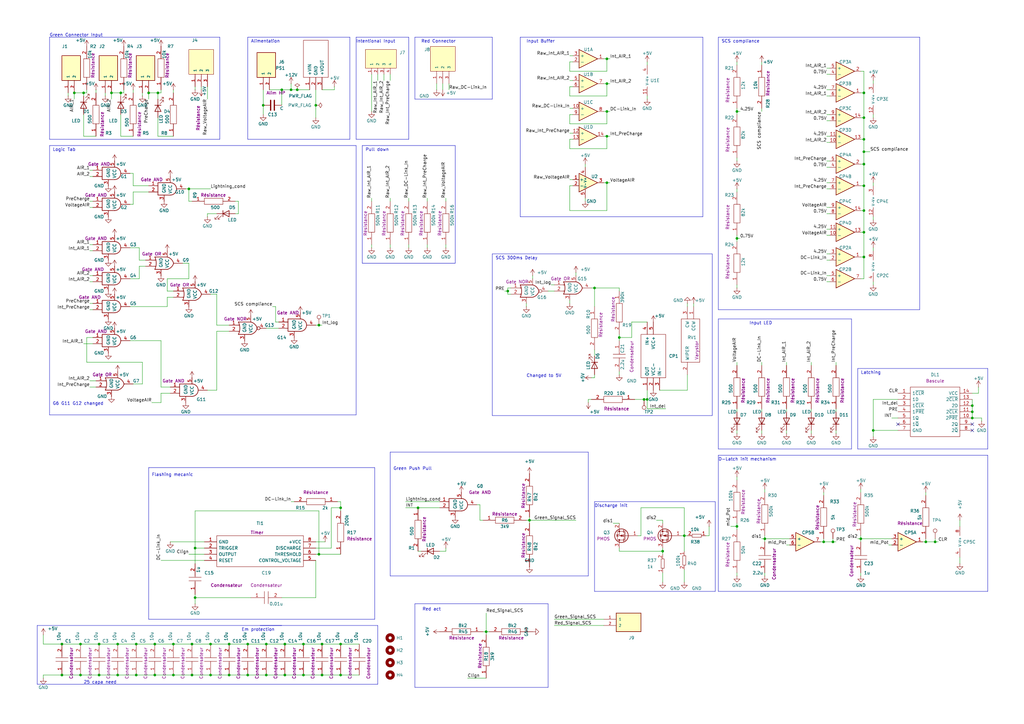
<source format=kicad_sch>
(kicad_sch (version 20231120) (generator "eeschema") (generator_version "8.0")
  (paper "A3")
  (title_block (title "TSAL") (date "2024-02-05") (rev "V2.0") (company "Eymeric Chauchat"))
  (junction (at 48.26 276.86))
  (junction (at 86.36 276.86))
  (junction (at 109.22 276.86))
  (junction (at 86.36 264.16))
  (junction (at 78.74 276.86))
  (junction (at 139.7 276.86))
  (junction (at 40.64 264.16))
  (junction (at 358.14 176.53))
  (junction (at 398.78 171.45))
  (junction (at 115.57 36.83))
  (junction (at 55.88 276.86))
  (junction (at 77.47 77.47))
  (junction (at 171.45 208.28))
  (junction (at 243.84 118.11))
  (junction (at 302.26 97.79))
  (junction (at 354.33 57.15))
  (junction (at 124.46 264.16))
  (junction (at 45.72 38.1))
  (junction (at 130.81 227.33))
  (junction (at 248.92 24.13))
  (junction (at 30.48 38.1))
  (junction (at 132.08 276.86))
  (junction (at 379.73 222.25))
  (junction (at 248.92 55.88))
  (junction (at 71.12 276.86))
  (junction (at 398.78 168.91))
  (junction (at 119.38 36.83))
  (junction (at 265.43 163.83))
  (junction (at 33.02 264.16))
  (junction (at 64.77 38.1))
  (junction (at 354.33 95.25))
  (junction (at 254 138.43))
  (junction (at 25.4 264.16))
  (junction (at 101.6 264.16))
  (junction (at 107.95 43.18))
  (junction (at 109.22 264.16))
  (junction (at 248.92 34.29))
  (junction (at 354.33 67.31))
  (junction (at 208.28 119.38))
  (junction (at 313.69 220.98))
  (junction (at 55.88 264.16))
  (junction (at 25.4 276.86))
  (junction (at 129.54 43.18))
  (junction (at 341.63 222.25))
  (junction (at 49.53 38.1))
  (junction (at 121.92 36.83))
  (junction (at 354.33 48.26))
  (junction (at 264.16 163.83))
  (junction (at 40.64 276.86))
  (junction (at 101.6 276.86))
  (junction (at 353.06 220.98))
  (junction (at 80.01 224.79))
  (junction (at 199.39 259.08))
  (junction (at 139.7 264.16))
  (junction (at 132.08 264.16))
  (junction (at 337.82 222.25))
  (junction (at 354.33 76.2))
  (junction (at 354.33 86.36))
  (junction (at 63.5 276.86))
  (junction (at 248.92 74.93))
  (junction (at 354.33 62.23))
  (junction (at 33.02 276.86))
  (junction (at 139.7 208.28))
  (junction (at 271.78 226.06))
  (junction (at 124.46 276.86))
  (junction (at 354.33 38.1))
  (junction (at 130.81 133.35))
  (junction (at 354.33 105.41))
  (junction (at 78.74 264.16))
  (junction (at 398.78 166.37))
  (junction (at 116.84 276.86))
  (junction (at 116.84 264.16))
  (junction (at 71.12 264.16))
  (junction (at 302.26 215.9))
  (junction (at 280.67 219.71))
  (junction (at 63.5 264.16))
  (junction (at 60.96 38.1))
  (junction (at 383.54 222.25))
  (junction (at 93.98 276.86))
  (junction (at 48.26 264.16))
  (junction (at 302.26 45.72))
  (junction (at 93.98 264.16))
  (junction (at 217.17 213.36))
  (junction (at 80.01 245.11))
  (junction (at 34.29 38.1))
  (junction (at 248.92 45.72))
  (no_connect (at 398.78 173.99))
  (no_connect (at 398.78 176.53))
  (no_connect (at 368.3 173.99))
  (wire (pts (xy 53.34 83.82) (xy 54.61 83.82)))
  (wire (pts (xy 354.33 114.3) (xy 354.33 105.41)))
  (wire (pts (xy 86.36 276.86) (xy 93.98 276.86)))
  (wire (pts (xy 160.02 81.28) (xy 160.02 82.55)))
  (wire (pts (xy 80.01 209.55) (xy 80.01 224.79)))
  (wire (pts (xy 248.92 60.96) (xy 248.92 55.88)))
  (wire (pts (xy 264.16 163.83) (xy 260.35 163.83)))
  (wire (pts (xy 379.73 222.25) (xy 383.54 222.25)))
  (wire (pts (xy 233.68 60.96) (xy 248.92 60.96)))
  (wire (pts (xy 80.01 243.84) (xy 80.01 245.11)))
  (wire (pts (xy 248.92 39.37) (xy 248.92 34.29)))
  (wire (pts (xy 53.34 125.73) (xy 68.58 125.73)))
  (wire (pts (xy 254 224.79) (xy 254 226.06)))
  (wire (pts (xy 57.15 114.3) (xy 57.15 109.22)))
  (wire (pts (xy 58.42 38.1) (xy 58.42 39.37)))
  (wire (pts (xy 85.09 35.56) (xy 85.09 40.64)))
  (wire (pts (xy 241.3 163.83) (xy 242.57 163.83)))
  (wire (pts (xy 124.46 276.86) (xy 132.08 276.86)))
  (wire (pts (xy 339.09 49.53) (xy 340.36 49.53)))
  (wire (pts (xy 50.8 36.83) (xy 50.8 38.1)))
  (wire (pts (xy 265.43 132.08) (xy 259.08 132.08)))
  (wire (pts (xy 78.74 276.86) (xy 86.36 276.86)))
  (wire (pts (xy 339.09 85.09) (xy 340.36 85.09)))
  (wire (pts (xy 339.09 74.93) (xy 340.36 74.93)))
  (wire (pts (xy 281.94 160.02) (xy 270.51 160.02)))
  (wire (pts (xy 82.55 35.56) (xy 82.55 36.83)))
  (wire (pts (xy 368.3 163.83) (xy 358.14 163.83)))
  (wire (pts (xy 76.2 77.47) (xy 77.47 77.47)))
  (wire (pts (xy 233.68 29.21) (xy 248.92 29.21)))
  (wire (pts (xy 34.29 38.1) (xy 35.56 38.1)))
  (wire (pts (xy 339.09 30.48) (xy 340.36 30.48)))
  (wire (pts (xy 248.92 29.21) (xy 248.92 24.13)))
  (wire (pts (xy 337.82 222.25) (xy 341.63 222.25)))
  (wire (pts (xy 80.01 224.79) (xy 80.01 231.14)))
  (wire (pts (xy 236.22 213.36) (xy 217.17 213.36)))
  (polyline (pts (xy 143.51 15.24) (xy 101.6 15.24)))
  (wire (pts (xy 342.9 167.64) (xy 342.9 168.91)))
  (wire (pts (xy 398.78 163.83) (xy 398.78 166.37)))
  (wire (pts (xy 93.98 135.89) (xy 88.9 135.89)))
  (wire (pts (xy 121.92 36.83) (xy 127 36.83)))
  (wire (pts (xy 233.68 22.86) (xy 234.95 22.86)))
  (polyline (pts (xy 148.59 59.69) (xy 186.69 59.69)))
  (wire (pts (xy 234.95 76.2) (xy 233.68 76.2)))
  (wire (pts (xy 302.26 97.79) (xy 302.26 99.06)))
  (wire (pts (xy 233.68 86.36) (xy 248.92 86.36)))
  (wire (pts (xy 364.49 223.52) (xy 365.76 223.52)))
  (wire (pts (xy 248.92 74.93) (xy 248.92 86.36)))
  (wire (pts (xy 54.61 157.48) (xy 58.42 157.48)))
  (wire (pts (xy 353.06 48.26) (xy 354.33 48.26)))
  (wire (pts (xy 401.32 158.75) (xy 401.32 161.29)))
  (wire (pts (xy 280.67 219.71) (xy 281.94 219.71)))
  (polyline (pts (xy 146.05 15.24) (xy 146.05 57.15)))
  (wire (pts (xy 339.09 104.14) (xy 340.36 104.14)))
  (polyline (pts (xy 101.6 57.15) (xy 143.51 57.15)))
  (wire (pts (xy 66.04 229.87) (xy 83.82 229.87)))
  (polyline (pts (xy 160.02 185.42) (xy 241.3 185.42)))
  (wire (pts (xy 383.54 220.98) (xy 383.54 222.25)))
  (wire (pts (xy 199.39 251.46) (xy 199.39 259.08)))
  (wire (pts (xy 312.42 167.64) (xy 312.42 168.91)))
  (wire (pts (xy 68.58 119.38) (xy 71.12 119.38)))
  (polyline (pts (xy 170.18 15.24) (xy 170.18 40.64)))
  (wire (pts (xy 68.58 121.92) (xy 68.58 125.73)))
  (wire (pts (xy 129.54 222.25) (xy 133.35 222.25)))
  (wire (pts (xy 280.67 219.71) (xy 279.4 219.71)))
  (polyline (pts (xy 148.59 59.69) (xy 148.59 107.95)))
  (wire (pts (xy 77.47 107.95) (xy 77.47 114.3)))
  (wire (pts (xy 167.64 100.33) (xy 167.64 101.6)))
  (wire (pts (xy 323.85 220.98) (xy 313.69 220.98)))
  (wire (pts (xy 175.26 81.28) (xy 175.26 82.55)))
  (wire (pts (xy 241.3 163.83) (xy 241.3 165.1)))
  (wire (pts (xy 281.94 153.67) (xy 281.94 160.02)))
  (wire (pts (xy 110.49 36.83) (xy 115.57 36.83)))
  (wire (pts (xy 66.04 158.75) (xy 69.85 158.75)))
  (wire (pts (xy 113.03 132.08) (xy 114.3 132.08)))
  (polyline (pts (xy 20.32 15.24) (xy 90.17 15.24)))
  (wire (pts (xy 339.09 46.99) (xy 340.36 46.99)))
  (wire (pts (xy 88.9 87.63) (xy 85.09 87.63)))
  (polyline (pts (xy 201.93 104.14) (xy 292.1 104.14)))
  (wire (pts (xy 339.09 68.58) (xy 340.36 68.58)))
  (polyline (pts (xy 241.3 185.42) (xy 241.3 236.22)))
  (wire (pts (xy 132.08 36.83) (xy 137.16 36.83)))
  (wire (pts (xy 57.15 106.68) (xy 59.69 106.68)))
  (wire (pts (xy 63.5 276.86) (xy 71.12 276.86)))
  (wire (pts (xy 33.02 264.16) (xy 40.64 264.16)))
  (wire (pts (xy 354.33 76.2) (xy 354.33 86.36)))
  (wire (pts (xy 365.76 220.98) (xy 353.06 220.98)))
  (wire (pts (xy 332.74 176.53) (xy 332.74 177.8)))
  (wire (pts (xy 339.09 58.42) (xy 340.36 58.42)))
  (wire (pts (xy 312.42 25.4) (xy 312.42 26.67)))
  (wire (pts (xy 93.98 133.35) (xy 88.9 133.35)))
  (polyline (pts (xy 201.93 15.24) (xy 201.93 40.64)))
  (wire (pts (xy 337.82 220.98) (xy 337.82 222.25)))
  (wire (pts (xy 167.64 81.28) (xy 167.64 82.55)))
  (wire (pts (xy 354.33 86.36) (xy 354.33 95.25)))
  (polyline (pts (xy 351.79 151.13) (xy 351.79 184.15)))
  (wire (pts (xy 271.78 226.06) (xy 271.78 227.33)))
  (polyline (pts (xy 20.32 57.15) (xy 20.32 15.24)))
  (wire (pts (xy 27.94 38.1) (xy 27.94 39.37)))
  (wire (pts (xy 124.46 264.16) (xy 132.08 264.16)))
  (wire (pts (xy 69.85 222.25) (xy 83.82 222.25)))
  (wire (pts (xy 358.14 46.99) (xy 358.14 48.26)))
  (wire (pts (xy 224.79 119.38) (xy 227.33 119.38)))
  (wire (pts (xy 54.61 55.88) (xy 49.53 55.88)))
  (wire (pts (xy 120.65 205.74) (xy 119.38 205.74)))
  (wire (pts (xy 208.28 120.65) (xy 208.28 119.38)))
  (wire (pts (xy 398.78 168.91) (xy 398.78 171.45)))
  (wire (pts (xy 271.78 234.95) (xy 271.78 238.76)))
  (wire (pts (xy 281.94 125.73) (xy 281.94 124.46)))
  (wire (pts (xy 93.98 264.16) (xy 101.6 264.16)))
  (wire (pts (xy 259.08 138.43) (xy 254 138.43)))
  (wire (pts (xy 129.54 227.33) (xy 130.81 227.33)))
  (wire (pts (xy 354.33 105.41) (xy 354.33 95.25)))
  (polyline (pts (xy 377.19 15.24) (xy 377.19 127)))
  (wire (pts (xy 248.92 34.29) (xy 250.19 34.29)))
  (wire (pts (xy 353.06 95.25) (xy 354.33 95.25)))
  (wire (pts (xy 115.57 36.83) (xy 119.38 36.83)))
  (wire (pts (xy 45.72 38.1) (xy 49.53 38.1)))
  (wire (pts (xy 113.03 125.73) (xy 113.03 132.08)))
  (wire (pts (xy 353.06 86.36) (xy 354.33 86.36)))
  (wire (pts (xy 34.29 140.97) (xy 38.1 140.97)))
  (wire (pts (xy 312.42 176.53) (xy 312.42 177.8)))
  (wire (pts (xy 265.43 160.02) (xy 265.43 163.83)))
  (wire (pts (xy 109.22 264.16) (xy 116.84 264.16)))
  (wire (pts (xy 116.84 264.16) (xy 124.46 264.16)))
  (wire (pts (xy 154.94 33.02) (xy 154.94 30.48)))
  (wire (pts (xy 77.47 114.3) (xy 68.58 114.3)))
  (wire (pts (xy 233.68 46.99) (xy 233.68 50.8)))
  (polyline (pts (xy 213.36 88.9) (xy 288.29 88.9)))
  (polyline (pts (xy 143.51 57.15) (xy 143.51 15.24)))
  (wire (pts (xy 313.69 219.71) (xy 313.69 220.98)))
  (polyline (pts (xy 170.18 15.24) (xy 201.93 15.24)))
  (wire (pts (xy 119.38 34.29) (xy 119.38 36.83)))
  (wire (pts (xy 34.29 46.99) (xy 34.29 55.88)))
  (polyline (pts (xy 288.29 15.24) (xy 213.36 15.24)))
  (wire (pts (xy 402.59 172.72) (xy 402.59 171.45)))
  (wire (pts (xy 129.54 36.83) (xy 129.54 43.18)))
  (wire (pts (xy 354.33 62.23) (xy 356.87 62.23)))
  (wire (pts (xy 80.01 224.79) (xy 83.82 224.79)))
  (wire (pts (xy 71.12 264.16) (xy 78.74 264.16)))
  (wire (pts (xy 36.83 124.46) (xy 38.1 124.46)))
  (wire (pts (xy 354.33 57.15) (xy 354.33 62.23)))
  (wire (pts (xy 217.17 212.09) (xy 217.17 213.36)))
  (wire (pts (xy 107.95 43.18) (xy 107.95 46.99)))
  (wire (pts (xy 196.85 207.01) (xy 196.85 213.36)))
  (wire (pts (xy 85.09 87.63) (xy 85.09 88.9)))
  (wire (pts (xy 302.26 64.77) (xy 302.26 66.04)))
  (wire (pts (xy 209.55 120.65) (xy 208.28 120.65)))
  (wire (pts (xy 358.14 74.93) (xy 358.14 76.2)))
  (wire (pts (xy 313.69 200.66) (xy 313.69 201.93)))
  (wire (pts (xy 208.28 119.38) (xy 208.28 118.11)))
  (wire (pts (xy 30.48 38.1) (xy 30.48 40.64)))
  (wire (pts (xy 248.92 24.13) (xy 250.19 24.13)))
  (wire (pts (xy 97.79 87.63) (xy 96.52 87.63)))
  (wire (pts (xy 182.88 100.33) (xy 182.88 101.6)))
  (wire (pts (xy 71.12 36.83) (xy 71.12 38.1)))
  (wire (pts (xy 57.15 109.22) (xy 59.69 109.22)))
  (wire (pts (xy 215.9 124.46) (xy 215.9 125.73)))
  (wire (pts (xy 182.88 224.79) (xy 182.88 226.06)))
  (wire (pts (xy 353.06 105.41) (xy 354.33 105.41)))
  (wire (pts (xy 240.03 81.28) (xy 240.03 82.55)))
  (wire (pts (xy 160.02 33.02) (xy 160.02 30.48)))
  (wire (pts (xy 64.77 55.88) (xy 64.77 48.26)))
  (wire (pts (xy 36.83 115.57) (xy 38.1 115.57)))
  (wire (pts (xy 358.14 33.02) (xy 358.14 34.29)))
  (polyline (pts (xy 293.37 242.57) (xy 293.37 205.74)))
  (wire (pts (xy 101.6 264.16) (xy 109.22 264.16)))
  (wire (pts (xy 130.81 227.33) (xy 139.7 227.33)))
  (polyline (pts (xy 60.96 254) (xy 60.96 191.77)))
  (wire (pts (xy 40.64 264.16) (xy 48.26 264.16)))
  (wire (pts (xy 353.06 29.21) (xy 354.33 29.21)))
  (wire (pts (xy 132.08 276.86) (xy 139.7 276.86)))
  (wire (pts (xy 39.37 55.88) (xy 34.29 55.88)))
  (polyline (pts (xy 294.64 15.24) (xy 377.19 15.24)))
  (wire (pts (xy 129.54 245.11) (xy 115.57 245.11)))
  (wire (pts (xy 358.14 101.6) (xy 358.14 102.87)))
  (wire (pts (xy 132.08 264.16) (xy 139.7 264.16)))
  (wire (pts (xy 302.26 25.4) (xy 302.26 26.67)))
  (polyline (pts (xy 15.24 256.54) (xy 115.57 256.54)))
  (wire (pts (xy 80.01 35.56) (xy 80.01 36.83)))
  (wire (pts (xy 171.45 226.06) (xy 172.72 226.06)))
  (wire (pts (xy 259.08 132.08) (xy 259.08 138.43)))
  (wire (pts (xy 119.38 36.83) (xy 121.92 36.83)))
  (polyline (pts (xy 154.94 280.67) (xy 15.24 280.67)))
  (wire (pts (xy 233.68 50.8) (xy 248.92 50.8)))
  (wire (pts (xy 233.68 25.4) (xy 233.68 29.21)))
  (wire (pts (xy 265.43 167.64) (xy 265.43 163.83)))
  (wire (pts (xy 93.98 276.86) (xy 101.6 276.86)))
  (polyline (pts (xy 146.05 170.18) (xy 20.32 170.18)))
  (polyline (pts (xy 153.67 254) (xy 60.96 254)))
  (wire (pts (xy 55.88 276.86) (xy 48.26 276.86)))
  (polyline (pts (xy 15.24 256.54) (xy 15.24 280.67)))
  (wire (pts (xy 339.09 55.88) (xy 340.36 55.88)))
  (wire (pts (xy 66.04 165.1) (xy 62.23 165.1)))
  (wire (pts (xy 101.6 276.86) (xy 109.22 276.86)))
  (wire (pts (xy 243.84 153.67) (xy 243.84 154.94)))
  (wire (pts (xy 290.83 215.9) (xy 290.83 219.71)))
  (wire (pts (xy 302.26 45.72) (xy 303.53 45.72)))
  (polyline (pts (xy 101.6 15.24) (xy 101.6 57.15)))
  (wire (pts (xy 302.26 195.58) (xy 302.26 196.85)))
  (wire (pts (xy 254 138.43) (xy 254 139.7)))
  (wire (pts (xy 339.09 36.83) (xy 340.36 36.83)))
  (wire (pts (xy 96.52 82.55) (xy 97.79 82.55)))
  (wire (pts (xy 251.46 214.63) (xy 254 214.63)))
  (polyline (pts (xy 170.18 247.65) (xy 224.79 247.65)))
  (polyline (pts (xy 153.67 191.77) (xy 153.67 254)))
  (wire (pts (xy 302.26 77.47) (xy 302.26 78.74)))
  (wire (pts (xy 124.46 276.86) (xy 116.84 276.86)))
  (wire (pts (xy 53.34 101.6) (xy 57.15 101.6)))
  (wire (pts (xy 35.56 138.43) (xy 38.1 138.43)))
  (wire (pts (xy 248.92 24.13) (xy 247.65 24.13)))
  (wire (pts (xy 247.65 74.93) (xy 248.92 74.93)))
  (wire (pts (xy 302.26 214.63) (xy 302.26 215.9)))
  (wire (pts (xy 332.74 167.64) (xy 332.74 168.91)))
  (wire (pts (xy 60.96 38.1) (xy 64.77 38.1)))
  (wire (pts (xy 341.63 220.98) (xy 341.63 222.25)))
  (polyline (pts (xy 288.29 15.24) (xy 288.29 88.9)))
  (polyline (pts (xy 146.05 57.15) (xy 167.64 57.15)))
  (wire (pts (xy 208.28 118.11) (xy 209.55 118.11)))
  (wire (pts (xy 383.54 222.25) (xy 384.81 222.25)))
  (wire (pts (xy 196.85 213.36) (xy 198.12 213.36)))
  (polyline (pts (xy 405.13 151.13) (xy 405.13 184.15)))
  (wire (pts (xy 265.43 25.4) (xy 265.43 26.67)))
  (wire (pts (xy 265.43 39.37) (xy 265.43 40.64)))
  (wire (pts (xy 77.47 77.47) (xy 77.47 82.55)))
  (polyline (pts (xy 294.64 130.81) (xy 294.64 184.15)))
  (wire (pts (xy 312.42 148.59) (xy 312.42 149.86)))
  (wire (pts (xy 86.36 264.16) (xy 93.98 264.16)))
  (wire (pts (xy 36.83 158.75) (xy 39.37 158.75)))
  (wire (pts (xy 60.96 38.1) (xy 60.96 40.64)))
  (wire (pts (xy 139.7 205.74) (xy 139.7 208.28)))
  (wire (pts (xy 34.29 38.1) (xy 34.29 39.37)))
  (polyline (pts (xy 294.64 184.15) (xy 349.25 184.15)))
  (wire (pts (xy 198.12 259.08) (xy 199.39 259.08)))
  (polyline (pts (xy 294.64 186.69) (xy 405.13 186.69)))
  (polyline (pts (xy 351.79 151.13) (xy 405.13 151.13)))
  (wire (pts (xy 339.09 27.94) (xy 340.36 27.94)))
  (wire (pts (xy 280.67 219.71) (xy 280.67 226.06)))
  (wire (pts (xy 322.58 148.59) (xy 322.58 149.86)))
  (wire (pts (xy 271.78 224.79) (xy 271.78 226.06)))
  (polyline (pts (xy 243.84 205.74) (xy 243.84 242.57)))
  (wire (pts (xy 322.58 176.53) (xy 322.58 177.8)))
  (wire (pts (xy 215.9 213.36) (xy 217.17 213.36)))
  (wire (pts (xy 398.78 161.29) (xy 401.32 161.29)))
  (wire (pts (xy 353.06 67.31) (xy 354.33 67.31)))
  (wire (pts (xy 353.06 200.66) (xy 353.06 201.93)))
  (wire (pts (xy 217.17 213.36) (xy 217.17 214.63)))
  (wire (pts (xy 181.61 34.29) (xy 181.61 36.83)))
  (wire (pts (xy 339.09 96.52) (xy 340.36 96.52)))
  (wire (pts (xy 129.54 229.87) (xy 129.54 245.11)))
  (wire (pts (xy 262.89 219.71) (xy 262.89 208.28)))
  (wire (pts (xy 248.92 34.29) (xy 247.65 34.29)))
  (polyline (pts (xy 293.37 205.74) (xy 243.84 205.74)))
  (polyline (pts (xy 405.13 242.57) (xy 294.64 242.57)))
  (wire (pts (xy 248.92 45.72) (xy 250.19 45.72)))
  (wire (pts (xy 35.56 36.83) (xy 35.56 38.1)))
  (wire (pts (xy 234.95 35.56) (xy 233.68 35.56)))
  (wire (pts (xy 342.9 148.59) (xy 342.9 149.86)))
  (polyline (pts (xy 160.02 185.42) (xy 160.02 236.22)))
  (wire (pts (xy 191.77 278.13) (xy 199.39 278.13)))
  (wire (pts (xy 313.69 234.95) (xy 313.69 236.22)))
  (wire (pts (xy 77.47 77.47) (xy 86.36 77.47)))
  (wire (pts (xy 322.58 223.52) (xy 323.85 223.52)))
  (wire (pts (xy 160.02 100.33) (xy 160.02 101.6)))
  (wire (pts (xy 182.88 81.28) (xy 182.88 82.55)))
  (wire (pts (xy 339.09 115.57) (xy 340.36 115.57)))
  (wire (pts (xy 36.83 82.55) (xy 38.1 82.55)))
  (wire (pts (xy 48.26 276.86) (xy 40.64 276.86)))
  (polyline (pts (xy 201.93 104.14) (xy 201.93 170.434)))
  (wire (pts (xy 398.78 171.45) (xy 402.59 171.45)))
  (wire (pts (xy 88.9 135.89) (xy 88.9 160.02)))
  (polyline (pts (xy 377.19 127) (xy 294.64 127)))
  (wire (pts (xy 36.83 100.33) (xy 38.1 100.33)))
  (wire (pts (xy 57.15 101.6) (xy 57.15 106.68)))
  (wire (pts (xy 115.57 36.83) (xy 115.57 43.18)))
  (wire (pts (xy 313.69 220.98) (xy 313.69 222.25)))
  (polyline (pts (xy 294.64 242.57) (xy 294.64 186.69)))
  (wire (pts (xy 43.18 38.1) (xy 43.18 39.37)))
  (wire (pts (xy 175.26 100.33) (xy 175.26 101.6)))
  (wire (pts (xy 254 152.4) (xy 254 153.67)))
  (wire (pts (xy 139.7 205.74) (xy 138.43 205.74)))
  (wire (pts (xy 302.26 176.53) (xy 302.26 177.8)))
  (polyline (pts (xy 60.96 191.77) (xy 153.67 191.77)))
  (wire (pts (xy 269.24 213.36) (xy 271.78 213.36)))
  (polyline (pts (xy 201.93 170.434) (xy 292.1 170.434)))
  (wire (pts (xy 152.4 81.28) (xy 152.4 82.55)))
  (polyline (pts (xy 294.64 15.24) (xy 294.64 127)))
  (wire (pts (xy 271.78 213.36) (xy 271.78 214.63)))
  (wire (pts (xy 135.89 208.28) (xy 135.89 224.79)))
  (wire (pts (xy 358.14 115.57) (xy 358.14 116.84)))
  (wire (pts (xy 49.53 38.1) (xy 49.53 39.37)))
  (wire (pts (xy 152.4 100.33) (xy 152.4 101.6)))
  (wire (pts (xy 17.78 260.35) (xy 17.78 264.16)))
  (wire (pts (xy 54.61 36.83) (xy 54.61 38.1)))
  (wire (pts (xy 393.7 213.36) (xy 393.7 215.9)))
  (wire (pts (xy 353.06 76.2) (xy 354.33 76.2)))
  (wire (pts (xy 130.81 133.35) (xy 132.08 133.35)))
  (wire (pts (xy 312.42 44.45) (xy 312.42 45.72)))
  (wire (pts (xy 109.22 134.62) (xy 114.3 134.62)))
  (wire (pts (xy 54.61 71.12) (xy 54.61 76.2)))
  (wire (pts (xy 179.07 34.29) (xy 179.07 36.83)))
  (wire (pts (xy 25.4 264.16) (xy 33.02 264.16)))
  (wire (pts (xy 302.26 97.79) (xy 303.53 97.79)))
  (wire (pts (xy 36.83 156.21) (xy 39.37 156.21)))
  (wire (pts (xy 254 137.16) (xy 254 138.43)))
  (wire (pts (xy 78.74 264.16) (xy 86.36 264.16)))
  (wire (pts (xy 227.33 254) (xy 247.65 254)))
  (polyline (pts (xy 241.3 236.22) (xy 160.02 236.22)))
  (polyline (pts (xy 90.17 15.24) (xy 90.17 57.15)))
  (wire (pts (xy 233.68 39.37) (xy 248.92 39.37)))
  (wire (pts (xy 130.81 227.33) (xy 130.81 209.55)))
  (wire (pts (xy 129.54 224.79) (xy 135.89 224.79)))
  (wire (pts (xy 233.68 123.19) (xy 233.68 124.46)))
  (wire (pts (xy 234.95 25.4) (xy 233.68 25.4)))
  (wire (pts (xy 339.09 113.03) (xy 340.36 113.03)))
  (wire (pts (xy 289.56 219.71) (xy 290.83 219.71)))
  (wire (pts (xy 71.12 121.92) (xy 68.58 121.92)))
  (wire (pts (xy 322.58 167.64) (xy 322.58 168.91)))
  (wire (pts (xy 233.68 76.2) (xy 233.68 86.36)))
  (wire (pts (xy 339.09 93.98) (xy 340.36 93.98)))
  (polyline (pts (xy 405.13 186.69) (xy 405.13 242.57)))
  (wire (pts (xy 248.92 55.88) (xy 247.65 55.88)))
  (wire (pts (xy 88.9 120.65) (xy 86.36 120.65)))
  (wire (pts (xy 166.37 205.74) (xy 180.34 205.74)))
  (wire (pts (xy 184.15 34.29) (xy 184.15 36.83)))
  (wire (pts (xy 74.93 107.95) (xy 77.47 107.95)))
  (wire (pts (xy 365.76 171.45) (xy 368.3 171.45)))
  (polyline (pts (xy 201.93 40.64) (xy 170.18 40.64)))
  (wire (pts (xy 49.53 55.88) (xy 49.53 46.99)))
  (wire (pts (xy 25.4 276.86) (xy 33.02 276.86)))
  (wire (pts (xy 129.54 43.18) (xy 129.54 48.26)))
  (wire (pts (xy 284.48 124.46) (xy 284.48 125.73)))
  (wire (pts (xy 66.04 36.83) (xy 66.04 38.1)))
  (wire (pts (xy 280.67 233.68) (xy 280.67 238.76)))
  (wire (pts (xy 199.39 260.35) (xy 199.39 259.08)))
  (wire (pts (xy 30.48 38.1) (xy 34.29 38.1)))
  (wire (pts (xy 54.61 78.74) (xy 60.96 78.74)))
  (wire (pts (xy 339.09 106.68) (xy 340.36 106.68)))
  (wire (pts (xy 248.92 55.88) (xy 250.19 55.88)))
  (wire (pts (xy 33.02 276.86) (xy 40.64 276.86)))
  (polyline (pts (xy 146.05 59.69) (xy 146.05 170.18)))
  (polyline (pts (xy 106.68 256.54) (xy 154.94 256.54)))
  (wire (pts (xy 80.01 245.11) (xy 80.01 247.65)))
  (wire (pts (xy 53.34 114.3) (xy 57.15 114.3)))
  (wire (pts (xy 353.06 57.15) (xy 354.33 57.15)))
  (wire (pts (xy 302.26 96.52) (xy 302.26 97.79)))
  (wire (pts (xy 152.4 30.48) (xy 152.4 45.72)))
  (wire (pts (xy 354.33 67.31) (xy 354.33 76.2)))
  (wire (pts (xy 111.76 125.73) (xy 113.03 125.73)))
  (wire (pts (xy 109.22 276.86) (xy 116.84 276.86)))
  (wire (pts (xy 358.14 163.83) (xy 358.14 176.53)))
  (wire (pts (xy 353.06 220.98) (xy 353.06 222.25)))
  (wire (pts (xy 339.09 87.63) (xy 340.36 87.63)))
  (wire (pts (xy 77.47 227.33) (xy 83.82 227.33)))
  (wire (pts (xy 351.79 220.98) (xy 353.06 220.98)))
  (wire (pts (xy 233.68 57.15) (xy 233.68 60.96)))
  (wire (pts (xy 273.05 167.64) (xy 265.43 167.64)))
  (wire (pts (xy 353.06 234.95) (xy 353.06 236.22)))
  (wire (pts (xy 236.22 111.76) (xy 236.22 113.03)))
  (wire (pts (xy 36.83 127) (xy 38.1 127)))
  (wire (pts (xy 254 118.11) (xy 254 119.38)))
  (wire (pts (xy 262.89 208.28) (xy 280.67 208.28)))
  (wire (pts (xy 243.84 125.73) (xy 243.84 118.11)))
  (wire (pts (xy 171.45 208.28) (xy 180.34 208.28)))
  (wire (pts (xy 227.33 256.54) (xy 247.65 256.54)))
  (wire (pts (xy 248.92 74.93) (xy 250.19 74.93)))
  (wire (pts (xy 199.39 259.08) (xy 200.66 259.08)))
  (wire (pts (xy 233.68 73.66) (xy 234.95 73.66)))
  (wire (pts (xy 243.84 118.11) (xy 254 118.11)))
  (wire (pts (xy 166.37 208.28) (xy 171.45 208.28)))
  (wire (pts (xy 180.34 226.06) (xy 182.88 226.06)))
  (wire (pts (xy 137.16 35.56) (xy 137.16 36.83)))
  (wire (pts (xy 77.47 82.55) (xy 78.74 82.55)))
  (wire (pts (xy 39.37 36.83) (xy 39.37 38.1)))
  (wire (pts (xy 358.14 176.53) (xy 358.14 179.07)))
  (wire (pts (xy 64.77 38.1) (xy 64.77 40.64)))
  (wire (pts (xy 64.77 38.1) (xy 66.04 38.1)))
  (wire (pts (xy 58.42 148.59) (xy 35.56 148.59)))
  (wire (pts (xy 302.26 116.84) (xy 302.26 118.11)))
  (wire (pts (xy 243.84 146.05) (xy 243.84 143.51)))
  (wire (pts (xy 262.89 219.71) (xy 261.62 219.71)))
  (wire (pts (xy 36.83 85.09) (xy 38.1 85.09)))
  (polyline (pts (xy 20.32 59.69) (xy 146.05 59.69)))
  (wire (pts (xy 157.48 33.02) (xy 157.48 30.48)))
  (wire (pts (xy 302.26 45.72) (xy 302.26 46.99)))
  (wire (pts (xy 17.78 276.86) (xy 25.4 276.86)))
  (wire (pts (xy 139.7 208.28) (xy 135.89 208.28)))
  (wire (pts (xy 66.04 139.7) (xy 66.04 158.75)))
  (polyline (pts (xy 294.64 130.81) (xy 349.25 130.81)))
  (wire (pts (xy 63.5 264.16) (xy 71.12 264.16)))
  (wire (pts (xy 107.95 36.83) (xy 107.95 43.18)))
  (wire (pts (xy 302.26 215.9) (xy 299.72 215.9)))
  (wire (pts (xy 353.06 38.1) (xy 354.33 38.1)))
  (wire (pts (xy 36.83 69.85) (xy 38.1 69.85)))
  (wire (pts (xy 139.7 276.86) (xy 147.32 276.86)))
  (wire (pts (xy 36.83 113.03) (xy 38.1 113.03)))
  (wire (pts (xy 302.26 215.9) (xy 302.26 217.17)))
  (wire (pts (xy 35.56 138.43) (xy 35.56 148.59)))
  (polyline (pts (xy 243.84 242.57) (xy 293.37 242.57)))
  (wire (pts (xy 341.63 222.25) (xy 342.9 222.25)))
  (wire (pts (xy 358.14 88.9) (xy 358.14 90.17)))
  (wire (pts (xy 233.68 57.15) (xy 234.95 57.15)))
  (polyline (pts (xy 154.94 256.54) (xy 154.94 280.67)))
  (wire (pts (xy 398.78 166.37) (xy 398.78 168.91)))
  (wire (pts (xy 393.7 231.14) (xy 393.7 228.6)))
  (wire (pts (xy 139.7 208.28) (xy 139.7 209.55)))
  (wire (pts (xy 58.42 157.48) (xy 58.42 148.59)))
  (wire (pts (xy 339.09 77.47) (xy 340.36 77.47)))
  (wire (pts (xy 254 226.06) (xy 271.78 226.06)))
  (wire (pts (xy 265.43 163.83) (xy 264.16 163.83)))
  (wire (pts (xy 55.88 264.16) (xy 63.5 264.16)))
  (wire (pts (xy 63.5 276.86) (xy 55.88 276.86)))
  (wire (pts (xy 354.33 62.23) (xy 354.33 67.31)))
  (wire (pts (xy 88.9 120.65) (xy 88.9 133.35)))
  (wire (pts (xy 233.68 35.56) (xy 233.68 39.37)))
  (wire (pts (xy 88.9 160.02) (xy 85.09 160.02)))
  (wire (pts (xy 354.33 29.21) (xy 354.33 38.1)))
  (wire (pts (xy 332.74 148.59) (xy 332.74 149.86)))
  (wire (pts (xy 71.12 276.86) (xy 78.74 276.86)))
  (wire (pts (xy 54.61 76.2) (xy 60.96 76.2)))
  (wire (pts (xy 80.01 245.11) (xy 102.87 245.11)))
  (wire (pts (xy 71.12 55.88) (xy 64.77 55.88)))
  (wire (pts (xy 49.53 38.1) (xy 50.8 38.1)))
  (wire (pts (xy 379.73 220.98) (xy 379.73 222.25)))
  (wire (pts (xy 379.73 201.93) (xy 379.73 203.2)))
  (polyline (pts (xy 213.36 15.24) (xy 213.36 88.9)))
  (polyline (pts (xy 224.79 247.65) (xy 224.79 281.94)))
  (wire (pts (xy 66.04 161.29) (xy 66.04 165.1)))
  (wire (pts (xy 242.57 118.11) (xy 243.84 118.11)))
  (polyline (pts (xy 349.25 184.15) (xy 349.25 130.81)))
  (wire (pts (xy 129.54 133.35) (xy 130.81 133.35)))
  (polyline (pts (xy 170.18 281.94) (xy 170.18 247.65)))
  (polyline (pts (xy 146.05 15.24) (xy 167.64 15.24)))
  (wire (pts (xy 302.26 148.59) (xy 302.26 149.86)))
  (wire (pts (xy 243.84 154.94) (xy 242.57 154.94)))
  (polyline (pts (xy 224.79 281.94) (xy 170.18 281.94)))
  (wire (pts (xy 139.7 264.16) (xy 147.32 264.16)))
  (wire (pts (xy 53.34 71.12) (xy 54.61 71.12)))
  (wire (pts (xy 36.83 102.87) (xy 38.1 102.87)))
  (wire (pts (xy 312.42 220.98) (xy 313.69 220.98)))
  (wire (pts (xy 17.78 276.86) (xy 17.78 278.13)))
  (wire (pts (xy 80.01 209.55) (xy 130.81 209.55)))
  (polyline (pts (xy 292.1 170.434) (xy 292.1 104.14)))
  (polyline (pts (xy 186.69 59.69) (xy 186.69 107.95)))
  (wire (pts (xy 248.92 45.72) (xy 247.65 45.72)))
  (polyline (pts (xy 20.32 59.69) (xy 20.32 170.18)))
  (wire (pts (xy 226.06 116.84) (xy 227.33 116.84)))
  (wire (pts (xy 339.09 66.04) (xy 340.36 66.04)))
  (wire (pts (xy 233.68 54.61) (xy 234.95 54.61)))
  (polyline (pts (xy 405.13 184.15) (xy 351.79 184.15)))
  (wire (pts (xy 53.34 139.7) (xy 66.04 139.7)))
  (wire (pts (xy 207.01 119.38) (xy 208.28 119.38)))
  (wire (pts (xy 234.95 46.99) (xy 233.68 46.99)))
  (wire (pts (xy 353.06 219.71) (xy 353.06 220.98)))
  (wire (pts (xy 17.78 264.16) (xy 25.4 264.16)))
  (wire (pts (xy 302.26 234.95) (xy 302.26 236.22)))
  (wire (pts (xy 336.55 222.25) (xy 337.82 222.25)))
  (wire (pts (xy 358.14 176.53) (xy 368.3 176.53)))
  (wire (pts (xy 354.33 48.26) (xy 354.33 57.15)))
  (wire (pts (xy 54.61 78.74) (xy 54.61 83.82)))
  (wire (pts (xy 97.79 82.55) (xy 97.79 87.63)))
  (wire (pts (xy 302.26 44.45) (xy 302.26 45.72)))
  (wire (pts (xy 353.06 114.3) (xy 354.33 114.3)))
  (wire (pts (xy 69.85 161.29) (xy 66.04 161.29)))
  (polyline (pts (xy 186.69 107.95) (xy 148.59 107.95)))
  (wire (pts (xy 354.33 38.1) (xy 354.33 48.26)))
  (wire (pts (xy 36.83 72.39) (xy 38.1 72.39)))
  (wire (pts (xy 339.09 39.37) (xy 340.36 39.37)))
  (wire (pts (xy 218.44 113.03) (xy 218.44 114.3)))
  (wire (pts (xy 337.82 201.93) (xy 337.82 203.2)))
  (wire (pts (xy 233.68 44.45) (xy 234.95 44.45)))
  (wire (pts (xy 45.72 38.1) (xy 45.72 40.64)))
  (polyline (pts (xy 167.64 57.15) (xy 167.64 15.24)))
  (polyline (pts (xy 90.17 57.15) (xy 20.32 57.15)))
  (wire (pts (xy 248.92 50.8) (xy 248.92 45.72)))
  (wire (pts (xy 240.03 67.31) (xy 240.03 68.58)))
  (wire (pts (xy 378.46 222.25) (xy 379.73 222.25)))
  (wire (pts (xy 280.67 208.28) (xy 280.67 219.71)))
  (wire (pts (xy 68.58 114.3) (xy 68.58 119.38)))
  (wire (pts (xy 233.68 33.02) (xy 234.95 33.02)))
  (wire (pts (xy 195.58 207.01) (xy 196.85 207.01)))
  (wire (pts (xy 48.26 264.16) (xy 55.88 264.16)))
  (wire (pts (xy 342.9 176.53) (xy 342.9 177.8)))
  (wire (pts (xy 302.26 167.64) (xy 302.26 168.91)))
  (text "Green Push Pull\n" (at 161.29 193.04 0) (effects (font (size 1.27 1.27)) (justify left bottom)))
  (text "Red Connector\n" (at 172.72 17.78 0) (effects (font (size 1.27 1.27)) (justify left bottom)))
  (text "Flashing mecanic\n" (at 62.23 195.58 0) (effects (font (size 1.27 1.27)) (justify left bottom)))
  (text "Changed to 5V" (at 215.9 154.94 0) (effects (font (size 1.27 1.27)) (justify left bottom)))
  (text "Green Connector Input" (at 20.32 15.24 0) (effects (font (size 1.27 1.27)) (justify left bottom)))
  (text "Em protection" (at 99.06 259.08 0) (effects (font (size 1.27 1.27)) (justify left bottom)))
  (text "Alimentation\n" (at 102.87 17.78 0) (effects (font (size 1.27 1.27)) (justify left bottom)))
  (text "SCS compliance" (at 295.91 17.78 0) (effects (font (size 1.27 1.27)) (justify left bottom)))
  (text "G6 G11 G12 changed" (at 21.59 166.37 0) (effects (font (size 1.27 1.27)) (justify left bottom)))
  (text "Red act" (at 180.848 250.698 0) (effects (font (size 1.27 1.27)) (justify right bottom)))
  (text "Discharge init" (at 243.84 208.28 0) (effects (font (size 1.27 1.27)) (justify left bottom)))
  (text "Pull down" (at 149.86 62.23 0) (effects (font (size 1.27 1.27)) (justify left bottom)))
  (text "25 capa need" (at 34.29 280.67 0) (effects (font (size 1.27 1.27)) (justify left bottom)))
  (text "Logic Tab" (at 21.59 62.23 0) (effects (font (size 1.27 1.27)) (justify left bottom)))
  (text "Latching" (at 353.06 153.67 0) (effects (font (size 1.27 1.27)) (justify left bottom)))
  (text "SCS 300ms Delay\n" (at 203.2 106.68 0) (effects (font (size 1.27 1.27)) (justify left bottom)))
  (text "D-Latch init mechanism" (at 294.64 189.23 0) (effects (font (size 1.27 1.27)) (justify left bottom)))
  (text "Input LED" (at 307.34 133.35 0) (effects (font (size 1.27 1.27)) (justify left bottom)))
  (text "Intentional Input" (at 146.05 17.78 0) (effects (font (size 1.27 1.27)) (justify left bottom)))
  (text "Input Buffer" (at 215.9 17.78 0) (effects (font (size 1.27 1.27)) (justify left bottom)))
  (label "0.75V" (at 339.09 115.57 180))
  (label "Raw_VoltageAIR" (at 233.68 73.66 180))
  (label "Int_AIR_2" (at 332.74 148.59 90))
  (label "Clign" (at 191.77 278.13 0))
  (label "4.25V" (at 303.53 45.72 0))
  (label "Int_log" (at 132.08 133.35 0))
  (label "Int_PreCharge" (at 36.83 158.75 180))
  (label "INT" (at 166.37 208.28 0))
  (label "VoltageAIR" (at 339.09 85.09 180))
  (label "SCS compliance" (at 111.76 125.73 180))
  (label "4.25V" (at 339.09 36.83 180))
  (label "PRE" (at 342.9 222.25 0))
  (label "AIR_2" (at 45.72 40.64 270))
  (label "PRE" (at 368.3 168.91 180))
  (label "INT" (at 365.76 171.45 180))
  (label "Int_PreCharge" (at 36.83 127 180))
  (label "Lightning_cond" (at 86.36 77.47 0))
  (label "VoltageAIR" (at 250.19 74.93 0))
  (label "dis2" (at 269.24 213.36 180))
  (label "mid_Pot" (at 299.72 215.9 90))
  (label "Int_AIR_2" (at 36.83 156.21 180))
  (label "4.25V" (at 339.09 74.93 180))
  (label "Int_AIR_2" (at 339.09 46.99 180))
  (label "SCS compliance" (at 356.87 62.23 0))
  (label "DC-Link_In" (at 66.04 229.87 90))
  (label "Raw_VoltageAIR" (at 182.88 81.28 90))
  (label "VoltageAIR" (at 339.09 96.52 180))
  (label "Int_PreCharge" (at 250.19 55.88 0))
  (label "4.25V" (at 339.09 55.88 180))
  (label "Raw_Int_AIR_2" (at 157.48 33.02 270))
  (label "DC-Link_In" (at 119.38 205.74 180))
  (label "Lightning_cond" (at 166.37 205.74 0))
  (label "DC-Link_In" (at 339.09 113.03 180))
  (label "Int_del" (at 368.3 166.37 180))
  (label "Int_del" (at 273.05 167.64 180))
  (label "Green_Signal_SCS" (at 227.33 254 0))
  (label "Int_AIR_2" (at 339.09 58.42 180))
  (label "Int_PreCharge" (at 339.09 77.47 180))
  (label "CLR" (at 384.81 222.25 0))
  (label "Int_AIR_2" (at 250.19 34.29 0))
  (label "AIR_2" (at 36.83 72.39 180))
  (label "Int_AIR_1" (at 34.29 140.97 180))
  (label "dis2" (at 351.79 220.98 180))
  (label "Int_AIR_1" (at 339.09 27.94 180))
  (label "Raw_Int_PreCharge" (at 160.02 33.02 270))
  (label "Raw_DC-Link_In" (at 233.68 44.45 180))
  (label "4.25V" (at 339.09 93.98 180))
  (label "dis1" (at 251.46 214.63 180))
  (label "Red_Signal_SCS" (at 227.33 256.54 0))
  (label "Raw_Int_AIR_2" (at 160.02 81.28 90))
  (label "AIR_1" (at 30.48 40.64 270))
  (label "Raw_Int_AIR_1" (at 233.68 22.86 180))
  (label "0.75V" (at 339.09 87.63 180))
  (label "Clign" (at 77.47 227.33 180))
  (label "Raw_Int_AIR_1" (at 154.94 33.02 270))
  (label "Int_AIR_1" (at 36.83 102.87 180))
  (label "Int_AIR_1" (at 250.19 24.13 0))
  (label "Raw_VoltageAIR" (at 85.09 40.64 270))
  (label "DC-Link_In" (at 312.42 148.59 90))
  (label "4.25V" (at 339.09 104.14 180))
  (label "Int_AIR_2" (at 36.83 115.57 180))
  (label "Raw_DC-Link_In" (at 184.15 36.83 0))
  (label "Int_AIR_1" (at 339.09 39.37 180))
  (label "VoltageAIR" (at 36.83 85.09 180))
  (label "PRE" (at 207.01 119.38 180))
  (label "Int_PreCharge" (at 339.09 66.04 180))
  (label "SCS compliance" (at 312.42 45.72 270))
  (label "AIR_2" (at 36.83 113.03 180))
  (label "DC-Link_In" (at 250.19 45.72 0))
  (label "VoltageAIR" (at 302.26 148.59 90))
  (label "Raw_DC-Link_In" (at 167.64 81.28 90))
  (label "Int_AIR_1" (at 322.58 148.59 90))
  (label "0.75V" (at 339.09 68.58 180))
  (label "PreCharge" (at 36.83 82.55 180))
  (label "PreCharge" (at 36.83 124.46 180))
  (label "0.75V" (at 339.09 30.48 180))
  (label "mid_Pot" (at 364.49 223.52 180))
  (label "mid_Pot" (at 322.58 223.52 180))
  (label "Raw_Int_PreCharge" (at 233.68 54.61 180))
  (label "Raw_Int_AIR_2" (at 233.68 33.02 180))
  (label "VoltageAIR" (at 62.23 165.1 180))
  (label "Int_PreCharge" (at 342.9 148.59 90))
  (label "Raw_Int_AIR_1" (at 152.4 81.28 90))
  (label "0.75V" (at 303.53 97.79 0))
  (label "PreCharge" (at 60.96 40.64 270))
  (label "dis1" (at 312.42 220.98 180))
  (label "AIR_1" (at 36.83 100.33 180))
  (label "Green_Signal_SCS" (at 236.22 213.36 180))
  (label "AIR_1" (at 36.83 69.85 180))
  (label "DC-Link_In" (at 339.09 106.68 180))
  (label "0.75V" (at 339.09 49.53 180))
  (label "Int_log" (at 226.06 116.84 180))
  (label "Raw_Int_PreCharge" (at 175.26 81.28 90))
  (label "CLR" (at 368.3 161.29 180))
  (label "Red_Signal_SCS" (at 199.39 251.46 0))
  (symbol (lib_id "power:+5V") (at 337.82 201.93 0) (unit 1)
    (property "Reference" "#PWR087" (effects (hide yes)))
    (property "Value" "+5V" (at 337.82 198.374 0))
    (property "Description" "Power symbol creates a global label with name \"+5V\"" (effects (hide yes)))
  )
  (symbol (lib_id "power:+5V") (at 68.58 102.87 0) (unit 1)
    (property "Reference" "#PWR030" (effects (hide yes)))
    (property "Value" "+5V" (at 71.12 104.14 0))
    (property "Description" "Power symbol creates a global label with name \"+5V\"" (effects (hide yes)))
  )
  (symbol (lib_id "power:+5V") (at 82.55 36.83 180) (unit 1)
    (property "Reference" "#PWR038" (effects (hide yes)))
    (property "Value" "+5V" (at 83.82 39.37 90) (effects (justify right)))
    (property "Description" "Power symbol creates a global label with name \"+5V\"" (effects (hide yes)))
  )
  (symbol (lib_id "EPSA_lib:Comparator_Quad") (at 342.9 48.26 0) (unit 3)
    (property "Reference" "CP3" (at 346.71 44.45 0))
    (property "Value" "Comparator_Quad" (effects (hide yes)))
    (property "Footprint" "Package_SO:TSSOP-14_4.4x5mm_P0.65mm" (effects (hide yes)))
    (property "Datasheet" "https://www.ti.com/lit/gpn/lmv339" (effects (hide yes)))
    (property "Description" "Quad operational amplifier" (effects (hide yes)))
    (property "Manufacturer_Name" "Texas Instruments" (effects (hide yes)))
    (property "Manufacturer_Part_Number" "LMV339IPWR" (effects (hide yes)))
    (property "Mouser Part Number" "595-LMV339IPWR" (effects (hide yes)))
    (property "Sim.Library" "${SP_BASIC}\\Comp_lm393lv.lib" (effects (hide yes)))
    (property "Sim.Name" "LM393LV_Quad" (effects (hide yes)))
    (property "Sim.Device" "SUBCKT" (effects (hide yes)))
    (property "Sim.Pins" "1=OUT2 2=OUT1 3=V+ 4=IN1- 5=IN1+ 6=IN2- 7=IN2+ 8=IN3- 9=IN3+ 10=IN4- 11=IN4+ 12=GND 13=OUT4 14=OUT3" (effects (hide yes)))
  )
  (symbol (lib_id "EPSA_lib:Opamp_Quad") (at 265.43 33.02 0) (unit 5)
    (property "Reference" "U1" (at 266.7 33.02 0) (effects (justify left)))
    (property "Value" "Opamp_Quad" (effects (hide yes)))
    (property "Footprint" "Package_SO:TSSOP-14_4.4x5mm_P0.65mm" (effects (hide yes)))
    (property "Datasheet" "https://www.ti.com/lit/gpn/tlv9064-q1" (effects (hide yes)))
    (property "Manufacturer_Name" "Texas Instruments" (effects (hide yes)))
    (property "Manufacturer_Part_Number" "TLV9064QPWRQ1 " (effects (hide yes)))
    (property "Mouser Part Number" "595-TLV9064QPWRQ1 " (effects (hide yes)))
  )
  (symbol (lib_id "EPSA_lib:Opamp_Quad") (at 237.49 45.72 0) (unit 3)
    (property "Reference" "U1" (at 241.3 41.91 0))
    (property "Value" "Opamp_Quad" (effects (hide yes)))
    (property "Footprint" "Package_SO:TSSOP-14_4.4x5mm_P0.65mm" (effects (hide yes)))
    (property "Datasheet" "https://www.ti.com/lit/gpn/tlv9064-q1" (effects (hide yes)))
    (property "Manufacturer_Name" "Texas Instruments" (effects (hide yes)))
    (property "Manufacturer_Part_Number" "TLV9064QPWRQ1 " (effects (hide yes)))
    (property "Mouser Part Number" "595-TLV9064QPWRQ1 " (effects (hide yes)))
  )
  (symbol (lib_id "EPSA_lib:Résistance RK73H2BLTDD2152F") (at 302.26 44.45 90) (unit 1)
    (property "Reference" "R21" (at 297.18 27.94 90) (effects (justify right)))
    (property "Value" "12k" (at 304.8 36.83 0) (effects (justify left)))
    (property "Footprint" "EPSA:RESC3216X70N" (effects (hide yes)))
    (property "Datasheet" "http://www.koaspeer.com/catimages/Products/RK73H/RK73H.pdf" (effects (hide yes)))
    (property "Description" "Thick Film Resistors - SMD" (effects (hide yes)))
    (property "Height" "0.7" (effects (hide yes)))
    (property "Manufacturer_Name" "KOA Speer" (effects (hide yes)))
    (property "Manufacturer_Part_Number" "RK73H2BLTDD2152F" (effects (hide yes)))
    (property "Mouser Part Number" "N/A" (effects (hide yes)))
    (property "Mouser Price/Stock" "https://www.mouser.co.uk/ProductDetail/KOA-Speer/RK73H2BLTDD2152F?qs=WeIALVmW3zmyxMFsjVzMRw%3D%3D" (effects (hide yes)))
    (property "Render Name" "Résistance" (at 298.45 31.75 0) (effects (justify right)))
    (property "Sim.Device" "R" (effects (hide yes)))
    (property "Sim.Params" "type=\"R\" model=\"10k\" lib=\"\"" (effects (hide yes)))
    (property "Sim.Pins" "1=+ 2=-" (effects (hide yes)))
  )
  (symbol (lib_id "power:GND") (at 179.07 36.83 0) (unit 1)
    (property "Reference" "#PWR059" (effects (hide yes)))
    (property "Value" "GND" (at 173.99 39.37 0))
    (property "Description" "Power symbol creates a global label with name \"GND\" , ground" (effects (hide yes)))
  )
  (symbol (lib_id "EPSA_lib:Opamp") (at 240.03 74.93 0) (unit 1)
    (property "Reference" "U2" (at 243.84 72.39 0))
    (property "Value" "Opamp" (effects (hide yes)))
    (property "Footprint" "Package_TO_SOT_SMD:SOT-353_SC-70-5_Handsoldering" (effects (hide yes)))
    (property "Datasheet" "https://www.ti.com/lit/gpn/tlv9064-q1" (effects (hide yes)))
    (property "Description" "Operational amplifier, single, node sequence=1:+ 2:- 3:OUT 4:V+ 5:V-" (effects (hide yes)))
    (property "Manufacturer_Name" "Texas Instruments" (effects (hide yes)))
    (property "Manufacturer_Part_Number" "TLV9061QDCKRQ1 " (effects (hide yes)))
    (property "Mouser Part Number" " 595-TLV9061QDCKRQ1 " (effects (hide yes)))
    (property "Sim.Library" "${SP_BASIC}\\OpAmp_tlv9062.lib" (effects (hide yes)))
    (property "Sim.Name" "TLV9062_Mono" (effects (hide yes)))
    (property "Sim.Device" "SUBCKT" (effects (hide yes)))
    (property "Sim.Pins" "1=IN+ 2=VEE 3=IN- 4=OUT 5=Vcc" (effects (hide yes)))
  )
  (symbol (lib_id "power:GND") (at 167.64 101.6 0) (unit 1)
    (property "Reference" "#PWR056" (effects (hide yes)))
    (property "Value" "GND" (at 167.64 105.41 0))
    (property "Description" "Power symbol creates a global label with name \"GND\" , ground" (effects (hide yes)))
  )
  (symbol (lib_id "EPSA_lib:Comparator_Quad") (at 342.9 95.25 0) (unit 4)
    (property "Reference" "CP4" (at 346.71 91.44 0))
    (property "Value" "Comparator_Quad" (effects (hide yes)))
    (property "Footprint" "Package_SO:TSSOP-14_4.4x5mm_P0.65mm" (effects (hide yes)))
    (property "Datasheet" "https://www.ti.com/lit/gpn/lmv339" (effects (hide yes)))
    (property "Description" "Quad operational amplifier" (effects (hide yes)))
    (property "Manufacturer_Name" "Texas Instruments" (effects (hide yes)))
    (property "Manufacturer_Part_Number" "LMV339IPWR" (effects (hide yes)))
    (property "Mouser Part Number" "595-LMV339IPWR" (effects (hide yes)))
    (property "Sim.Library" "${SP_BASIC}\\Comp_lm393lv.lib" (effects (hide yes)))
    (property "Sim.Name" "LM393LV_Quad" (effects (hide yes)))
    (property "Sim.Device" "SUBCKT" (effects (hide yes)))
    (property "Sim.Pins" "1=OUT2 2=OUT1 3=V+ 4=IN1- 5=IN1+ 6=IN2- 7=IN2+ 8=IN3- 9=IN3+ 10=IN4- 11=IN4+ 12=GND 13=OUT4 14=OUT3" (effects (hide yes)))
  )
  (symbol (lib_id "EPSA_lib:LED") (at 312.42 172.72 270) (mirror x) (unit 1) (exclude_from_sim yes)
    (property "Reference" "D8" (at 313.69 170.18 90) (effects (justify left)))
    (property "Value" "LED" (at 308.61 168.91 90) (effects (justify left)))
    (property "Footprint" "LED_SMD:LED_0805_2012Metric" (effects (hide yes)))
    (property "Sim.Device" "SPICE" (effects (hide yes)))
    (property "Sim.Params" "type=\"D\" model=\"LED\" lib=\"\"" (effects (hide yes)))
    (property "Sim.Pins" "1=1 2=2" (effects (hide yes)))
  )
  (symbol (lib_id "power:GND") (at 17.78 278.13 0) (unit 1)
    (property "Reference" "#PWR02" (effects (hide yes)))
    (property "Value" "GND" (at 17.78 281.94 0))
    (property "Description" "Power symbol creates a global label with name \"GND\" , ground" (effects (hide yes)))
  )
  (symbol (lib_id "EPSA_lib:Condensateur 0805Y1000104JXT") (at 71.12 276.86 90) (unit 1)
    (property "Reference" "C7" (at 72.39 262.89 90) (effects (justify right)))
    (property "Value" "10u" (at 69.85 262.89 0) (effects (justify left)))
    (property "Footprint" "EPSA:CAPC2012X130N" (effects (hide yes)))
    (property "Datasheet" "http://docs-europe.electrocomponents.com/webdocs/119d/0900766b8119d7bc.pdf" (effects (hide yes)))
    (property "Description" "Syfer 0805 Ceramic Chip Capacitors" (effects (hide yes)))
    (property "Height" "1.3" (effects (hide yes)))
    (property "Manufacturer_Name" "Syfer" (effects (hide yes)))
    (property "Manufacturer_Part_Number" "0805Y1000104JXT" (effects (hide yes)))
    (property "Arrow Part Number" "0805Y1000104JXT" (effects (hide yes)))
    (property "Arrow Price/Stock" "https://www.arrow.com/en/products/0805y1000104jxt/syfer-technology?region=europe" (effects (hide yes)))
    (property "Render Name" "Condensateur" (at 74.93 265.43 0) (effects (justify right)))
    (property "Sim.Device" "C" (effects (hide yes)))
    (property "Sim.Params" "type=\"C\" model=\"10n\" lib=\"\"" (effects (hide yes)))
    (property "Sim.Pins" "1=+ 2=-" (effects (hide yes)))
  )
  (symbol (lib_id "power:GND") (at 67.31 82.55 0) (unit 1)
    (property "Reference" "#PWR029" (effects (hide yes)))
    (property "Value" "GND" (at 67.31 86.36 0))
    (property "Description" "Power symbol creates a global label with name \"GND\" , ground" (effects (hide yes)))
  )
  (symbol (lib_id "Mechanical:MountingHole") (at 160.02 261.62 0) (unit 1)
    (property "Reference" "H1" (at 162.56 261.62 0) (effects (justify left)))
    (property "Value" "MountingHole" (effects (hide yes)))
    (property "Footprint" "MountingHole:MountingHole_3.2mm_M3" (effects (hide yes)))
    (property "Description" "Mounting Hole without connection" (effects (hide yes)))
  )
  (symbol (lib_id "Basic_SPICE:Resistors  RK73H2BLTDD2152F") (at 289.56 219.71 180) (unit 1)
    (property "Reference" "R38" (at 283.21 222.25 0) (effects (justify right)))
    (property "Value" "10k" (at 283.21 217.17 0) (effects (justify right)))
    (property "Footprint" "Resistor_SMD:R_1206_3216Metric" (effects (hide yes)))
    (property "Datasheet" "http://www.koaspeer.com/catimages/Products/RK73H/RK73H.pdf" (effects (hide yes)))
    (property "Description" "Thick Film Resistors - SMD" (effects (hide yes)))
    (property "Sim.Pins" "1=+ 2=-" (effects (hide yes)))
    (property "Sim.Device" "R" (effects (hide yes)))
    (property "Height" "0.7" (effects (hide yes)))
    (property "Manufacturer_Name" "KOA Speer" (effects (hide yes)))
    (property "Manufacturer_Part_Number" "RK73H2BLTDD2152F" (effects (hide yes)))
    (property "Mouser Part Number" "N/A" (effects (hide yes)))
    (property "Mouser Price/Stock" "https://www.mouser.co.uk/ProductDetail/KOA-Speer/RK73H2BLTDD2152F?qs=WeIALVmW3zmyxMFsjVzMRw%3D%3D" (effects (hide yes)))
    (property "Render Name" "Résistance" (effects (hide yes)))
  )
  (symbol (lib_id "EPSA_lib:Comparator_Quad") (at 358.14 40.64 0) (unit 5)
    (property "Reference" "CP3" (at 359.41 40.6399 0) (effects (justify left)))
    (property "Value" "Comparator_Quad" (effects (hide yes)))
    (property "Footprint" "Package_SO:TSSOP-14_4.4x5mm_P0.65mm" (effects (hide yes)))
    (property "Datasheet" "https://www.ti.com/lit/gpn/lmv339" (effects (hide yes)))
    (property "Description" "Quad operational amplifier" (effects (hide yes)))
    (property "Manufacturer_Name" "Texas Instruments" (effects (hide yes)))
    (property "Manufacturer_Part_Number" "LMV339IPWR" (effects (hide yes)))
    (property "Mouser Part Number" "595-LMV339IPWR" (effects (hide yes)))
    (property "Sim.Library" "${SP_BASIC}\\Comp_lm393lv.lib" (effects (hide yes)))
    (property "Sim.Name" "LM393LV_Quad" (effects (hide yes)))
    (property "Sim.Device" "SUBCKT" (effects (hide yes)))
    (property "Sim.Pins" "1=OUT2 2=OUT1 3=V+ 4=IN1- 5=IN1+ 6=IN2- 7=IN2+ 8=IN3- 9=IN3+ 10=IN4- 11=IN4+ 12=GND 13=OUT4 14=OUT3" (effects (hide yes)))
  )
  (symbol (lib_id "EPSA_lib:TestPoint") (at 130.81 133.35 0) (unit 1) (exclude_from_sim yes)
    (property "Reference" "TP1" (at 132.08 129.54 0) (effects (justify left)))
    (property "Value" "${SIM.PARAMS}" (effects (hide yes)))
    (property "Footprint" "TestPoint:TestPoint_Pad_D2.0mm" (effects (hide yes)))
    (property "Sim.Device" "SPICE" (effects (hide yes)))
    (property "Sim.Params" "type=\"R\" model=\"TestPoint\" lib=\"\"" (effects (hide yes)))
    (property "Sim.Pins" "1=1" (effects (hide yes)))
  )
  (symbol (lib_id "power:+12V") (at 119.38 34.29 0) (unit 1)
    (property "Reference" "#PWR046" (effects (hide yes)))
    (property "Value" "+12V" (at 119.38 30.734 0))
    (property "Description" "Power symbol creates a global label with name \"+12V\"" (effects (hide yes)))
  )
  (symbol (lib_id "power:+5V") (at 358.14 101.6 0) (unit 1)
    (property "Reference" "#PWR095" (effects (hide yes)))
    (property "Value" "+5V" (at 358.14 98.044 0))
    (property "Description" "Power symbol creates a global label with name \"+5V\"" (effects (hide yes)))
  )
  (symbol (lib_id "power:+5V") (at 393.7 213.36 0) (unit 1)
    (property "Reference" "#PWR099" (effects (hide yes)))
    (property "Value" "+5V" (at 393.7 207.01 90))
    (property "Description" "Power symbol creates a global label with name \"+5V\"" (effects (hide yes)))
  )
  (symbol (lib_id "EPSA_lib:Résistance RK73H2BLTDD2152F") (at 312.42 167.64 90) (unit 1) (exclude_from_sim yes)
    (property "Reference" "R29" (at 306.07 165.1 90) (effects (justify right)))
    (property "Value" "500" (at 309.88 161.29 0) (effects (justify left)))
    (property "Footprint" "EPSA:RESC3216X70N" (effects (hide yes)))
    (property "Datasheet" "http://www.koaspeer.com/catimages/Products/RK73H/RK73H.pdf" (effects (hide yes)))
    (property "Description" "Thick Film Resistors - SMD" (effects (hide yes)))
    (property "Height" "0.7" (effects (hide yes)))
    (property "Manufacturer_Name" "KOA Speer" (effects (hide yes)))
    (property "Manufacturer_Part_Number" "RK73H2BLTDD2152F" (effects (hide yes)))
    (property "Mouser Part Number" "N/A" (effects (hide yes)))
    (property "Mouser Price/Stock" "https://www.mouser.co.uk/ProductDetail/KOA-Speer/RK73H2BLTDD2152F?qs=WeIALVmW3zmyxMFsjVzMRw%3D%3D" (effects (hide yes)))
    (property "Render Name" "Résistance" (at 314.96 154.94 0) (effects (justify right)))
    (property "Sim.Device" "R" (effects (hide yes)))
    (property "Sim.Params" "type=\"R\" model=\"500\" lib=\"\"" (effects (hide yes)))
    (property "Sim.Pins" "1=+ 2=-" (effects (hide yes)))
  )
  (symbol (lib_id "power:GND") (at 160.02 101.6 0) (unit 1)
    (property "Reference" "#PWR055" (effects (hide yes)))
    (property "Value" "GND" (at 160.02 105.41 0))
    (property "Description" "Power symbol creates a global label with name \"GND\" , ground" (effects (hide yes)))
  )
  (symbol (lib_id "power:+5V") (at 71.12 36.83 0) (unit 1)
    (property "Reference" "#PWR032" (effects (hide yes)))
    (property "Value" "+5V" (at 68.58 34.29 0))
    (property "Description" "Power symbol creates a global label with name \"+5V\"" (effects (hide yes)))
  )
  (symbol (lib_id "EPSA_lib:Opamp_Quad") (at 237.49 34.29 0) (unit 2)
    (property "Reference" "U1" (at 241.3 30.48 0))
    (property "Value" "Opamp_Quad" (effects (hide yes)))
    (property "Footprint" "Package_SO:TSSOP-14_4.4x5mm_P0.65mm" (effects (hide yes)))
    (property "Datasheet" "https://www.ti.com/lit/gpn/tlv9064-q1" (effects (hide yes)))
    (property "Manufacturer_Name" "Texas Instruments" (effects (hide yes)))
    (property "Manufacturer_Part_Number" "TLV9064QPWRQ1 " (effects (hide yes)))
    (property "Mouser Part Number" "595-TLV9064QPWRQ1 " (effects (hide yes)))
  )
  (symbol (lib_id "power:GND") (at 217.17 232.41 0) (mirror y) (unit 1)
    (property "Reference" "#GND02" (effects (hide yes)))
    (property "Value" "GND" (at 217.17 229.87 0))
  )
  (symbol (lib_id "power:+5V") (at 46.99 134.62 0) (unit 1)
    (property "Reference" "#PWR020" (effects (hide yes)))
    (property "Value" "+5V" (at 49.53 135.89 0))
    (property "Description" "Power symbol creates a global label with name \"+5V\"" (effects (hide yes)))
  )
  (symbol (lib_id "power:+5V") (at 46.99 66.04 0) (unit 1)
    (property "Reference" "#PWR015" (effects (hide yes)))
    (property "Value" "+5V" (at 49.53 67.31 0))
    (property "Description" "Power symbol creates a global label with name \"+5V\"" (effects (hide yes)))
  )
  (symbol (lib_id "EPSA_lib:Comparator_Quad") (at 358.14 82.55 0) (unit 5)
    (property "Reference" "CP4" (at 359.41 82.5499 0) (effects (justify left)))
    (property "Value" "Comparator_Quad" (effects (hide yes)))
    (property "Footprint" "Package_SO:TSSOP-14_4.4x5mm_P0.65mm" (effects (hide yes)))
    (property "Datasheet" "https://www.ti.com/lit/gpn/lmv339" (effects (hide yes)))
    (property "Description" "Quad operational amplifier" (effects (hide yes)))
    (property "Manufacturer_Name" "Texas Instruments" (effects (hide yes)))
    (property "Manufacturer_Part_Number" "LMV339IPWR" (effects (hide yes)))
    (property "Mouser Part Number" "595-LMV339IPWR" (effects (hide yes)))
    (property "Sim.Library" "${SP_BASIC}\\Comp_lm393lv.lib" (effects (hide yes)))
    (property "Sim.Name" "LM393LV_Quad" (effects (hide yes)))
    (property "Sim.Device" "SUBCKT" (effects (hide yes)))
    (property "Sim.Pins" "1=OUT2 2=OUT1 3=V+ 4=IN1- 5=IN1+ 6=IN2- 7=IN2+ 8=IN3- 9=IN3+ 10=IN4- 11=IN4+ 12=GND 13=OUT4 14=OUT3" (effects (hide yes)))
  )
  (symbol (lib_id "power:GND") (at 129.54 48.26 0) (unit 1)
    (property "Reference" "#PWR051" (effects (hide yes)))
    (property "Value" "GND" (at 129.54 52.07 0))
    (property "Description" "Power symbol creates a global label with name \"GND\" , ground" (effects (hide yes)))
  )
  (symbol (lib_id "power:GND") (at 44.45 106.68 0) (unit 1)
    (property "Reference" "#PWR010" (effects (hide yes)))
    (property "Value" "GND" (at 40.64 106.68 0))
    (property "Description" "Power symbol creates a global label with name \"GND\" , ground" (effects (hide yes)))
  )
  (symbol (lib_id "power:+5V") (at 123.19 128.27 0) (unit 1)
    (property "Reference" "#PWR049" (effects (hide yes)))
    (property "Value" "+5V" (at 125.73 128.27 0))
    (property "Description" "Power symbol creates a global label with name \"+5V\"" (effects (hide yes)))
  )
  (symbol (lib_id "EPSA_lib:2P Droit 2-11-2022") (at 257.81 254 0) (unit 1) (exclude_from_sim yes)
    (property "Reference" "J9" (at 257.81 261.62 0) (effects (justify left)))
    (property "Value" "2P Droit 2-11-2022" (effects (hide yes)))
    (property "Footprint" "EPSA:MOLEX_22-11-2022" (effects (hide yes)))
    (property "Datasheet" "https://www.molex.com/en-us/products/part-detail/22112022?display=pdf" (effects (hide yes)))
    (property "MAXIMUM_PACKAGE_HEIGHT" "10.66mm" (effects (hide yes)))
    (property "PARTREV" "BD8" (effects (hide yes)))
    (property "STANDARD" "Manufacturer Recommendations" (effects (hide yes)))
    (property "MANUFACTURER" "Molex" (effects (hide yes)))
    (property "Render Name" "2P Droit" (effects (hide yes)))
    (property "Sim.Device" "SPICE" (effects (hide yes)))
    (property "Sim.Params" "type=\"J\" model=\"22-11-2022\" lib=\"\"" (effects (hide yes)))
    (property "Sim.Pins" "1=1 2=2" (effects (hide yes)))
    (property "Height" "10.66mm" (effects (hide yes)))
    (property "Manufacturer_Name" "Molex" (effects (hide yes)))
    (property "Manufacturer_Part_Number" "22-11-2022" (effects (hide yes)))
    (property "Mouser Part Number" "538-22-11-2022" (effects (hide yes)))
    (property "Mouser Price/Stock" "https://www.mouser.fr/ProductDetail/Molex/22-11-2022?qs=mrPiglD9aYLq1NGrfjXTJg%3D%3D" (effects (hide yes)))
  )
  (symbol (lib_id "power:+5V") (at 54.61 36.83 0) (unit 1)
    (property "Reference" "#PWR025" (effects (hide yes)))
    (property "Value" "+5V" (at 52.07 34.29 0))
    (property "Description" "Power symbol creates a global label with name \"+5V\"" (effects (hide yes)))
  )
  (symbol (lib_id "EPSA_lib:LED") (at 302.26 172.72 270) (mirror x) (unit 1) (exclude_from_sim yes)
    (property "Reference" "D7" (at 303.53 170.18 90) (effects (justify left)))
    (property "Value" "LED" (at 298.45 168.91 90) (effects (justify left)))
    (property "Footprint" "LED_SMD:LED_0805_2012Metric" (effects (hide yes)))
    (property "Sim.Device" "SPICE" (effects (hide yes)))
    (property "Sim.Params" "type=\"D\" model=\"LED\" lib=\"\"" (effects (hide yes)))
    (property "Sim.Pins" "1=1 2=2" (effects (hide yes)))
  )
  (symbol (lib_id "EPSA_lib:Comparator_Dual") (at 368.3 222.25 0) (unit 1)
    (property "Reference" "CP5" (at 373.38 218.44 0))
    (property "Value" "Comparator_Dual" (effects (hide yes)))
    (property "Footprint" "Package_SO:TSSOP-8_4.4x3mm_P0.65mm" (effects (hide yes)))
    (property "Datasheet" "https://www.ti.com/lit/gpn/lmv339" (effects (hide yes)))
    (property "Description" "Dual comparator" (effects (hide yes)))
    (property "Manufacturer_Name" "Texas Instruments" (effects (hide yes)))
    (property "Manufacturer_Part_Number" "LMV393IPWR" (effects (hide yes)))
    (property "Mouser Part Number" "595-LMV393IPWR" (effects (hide yes)))
    (property "Sim.Library" "${SP_BASIC}\\Comp_lm393lv.lib" (effects (hide yes)))
    (property "Sim.Name" "LM393LV_Dual" (effects (hide yes)))
    (property "Sim.Device" "SUBCKT" (effects (hide yes)))
    (property "Sim.Pins" "1=OUT1 2=IN1- 3=IN1+ 4=GND 5=IN2+ 6=IN2- 7=OUT2 8=V+" (effects (hide yes)))
  )
  (symbol (lib_id "EPSA_lib:Gate NOR SN74AHCT1G02DBVR") (at 97.79 134.62 0) (unit 1)
    (property "Reference" "G13" (at 110.49 133.35 0))
    (property "Value" "Gate NOR SN74AHCT1G02DBVR" (effects (hide yes)))
    (property "Footprint" "EPSA:SOT95P280X145-5N" (effects (hide yes)))
    (property "Datasheet" "http://www.ti.com/general/docs/suppproductinfo.tsp?distId=10&gotoUrl=http%3A%2F%2Fwww.ti.com%2Flit%2Fgpn%2Fsn74ahct1g02" (effects (hide yes)))
    (property "Description" "Single 2-Input Positive-NOR Gate" (effects (hide yes)))
    (property "Height" "1.45" (effects (hide yes)))
    (property "Manufacturer_Name" "Texas Instruments" (effects (hide yes)))
    (property "Manufacturer_Part_Number" "SN74AHCT1G02DBVR" (effects (hide yes)))
    (property "Mouser Part Number" "595-SN74AHCT1G02DBVR" (effects (hide yes)))
    (property "Mouser Price/Stock" "https://www.mouser.co.uk/ProductDetail/Texas-Instruments/SN74AHCT1G02DBVR?qs=5BZzbFV4k2slAKEMAKirRQ%3D%3D" (effects (hide yes)))
    (property "Arrow Part Number" "SN74AHCT1G02DBVR" (effects (hide yes)))
    (property "Arrow Price/Stock" "https://www.arrow.com/en/products/sn74ahct1g02dbvr/texas-instruments?region=nac" (effects (hide yes)))
    (property "Render Name" "Gate NOR" (at 96.52 130.81 0))
    (property "Sim.Device" "SPICE" (effects (hide yes)))
    (property "Sim.Params" "type=\"X\" model=\"SN74AHCT1G02\" lib=\"${EPSA}\\SpiceModel\\NOR_SN74AHCT1G02.lib\"" (effects (hide yes)))
    (property "Sim.Pins" "4=1 1=2 2=3 5=4 3=5" (effects (hide yes)))
  )
  (symbol (lib_id "power:+5V") (at 46.99 109.22 0) (unit 1)
    (property "Reference" "#PWR018" (effects (hide yes)))
    (property "Value" "+5V" (at 49.53 110.49 0))
    (property "Description" "Power symbol creates a global label with name \"+5V\"" (effects (hide yes)))
  )
  (symbol (lib_id "power:GND") (at 43.18 39.37 0) (unit 1)
    (property "Reference" "#PWR06" (effects (hide yes)))
    (property "Value" "GND" (at 43.18 43.18 0))
    (property "Description" "Power symbol creates a global label with name \"GND\" , ground" (effects (hide yes)))
  )
  (symbol (lib_id "EPSA_lib:Condensateur 0805Y1000104JXT") (at 254 139.7 270) (unit 1)
    (property "Reference" "C21" (at 255.27 140.97 0) (effects (justify left)))
    (property "Value" "2.2u" (at 255.27 147.32 0) (effects (justify left)))
    (property "Footprint" "EPSA:CAPC2012X130N" (effects (hide yes)))
    (property "Datasheet" "http://docs-europe.electrocomponents.com/webdocs/119d/0900766b8119d7bc.pdf" (effects (hide yes)))
    (property "Description" "Syfer 0805 Ceramic Chip Capacitors" (effects (hide yes)))
    (property "Height" "1.3" (effects (hide yes)))
    (property "Manufacturer_Name" "Syfer" (effects (hide yes)))
    (property "Manufacturer_Part_Number" "0805Y1000104JXT" (effects (hide yes)))
    (property "Arrow Part Number" "0805Y1000104JXT" (effects (hide yes)))
    (property "Arrow Price/Stock" "https://www.arrow.com/en/products/0805y1000104jxt/syfer-technology?region=europe" (effects (hide yes)))
    (property "Render Name" "Condensateur" (at 259.08 139.7 0) (effects (justify left)))
    (property "Sim.Device" "C" (effects (hide yes)))
    (property "Sim.Params" "type=\"C\" model=\"2.2u\" lib=\"\"" (effects (hide yes)))
    (property "Sim.Pins" "1=+ 2=-" (effects (hide yes)))
  )
  (symbol (lib_id "EPSA_lib:Condensateur 0805Y1000104JXT") (at 55.88 276.86 90) (unit 1)
    (property "Reference" "C5" (at 57.15 262.89 90) (effects (justify right)))
    (property "Value" "10u" (at 54.61 262.89 0) (effects (justify left)))
    (property "Footprint" "EPSA:CAPC2012X130N" (effects (hide yes)))
    (property "Datasheet" "http://docs-europe.electrocomponents.com/webdocs/119d/0900766b8119d7bc.pdf" (effects (hide yes)))
    (property "Description" "Syfer 0805 Ceramic Chip Capacitors" (effects (hide yes)))
    (property "Height" "1.3" (effects (hide yes)))
    (property "Manufacturer_Name" "Syfer" (effects (hide yes)))
    (property "Manufacturer_Part_Number" "0805Y1000104JXT" (effects (hide yes)))
    (property "Arrow Part Number" "0805Y1000104JXT" (effects (hide yes)))
    (property "Arrow Price/Stock" "https://www.arrow.com/en/products/0805y1000104jxt/syfer-technology?region=europe" (effects (hide yes)))
    (property "Render Name" "Condensateur" (at 59.69 265.43 0) (effects (justify right)))
    (property "Sim.Device" "C" (effects (hide yes)))
    (property "Sim.Params" "type=\"C\" model=\"10n\" lib=\"\"" (effects (hide yes)))
    (property "Sim.Pins" "1=+ 2=-" (effects (hide yes)))
  )
  (symbol (lib_id "power:+5V") (at 39.37 36.83 0) (unit 1)
    (property "Reference" "#PWR05" (effects (hide yes)))
    (property "Value" "+5V" (at 36.83 34.29 0))
    (property "Description" "Power symbol creates a global label with name \"+5V\"" (effects (hide yes)))
  )
  (symbol (lib_id "EPSA_lib:Gate NOR SN74AHCT1G02DBVR") (at 213.36 119.38 0) (unit 1)
    (property "Reference" "G16" (at 222.25 121.92 0))
    (property "Value" "Gate NOR SN74AHCT1G02DBVR" (effects (hide yes)))
    (property "Footprint" "EPSA:SOT95P280X145-5N" (effects (hide yes)))
    (property "Datasheet" "http://www.ti.com/general/docs/suppproductinfo.tsp?distId=10&gotoUrl=http%3A%2F%2Fwww.ti.com%2Flit%2Fgpn%2Fsn74ahct1g02" (effects (hide yes)))
    (property "Description" "Single 2-Input Positive-NOR Gate" (effects (hide yes)))
    (property "Height" "1.45" (effects (hide yes)))
    (property "Manufacturer_Name" "Texas Instruments" (effects (hide yes)))
    (property "Manufacturer_Part_Number" "SN74AHCT1G02DBVR" (effects (hide yes)))
    (property "Mouser Part Number" "595-SN74AHCT1G02DBVR" (effects (hide yes)))
    (property "Mouser Price/Stock" "https://www.mouser.co.uk/ProductDetail/Texas-Instruments/SN74AHCT1G02DBVR?qs=5BZzbFV4k2slAKEMAKirRQ%3D%3D" (effects (hide yes)))
    (property "Arrow Part Number" "SN74AHCT1G02DBVR" (effects (hide yes)))
    (property "Arrow Price/Stock" "https://www.arrow.com/en/products/sn74ahct1g02dbvr/texas-instruments?region=nac" (effects (hide yes)))
    (property "Render Name" "Gate NOR" (at 212.09 115.57 0))
    (property "Sim.Device" "SPICE" (effects (hide yes)))
    (property "Sim.Params" "type=\"X\" model=\"SN74AHCT1G02\" lib=\"${EPSA}\\SpiceModel\\NOR_SN74AHCT1G02.lib\"" (effects (hide yes)))
    (property "Sim.Pins" "4=1 1=2 2=3 5=4 3=5" (effects (hide yes)))
  )
  (symbol (lib_id "EPSA_lib:3P Droit 22-11-2032") (at 82.55 25.4 90) (unit 1) (exclude_from_sim yes)
    (property "Reference" "J4" (at 78.74 16.51 90) (effects (justify right)))
    (property "Value" "3P Droit 22-11-2032" (effects (hide yes)))
    (property "Footprint" "EPSA:MOLEX_22-11-2032" (effects (hide yes)))
    (property "Datasheet" "https://www.molex.com/en-us/products/part-detail/22112032?display=pdf" (effects (hide yes)))
    (property "STANDARD" "Manufacturer recommendations" (effects (hide yes)))
    (property "PARTREV" "BD8" (effects (hide yes)))
    (property "MAXIMUM_PACKAGE_HEIGHT" "10.66mm" (effects (hide yes)))
    (property "MANUFACTURER" "Molex" (effects (hide yes)))
    (property "Render Name" "3P Droit" (effects (hide yes)))
    (property "Sim.Device" "SPICE" (effects (hide yes)))
    (property "Sim.Params" "type=\"J\" model=\"22-11-2032\" lib=\"\"" (effects (hide yes)))
    (property "Sim.Pins" "1=1 2=2 3=3" (effects (hide yes)))
    (property "Height" "10.66mm" (effects (hide yes)))
    (property "Manufacturer_Name" "Molex" (effects (hide yes)))
    (property "Manufacturer_Part_Number" "22-11-2032" (effects (hide yes)))
    (property "Mouser Part Number" "538-22-11-2032" (effects (hide yes)))
    (property "Mouser Price/Stock" "https://www.mouser.fr/ProductDetail/Molex/22-11-2032?qs=KHty%2FoMxDPke3knj%252BlB5Gw%3D%3D" (effects (hide yes)))
  )
  (symbol (lib_id "EPSA_lib:LED") (at 34.29 43.18 90) (mirror x) (unit 1) (exclude_from_sim yes)
    (property "Reference" "D1" (at 36.83 45.72 90) (effects (justify left)))
    (property "Value" "LED" (at 33.02 49.53 90) (effects (justify left)))
    (property "Footprint" "LED_SMD:LED_0805_2012Metric" (effects (hide yes)))
    (property "Sim.Device" "SPICE" (effects (hide yes)))
    (property "Sim.Params" "type=\"D\" model=\"LED\" lib=\"\"" (effects (hide yes)))
    (property "Sim.Pins" "1=1 2=2" (effects (hide yes)))
  )
  (symbol (lib_id "power:+5V") (at 241.3 165.1 180) (unit 1)
    (property "Reference" "#PWR071" (effects (hide yes)))
    (property "Value" "+5V" (at 243.84 168.91 0))
    (property "Description" "Power symbol creates a global label with name \"+5V\"" (effects (hide yes)))
  )
  (symbol (lib_id "EPSA_lib:Comparator_Dual") (at 358.14 109.22 0) (unit 3)
    (property "Reference" "CP2" (at 359.41 113.03 0) (effects (justify left)))
    (property "Value" "Comparator_Dual" (effects (hide yes)))
    (property "Footprint" "Package_SO:TSSOP-8_4.4x3mm_P0.65mm" (effects (hide yes)))
    (property "Datasheet" "https://www.ti.com/lit/gpn/lmv339" (effects (hide yes)))
    (property "Description" "Dual comparator" (effects (hide yes)))
    (property "Manufacturer_Name" "Texas Instruments" (effects (hide yes)))
    (property "Manufacturer_Part_Number" "LMV393IPWR" (effects (hide yes)))
    (property "Mouser Part Number" "595-LMV393IPWR" (effects (hide yes)))
    (property "Sim.Library" "${SP_BASIC}\\Comp_lm393lv.lib" (effects (hide yes)))
    (property "Sim.Name" "LM393LV_Dual" (effects (hide yes)))
    (property "Sim.Device" "SUBCKT" (effects (hide yes)))
    (property "Sim.Pins" "1=OUT1 2=IN1- 3=IN1+ 4=GND 5=IN2+ 6=IN2- 7=OUT2 8=V+" (effects (hide yes)))
  )
  (symbol (lib_id "EPSA_lib:Bascule D SN74HCS72QDRQ1") (at 368.3 161.29 0) (unit 1)
    (property "Reference" "DL1" (at 383.54 153.67 0))
    (property "Value" "Bascule D SN74HCS72QDRQ1" (effects (hide yes)))
    (property "Footprint" "EPSA:SOIC127P600X175-14N" (effects (hide yes)))
    (property "Datasheet" "http://www.ti.com/general/docs/suppproductinfo.tsp?distId=10&gotoUrl=http%3A%2F%2Fwww.ti.com%2Flit%2Fgpn%2Fsn74hcs72-q1" (effects (hide yes)))
    (property "Description" "Flip-Flops Automotive Schmitt-trigger input dual D-type negative-edge-triggered flip-flops w/ clear and preset 14-SOIC -40 to 125" (effects (hide yes)))
    (property "Height" "1.75" (effects (hide yes)))
    (property "Manufacturer_Name" "Texas Instruments" (effects (hide yes)))
    (property "Manufacturer_Part_Number" "SN74HCS72QDRQ1" (effects (hide yes)))
    (property "Mouser Part Number" "595-SN74HCS72QDRQ1" (effects (hide yes)))
    (property "Mouser Price/Stock" "https://www.mouser.co.uk/ProductDetail/Texas-Instruments/SN74HCS72QDRQ1?qs=Cb2nCFKsA8rdYGfO8j6PMA%3D%3D" (effects (hide yes)))
    (property "Arrow Part Number" "SN74HCS72QDRQ1" (effects (hide yes)))
    (property "Arrow Price/Stock" "https://www.arrow.com/en/products/sn74hcs72qdrq1/texas-instruments?region=nac" (effects (hide yes)))
    (property "Render Name" "Bascule" (at 383.54 156.21 0))
    (property "Sim.Device" "SPICE" (effects (hide yes)))
    (property "Sim.Params" "type=\"X\" model=\"SN74HCS72_Double\" lib=\"${EPSA}\\SpiceModel\\BD_SN74HCS72.lib\"" (effects (hide yes)))
    (property "Sim.Pins" "1=1 2=2 3=3 4=4 5=5 6=6 7=7 8=8 9=9 10=10 11=11 12=12 13=13 14=14" (effects (hide yes)))
  )
  (symbol (lib_id "EPSA_lib:Résistance RK73H2BLTDD2152F") (at 337.82 220.98 90) (unit 1)
    (property "Reference" "R33" (at 340.36 205.74 90) (effects (justify right)))
    (property "Value" "5k" (at 341.63 213.36 0) (effects (justify left)))
    (property "Footprint" "EPSA:RESC3216X70N" (effects (hide yes)))
    (property "Datasheet" "http://www.koaspeer.com/catimages/Products/RK73H/RK73H.pdf" (effects (hide yes)))
    (property "Description" "Thick Film Resistors - SMD" (effects (hide yes)))
    (property "Height" "0.7" (effects (hide yes)))
    (property "Manufacturer_Name" "KOA Speer" (effects (hide yes)))
    (property "Manufacturer_Part_Number" "RK73H2BLTDD2152F" (effects (hide yes)))
    (property "Mouser Part Number" "N/A" (effects (hide yes)))
    (property "Mouser Price/Stock" "https://www.mouser.co.uk/ProductDetail/KOA-Speer/RK73H2BLTDD2152F?qs=WeIALVmW3zmyxMFsjVzMRw%3D%3D" (effects (hide yes)))
    (property "Render Name" "Résistance" (at 335.28 207.01 0) (effects (justify right)))
    (property "Sim.Device" "R" (effects (hide yes)))
    (property "Sim.Params" "type=\"R\" model=\"5k\" lib=\"\"" (effects (hide yes)))
    (property "Sim.Pins" "1=+ 2=-" (effects (hide yes)))
  )
  (symbol (lib_id "Basic_SPICE:Resistors  RK73H2BLTDD2152F") (at 271.78 234.95 90) (unit 1)
    (property "Reference" "R37" (at 265.43 229.87 90) (effects (justify right)))
    (property "Value" "1k" (at 265.43 232.41 90) (effects (justify right)))
    (property "Footprint" "Resistor_SMD:R_1206_3216Metric" (effects (hide yes)))
    (property "Datasheet" "http://www.koaspeer.com/catimages/Products/RK73H/RK73H.pdf" (effects (hide yes)))
    (property "Description" "Thick Film Resistors - SMD" (effects (hide yes)))
    (property "Sim.Pins" "1=+ 2=-" (effects (hide yes)))
    (property "Sim.Device" "R" (effects (hide yes)))
    (property "Height" "0.7" (effects (hide yes)))
    (property "Manufacturer_Name" "KOA Speer" (effects (hide yes)))
    (property "Manufacturer_Part_Number" "RK73H2BLTDD2152F" (effects (hide yes)))
    (property "Mouser Part Number" "N/A" (effects (hide yes)))
    (property "Mouser Price/Stock" "https://www.mouser.co.uk/ProductDetail/KOA-Speer/RK73H2BLTDD2152F?qs=WeIALVmW3zmyxMFsjVzMRw%3D%3D" (effects (hide yes)))
    (property "Render Name" "Résistance" (effects (hide yes)))
  )
  (symbol (lib_id "power:+5V") (at 358.14 74.93 0) (unit 1)
    (property "Reference" "#PWR093" (effects (hide yes)))
    (property "Value" "+5V" (at 358.14 71.374 0))
    (property "Description" "Power symbol creates a global label with name \"+5V\"" (effects (hide yes)))
  )
  (symbol (lib_id "power:GND") (at 44.45 88.9 0) (unit 1)
    (property "Reference" "#PWR09" (effects (hide yes)))
    (property "Value" "GND" (at 40.64 88.9 0))
    (property "Description" "Power symbol creates a global label with name \"GND\" , ground" (effects (hide yes)))
  )
  (symbol (lib_id "power:GND") (at 218.44 259.08 90) (mirror x) (unit 1)
    (property "Reference" "#GND01" (effects (hide yes)))
    (property "Value" "GND" (at 215.9 259.08 0))
  )
  (symbol (lib_id "EPSA_lib:Résistance RK73H2BLTDD2152F") (at 175.26 100.33 90) (unit 1)
    (property "Reference" "R14" (at 177.8 83.82 0) (effects (justify right)))
    (property "Value" "500k" (at 177.8 92.71 0) (effects (justify left)))
    (property "Footprint" "EPSA:RESC3216X70N" (effects (hide yes)))
    (property "Datasheet" "http://www.koaspeer.com/catimages/Products/RK73H/RK73H.pdf" (effects (hide yes)))
    (property "Description" "Thick Film Resistors - SMD" (effects (hide yes)))
    (property "Height" "0.7" (effects (hide yes)))
    (property "Manufacturer_Name" "KOA Speer" (effects (hide yes)))
    (property "Manufacturer_Part_Number" "RK73H2BLTDD2152F" (effects (hide yes)))
    (property "Mouser Part Number" "N/A" (effects (hide yes)))
    (property "Mouser Price/Stock" "https://www.mouser.co.uk/ProductDetail/KOA-Speer/RK73H2BLTDD2152F?qs=WeIALVmW3zmyxMFsjVzMRw%3D%3D" (effects (hide yes)))
    (property "Render Name" "Résistance" (at 172.72 86.36 0) (effects (justify right)))
    (property "Sim.Device" "R" (effects (hide yes)))
    (property "Sim.Params" "type=\"R\" model=\"10k\" lib=\"\"" (effects (hide yes)))
    (property "Sim.Pins" "1=+ 2=-" (effects (hide yes)))
  )
  (symbol (lib_id "power:GND") (at 77.47 125.73 0) (unit 1)
    (property "Reference" "#PWR034" (effects (hide yes)))
    (property "Value" "GND" (at 77.47 129.54 0))
    (property "Description" "Power symbol creates a global label with name \"GND\" , ground" (effects (hide yes)))
  )
  (symbol (lib_id "EPSA_lib:Résistance RK73H2BLTDD2152F") (at 322.58 167.64 90) (unit 1) (exclude_from_sim yes)
    (property "Reference" "R31" (at 316.23 165.1 90) (effects (justify right)))
    (property "Value" "500" (at 320.04 161.29 0) (effects (justify left)))
    (property "Footprint" "EPSA:RESC3216X70N" (effects (hide yes)))
    (property "Datasheet" "http://www.koaspeer.com/catimages/Products/RK73H/RK73H.pdf" (effects (hide yes)))
    (property "Description" "Thick Film Resistors - SMD" (effects (hide yes)))
    (property "Height" "0.7" (effects (hide yes)))
    (property "Manufacturer_Name" "KOA Speer" (effects (hide yes)))
    (property "Manufacturer_Part_Number" "RK73H2BLTDD2152F" (effects (hide yes)))
    (property "Mouser Part Number" "N/A" (effects (hide yes)))
    (property "Mouser Price/Stock" "https://www.mouser.co.uk/ProductDetail/KOA-Speer/RK73H2BLTDD2152F?qs=WeIALVmW3zmyxMFsjVzMRw%3D%3D" (effects (hide yes)))
    (property "Render Name" "Résistance" (at 325.12 154.94 0) (effects (justify right)))
    (property "Sim.Device" "R" (effects (hide yes)))
    (property "Sim.Params" "type=\"R\" model=\"500\" lib=\"\"" (effects (hide yes)))
    (property "Sim.Pins" "1=+ 2=-" (effects (hide yes)))
  )
  (symbol (lib_id "EPSA_lib:TestPoint") (at 264.16 163.83 180) (unit 1) (exclude_from_sim yes)
    (property "Reference" "TP2" (at 267.97 168.91 0) (effects (justify left)))
    (property "Value" "${SIM.PARAMS}" (effects (hide yes)))
    (property "Footprint" "TestPoint:TestPoint_Pad_D2.0mm" (effects (hide yes)))
    (property "Sim.Device" "SPICE" (effects (hide yes)))
    (property "Sim.Params" "type=\"R\" model=\"TestPoint\" lib=\"\"" (effects (hide yes)))
    (property "Sim.Pins" "1=1" (effects (hide yes)))
  )
  (symbol (lib_id "power:GND") (at 69.85 222.25 0) (unit 1)
    (property "Reference" "#PWR045" (effects (hide yes)))
    (property "Value" "GND" (at 69.85 226.06 0))
    (property "Description" "Power symbol creates a global label with name \"GND\" , ground" (effects (hide yes)))
  )
  (symbol (lib_id "EPSA_lib:Gate AND SN74AHCT1G08DBVR") (at 41.91 139.7 0) (unit 1)
    (property "Reference" "G6" (at 54.61 138.43 0))
    (property "Value" "Gate AND SN74AHCT1G08DBVR" (effects (hide yes)))
    (property "Footprint" "EPSA:SOT95P280X145-5N" (effects (hide yes)))
    (property "Datasheet" "https://datasheet.datasheetarchive.com/originals/distributors/SFDatasheet-6/sf-000128638.pdf" (effects (hide yes)))
    (property "Description" "SN74AHCT1G08DBVR, Logic Gate 2 Input AND, AHCT, 8mA 5V 5-Pin SOT-23" (effects (hide yes)))
    (property "Height" "1.45" (effects (hide yes)))
    (property "Manufacturer_Name" "Texas Instruments" (effects (hide yes)))
    (property "Manufacturer_Part_Number" "SN74AHCT1G08DBVR" (effects (hide yes)))
    (property "Mouser Part Number" "595-SN74AHCT1G08DBVR" (effects (hide yes)))
    (property "Mouser Price/Stock" "https://www.mouser.co.uk/ProductDetail/Texas-Instruments/SN74AHCT1G08DBVR?qs=8Pd2FuFSoMGY9AK%2Ftqwbcw%3D%3D" (effects (hide yes)))
    (property "Arrow Part Number" "SN74AHCT1G08DBVR" (effects (hide yes)))
    (property "Arrow Price/Stock" "https://www.arrow.com/en/products/sn74ahct1g08dbvr/texas-instruments?region=nac" (effects (hide yes)))
    (property "Render Name" "Gate AND" (at 39.37 135.89 0))
    (property "Sim.Device" "SPICE" (effects (hide yes)))
    (property "Sim.Params" "type=\"X\" model=\"SN74AHC1G08\" lib=\"${EPSA}\\SpiceModel\\AND_SN74AHC1G08.lib\"" (effects (hide yes)))
    (property "Sim.Pins" "4=1 1=2 2=3 5=4 3=5" (effects (hide yes)))
  )
  (symbol (lib_id "EPSA_lib:Résistance RK73H2BLTDD2152F") (at 260.35 163.83 180) (unit 1)
    (property "Reference" "R20" (at 247.65 161.29 0) (effects (justify right)))
    (property "Value" "10k" (at 256.54 161.29 0) (effects (justify left)))
    (property "Footprint" "EPSA:RESC3216X70N" (effects (hide yes)))
    (property "Datasheet" "http://www.koaspeer.com/catimages/Products/RK73H/RK73H.pdf" (effects (hide yes)))
    (property "Description" "Thick Film Resistors - SMD" (effects (hide yes)))
    (property "Height" "0.7" (effects (hide yes)))
    (property "Manufacturer_Name" "KOA Speer" (effects (hide yes)))
    (property "Manufacturer_Part_Number" "RK73H2BLTDD2152F" (effects (hide yes)))
    (property "Mouser Part Number" "N/A" (effects (hide yes)))
    (property "Mouser Price/Stock" "https://www.mouser.co.uk/ProductDetail/KOA-Speer/RK73H2BLTDD2152F?qs=WeIALVmW3zmyxMFsjVzMRw%3D%3D" (effects (hide yes)))
    (property "Render Name" "Résistance" (at 247.65 167.64 0) (effects (justify right)))
    (property "Sim.Device" "R" (effects (hide yes)))
    (property "Sim.Params" "type=\"R\" model=\"10k\" lib=\"\"" (effects (hide yes)))
    (property "Sim.Pins" "1=+ 2=-" (effects (hide yes)))
  )
  (symbol (lib_id "power:GND") (at 240.03 82.55 0) (unit 1)
    (property "Reference" "#PWR067" (effects (hide yes)))
    (property "Value" "GND" (at 242.57 82.55 0))
    (property "Description" "Power symbol creates a global label with name \"GND\" , ground" (effects (hide yes)))
  )
  (symbol (lib_id "power:+5V") (at 290.83 215.9 0) (unit 1)
    (property "Reference" "#PWR0107" (effects (hide yes)))
    (property "Value" "+5V" (at 287.02 212.09 0))
    (property "Description" "Power symbol creates a global label with name \"+5V\"" (effects (hide yes)))
  )
  (symbol (lib_id "power:+5V") (at 137.16 35.56 0) (unit 1)
    (property "Reference" "#PWR052" (effects (hide yes)))
    (property "Value" "+5V" (at 137.16 32.004 0))
    (property "Description" "Power symbol creates a global label with name \"+5V\"" (effects (hide yes)))
  )
  (symbol (lib_id "EPSA_lib:Résistance RK73H2BLTDD2152F") (at 302.26 214.63 90) (unit 1)
    (property "Reference" "R26" (at 303.53 213.36 90) (effects (justify right)))
    (property "Value" "100k" (at 299.72 205.74 0) (effects (justify left)))
    (property "Footprint" "EPSA:RESC3216X70N" (effects (hide yes)))
    (property "Datasheet" "http://www.koaspeer.com/catimages/Products/RK73H/RK73H.pdf" (effects (hide yes)))
    (property "Description" "Thick Film Resistors - SMD" (effects (hide yes)))
    (property "Height" "0.7" (effects (hide yes)))
    (property "Manufacturer_Name" "KOA Speer" (effects (hide yes)))
    (property "Manufacturer_Part_Number" "RK73H2BLTDD2152F" (effects (hide yes)))
    (property "Mouser Part Number" "N/A" (effects (hide yes)))
    (property "Mouser Price/Stock" "https://www.mouser.co.uk/ProductDetail/KOA-Speer/RK73H2BLTDD2152F?qs=WeIALVmW3zmyxMFsjVzMRw%3D%3D" (effects (hide yes)))
    (property "Render Name" "Résistance" (at 304.8 200.66 0) (effects (justify right)))
    (property "Sim.Device" "R" (effects (hide yes)))
    (property "Sim.Params" "type=\"R\" model=\"100k\" lib=\"\"" (effects (hide yes)))
    (property "Sim.Pins" "1=+ 2=-" (effects (hide yes)))
  )
  (symbol (lib_id "EPSA_lib:Résistance RK73H2BLTDD2152F") (at 198.12 213.36 0) (mirror x) (unit 1)
    (property "Reference" "R6" (at 207.01 213.36 0))
    (property "Value" "3k9" (at 207.01 215.9 0))
    (property "Footprint" "EPSA_lib:RESC3216X70N" (effects (hide yes)))
    (property "Datasheet" "http://www.koaspeer.com/catimages/Products/RK73H/RK73H.pdf" (effects (hide yes)))
    (property "Description" "Thick Film Resistors - SMD" (effects (hide yes)))
    (property "Sim.Pins" "1=+ 2=-" (effects (hide yes)))
    (property "Sim.Device" "R" (effects (hide yes)))
    (property "Height" "0.7" (effects (hide yes)))
    (property "Manufacturer_Name" "KOA Speer" (effects (hide yes)))
    (property "Manufacturer_Part_Number" "RK73H2BLTDD2152F" (effects (hide yes)))
    (property "Mouser Part Number" "N/A" (effects (hide yes)))
    (property "Mouser Price/Stock" "https://www.mouser.co.uk/ProductDetail/KOA-Speer/RK73H2BLTDD2152F?qs=WeIALVmW3zmyxMFsjVzMRw%3D%3D" (effects (hide yes)))
    (property "Render Name" "Résistance" (at 207.01 210.82 0))
  )
  (symbol (lib_id "EPSA_lib:Condensateur 0805Y1000104JXT") (at 147.32 276.86 90) (unit 1)
    (property "Reference" "C20" (at 148.59 262.89 90) (effects (justify right)))
    (property "Value" "10u" (at 146.05 262.89 0) (effects (justify left)))
    (property "Footprint" "EPSA:CAPC2012X130N" (effects (hide yes)))
    (property "Datasheet" "http://docs-europe.electrocomponents.com/webdocs/119d/0900766b8119d7bc.pdf" (effects (hide yes)))
    (property "Description" "Syfer 0805 Ceramic Chip Capacitors" (effects (hide yes)))
    (property "Height" "1.3" (effects (hide yes)))
    (property "Manufacturer_Name" "Syfer" (effects (hide yes)))
    (property "Manufacturer_Part_Number" "0805Y1000104JXT" (effects (hide yes)))
    (property "Arrow Part Number" "0805Y1000104JXT" (effects (hide yes)))
    (property "Arrow Price/Stock" "https://www.arrow.com/en/products/0805y1000104jxt/syfer-technology?region=europe" (effects (hide yes)))
    (property "Render Name" "Condensateur" (at 151.13 265.43 0) (effects (justify right)))
    (property "Sim.Device" "C" (effects (hide yes)))
    (property "Sim.Params" "type=\"C\" model=\"10n\" lib=\"\"" (effects (hide yes)))
    (property "Sim.Pins" "1=+ 2=-" (effects (hide yes)))
  )
  (symbol (lib_id "EPSA_lib:Gate AND SN74AHCT1G08DBVR") (at 64.77 77.47 0) (unit 1)
    (property "Reference" "G10" (at 73.66 78.74 0))
    (property "Value" "Gate AND SN74AHCT1G08DBVR" (effects (hide yes)))
    (property "Footprint" "EPSA:SOT95P280X145-5N" (effects (hide yes)))
    (property "Datasheet" "https://datasheet.datasheetarchive.com/originals/distributors/SFDatasheet-6/sf-000128638.pdf" (effects (hide yes)))
    (property "Description" "SN74AHCT1G08DBVR, Logic Gate 2 Input AND, AHCT, 8mA 5V 5-Pin SOT-23" (effects (hide yes)))
    (property "Height" "1.45" (effects (hide yes)))
    (property "Manufacturer_Name" "Texas Instruments" (effects (hide yes)))
    (property "Manufacturer_Part_Number" "SN74AHCT1G08DBVR" (effects (hide yes)))
    (property "Mouser Part Number" "595-SN74AHCT1G08DBVR" (effects (hide yes)))
    (property "Mouser Price/Stock" "https://www.mouser.co.uk/ProductDetail/Texas-Instruments/SN74AHCT1G08DBVR?qs=8Pd2FuFSoMGY9AK%2Ftqwbcw%3D%3D" (effects (hide yes)))
    (property "Arrow Part Number" "SN74AHCT1G08DBVR" (effects (hide yes)))
    (property "Arrow Price/Stock" "https://www.arrow.com/en/products/sn74ahct1g08dbvr/texas-instruments?region=nac" (effects (hide yes)))
    (property "Render Name" "Gate AND" (at 62.23 73.66 0))
    (property "Sim.Device" "SPICE" (effects (hide yes)))
    (property "Sim.Params" "type=\"X\" model=\"SN74AHC1G08\" lib=\"${EPSA}\\SpiceModel\\AND_SN74AHC1G08.lib\"" (effects (hide yes)))
    (property "Sim.Pins" "4=1 1=2 2=3 5=4 3=5" (effects (hide yes)))
  )
  (symbol (lib_id "power:GND") (at 353.06 236.22 0) (unit 1)
    (property "Reference" "#PWR090" (effects (hide yes)))
    (property "Value" "GND" (at 353.06 240.03 0))
    (property "Description" "Power symbol creates a global label with name \"GND\" , ground" (effects (hide yes)))
  )
  (symbol (lib_id "Mechanical:MountingHole") (at 160.02 266.7 0) (unit 1)
    (property "Reference" "H2" (at 162.56 266.7 0) (effects (justify left)))
    (property "Value" "MountingHole" (effects (hide yes)))
    (property "Footprint" "MountingHole:MountingHole_3.2mm_M3" (effects (hide yes)))
    (property "Description" "Mounting Hole without connection" (effects (hide yes)))
  )
  (symbol (lib_id "EPSA_lib:Résistance RK73H2BLTDD2152F") (at 50.8 36.83 90) (unit 1) (exclude_from_sim yes)
    (property "Reference" "R4" (at 52.07 19.05 90) (effects (justify right)))
    (property "Value" "10k" (at 52.07 24.13 0) (effects (justify left)))
    (property "Footprint" "EPSA:RESC3216X70N" (effects (hide yes)))
    (property "Datasheet" "http://www.koaspeer.com/catimages/Products/RK73H/RK73H.pdf" (effects (hide yes)))
    (property "Description" "Thick Film Resistors - SMD" (effects (hide yes)))
    (property "Height" "0.7" (effects (hide yes)))
    (property "Manufacturer_Name" "KOA Speer" (effects (hide yes)))
    (property "Manufacturer_Part_Number" "RK73H2BLTDD2152F" (effects (hide yes)))
    (property "Mouser Part Number" "N/A" (effects (hide yes)))
    (property "Mouser Price/Stock" "https://www.mouser.co.uk/ProductDetail/KOA-Speer/RK73H2BLTDD2152F?qs=WeIALVmW3zmyxMFsjVzMRw%3D%3D" (effects (hide yes)))
    (property "Render Name" "Résistance" (at 53.34 21.59 0) (effects (justify right)))
    (property "Sim.Device" "R" (effects (hide yes)))
    (property "Sim.Params" "type=\"R\" model=\"10k\" lib=\"\"" (effects (hide yes)))
    (property "Sim.Pins" "1=+ 2=-" (effects (hide yes)))
  )
  (symbol (lib_id "power:GND") (at 302.26 118.11 0) (unit 1)
    (property "Reference" "#PWR077" (effects (hide yes)))
    (property "Value" "GND" (at 302.26 121.92 0))
    (property "Description" "Power symbol creates a global label with name \"GND\" , ground" (effects (hide yes)))
  )
  (symbol (lib_id "power:GND") (at 44.45 144.78 0) (unit 1)
    (property "Reference" "#PWR013" (effects (hide yes)))
    (property "Value" "GND" (at 40.64 144.78 0))
    (property "Description" "Power symbol creates a global label with name \"GND\" , ground" (effects (hide yes)))
  )
  (symbol (lib_id "power:+5V") (at 302.26 195.58 0) (unit 1)
    (property "Reference" "#PWR079" (effects (hide yes)))
    (property "Value" "+5V" (at 302.26 192.024 0))
    (property "Description" "Power symbol creates a global label with name \"+5V\"" (effects (hide yes)))
  )
  (symbol (lib_id "power:GND") (at 280.67 238.76 0) (unit 1)
    (property "Reference" "#PWR0109" (effects (hide yes)))
    (property "Value" "GND" (at 285.75 241.3 0))
    (property "Description" "Power symbol creates a global label with name \"GND\" , ground" (effects (hide yes)))
  )
  (symbol (lib_id "EPSA_lib:Condensateur 0805Y1000104JXT") (at 101.6 276.86 90) (unit 1)
    (property "Reference" "C11" (at 102.87 262.89 90) (effects (justify right)))
    (property "Value" "10u" (at 100.33 262.89 0) (effects (justify left)))
    (property "Footprint" "EPSA:CAPC2012X130N" (effects (hide yes)))
    (property "Datasheet" "http://docs-europe.electrocomponents.com/webdocs/119d/0900766b8119d7bc.pdf" (effects (hide yes)))
    (property "Description" "Syfer 0805 Ceramic Chip Capacitors" (effects (hide yes)))
    (property "Height" "1.3" (effects (hide yes)))
    (property "Manufacturer_Name" "Syfer" (effects (hide yes)))
    (property "Manufacturer_Part_Number" "0805Y1000104JXT" (effects (hide yes)))
    (property "Arrow Part Number" "0805Y1000104JXT" (effects (hide yes)))
    (property "Arrow Price/Stock" "https://www.arrow.com/en/products/0805y1000104jxt/syfer-technology?region=europe" (effects (hide yes)))
    (property "Render Name" "Condensateur" (at 105.41 265.43 0) (effects (justify right)))
    (property "Sim.Device" "C" (effects (hide yes)))
    (property "Sim.Params" "type=\"C\" model=\"10n\" lib=\"\"" (effects (hide yes)))
    (property "Sim.Pins" "1=+ 2=-" (effects (hide yes)))
  )
  (symbol (lib_id "EPSA_lib:Gate OR SN74AHCT1G32DBVR") (at 231.14 118.11 0) (unit 1)
    (property "Reference" "G15" (at 238.76 114.3 0))
    (property "Value" "Gate OR SN74AHCT1G32DBVR" (effects (hide yes)))
    (property "Footprint" "EPSA:SOT95P280X145-5N" (effects (hide yes)))
    (property "Datasheet" "http://www.ti.com/lit/ds/symlink/sn74ahct1g32.pdf" (effects (hide yes)))
    (property "Description" "2-Input Positive-OR Gate SN74AHCT1G32DBV" (effects (hide yes)))
    (property "Height" "1.45" (effects (hide yes)))
    (property "Manufacturer_Name" "Texas Instruments" (effects (hide yes)))
    (property "Manufacturer_Part_Number" "SN74AHCT1G32DBVR" (effects (hide yes)))
    (property "Mouser Part Number" "595-SN74AHCT1G32DBVR" (effects (hide yes)))
    (property "Mouser Price/Stock" "https://www.mouser.co.uk/ProductDetail/Texas-Instruments/SN74AHCT1G32DBVR?qs=0le1rQK8zxpIB8pUTaKa9Q%3D%3D" (effects (hide yes)))
    (property "Arrow Part Number" "SN74AHCT1G32DBVR" (effects (hide yes)))
    (property "Arrow Price/Stock" "https://www.arrow.com/en/products/sn74ahct1g32dbvr/texas-instruments" (effects (hide yes)))
    (property "Render Name" "Gate OR" (at 229.87 114.3 0))
    (property "Sim.Device" "SPICE" (effects (hide yes)))
    (property "Sim.Params" "type=\"X\" model=\"SN74AHCT1G32\" lib=\"${EPSA}\\SpiceModel\\OR_SN74AHCT1G32.lib\"" (effects (hide yes)))
    (property "Sim.Pins" "4=1 1=2 2=3 5=4 3=5" (effects (hide yes)))
  )
  (symbol (lib_id "EPSA_lib:Condensateur 0805Y1000104JXT") (at 102.87 245.11 0) (unit 1)
    (property "Reference" "C19" (at 109.22 234.95 0))
    (property "Value" "0.01u" (at 110.49 247.65 0) (effects (justify left)))
    (property "Footprint" "EPSA:CAPC2012X130N" (effects (hide yes)))
    (property "Datasheet" "http://docs-europe.electrocomponents.com/webdocs/119d/0900766b8119d7bc.pdf" (effects (hide yes)))
    (property "Description" "Syfer 0805 Ceramic Chip Capacitors" (effects (hide yes)))
    (property "Height" "1.3" (effects (hide yes)))
    (property "Manufacturer_Name" "Syfer" (effects (hide yes)))
    (property "Manufacturer_Part_Number" "0805Y1000104JXT" (effects (hide yes)))
    (property "Arrow Part Number" "0805Y1000104JXT" (effects (hide yes)))
    (property "Arrow Price/Stock" "https://www.arrow.com/en/products/0805y1000104jxt/syfer-technology?region=europe" (effects (hide yes)))
    (property "Render Name" "Condensateur" (at 109.22 240.03 0))
    (property "Sim.Device" "C" (effects (hide yes)))
    (property "Sim.Params" "type=\"C\" model=\"0.01u\" lib=\"\"" (effects (hide yes)))
    (property "Sim.Pins" "1=+ 2=-" (effects (hide yes)))
  )
  (symbol (lib_id "EPSA_lib:Résistance RK73H2BLTDD2152F") (at 152.4 100.33 90) (unit 1)
    (property "Reference" "R11" (at 154.94 83.82 0) (effects (justify right)))
    (property "Value" "500k" (at 154.94 92.71 0) (effects (justify left)))
    (property "Footprint" "EPSA:RESC3216X70N" (effects (hide yes)))
    (property "Datasheet" "http://www.koaspeer.com/catimages/Products/RK73H/RK73H.pdf" (effects (hide yes)))
    (property "Description" "Thick Film Resistors - SMD" (effects (hide yes)))
    (property "Height" "0.7" (effects (hide yes)))
    (property "Manufacturer_Name" "KOA Speer" (effects (hide yes)))
    (property "Manufacturer_Part_Number" "RK73H2BLTDD2152F" (effects (hide yes)))
    (property "Mouser Part Number" "N/A" (effects (hide yes)))
    (property "Mouser Price/Stock" "https://www.mouser.co.uk/ProductDetail/KOA-Speer/RK73H2BLTDD2152F?qs=WeIALVmW3zmyxMFsjVzMRw%3D%3D" (effects (hide yes)))
    (property "Render Name" "Résistance" (at 149.86 86.36 0) (effects (justify right)))
    (property "Sim.Device" "R" (effects (hide yes)))
    (property "Sim.Params" "type=\"R\" model=\"10k\" lib=\"\"" (effects (hide yes)))
    (property "Sim.Pins" "1=+ 2=-" (effects (hide yes)))
  )
  (symbol (lib_id "EPSA_lib:LED") (at 176.53 226.06 0) (unit 1) (exclude_from_sim yes)
    (property "Reference" "D2" (at 179.07 228.6 0))
    (property "Value" "LED" (at 176.53 223.52 0))
    (property "Footprint" "LED_SMD:LED_0805_2012Metric" (effects (hide yes)))
    (property "Sim.Device" "SPICE" (effects (hide yes)))
    (property "Sim.Params" "type=\"D\" model=\"LED\" lib=\"\"" (effects (hide yes)))
    (property "Sim.Pins" "1=1 2=2" (effects (hide yes)))
  )
  (symbol (lib_id "EPSA_lib:Comparator_Quad") (at 342.9 57.15 0) (unit 4)
    (property "Reference" "CP3" (at 346.71 53.34 0))
    (property "Value" "Comparator_Quad" (effects (hide yes)))
    (property "Footprint" "Package_SO:TSSOP-14_4.4x5mm_P0.65mm" (effects (hide yes)))
    (property "Datasheet" "https://www.ti.com/lit/gpn/lmv339" (effects (hide yes)))
    (property "Description" "Quad operational amplifier" (effects (hide yes)))
    (property "Manufacturer_Name" "Texas Instruments" (effects (hide yes)))
    (property "Manufacturer_Part_Number" "LMV339IPWR" (effects (hide yes)))
    (property "Mouser Part Number" "595-LMV339IPWR" (effects (hide yes)))
    (property "Sim.Library" "${SP_BASIC}\\Comp_lm393lv.lib" (effects (hide yes)))
    (property "Sim.Name" "LM393LV_Quad" (effects (hide yes)))
    (property "Sim.Device" "SUBCKT" (effects (hide yes)))
    (property "Sim.Pins" "1=OUT2 2=OUT1 3=V+ 4=IN1- 5=IN1+ 6=IN2- 7=IN2+ 8=IN3- 9=IN3+ 10=IN4- 11=IN4+ 12=GND 13=OUT4 14=OUT3" (effects (hide yes)))
  )
  (symbol (lib_id "power:GND") (at 233.68 124.46 0) (unit 1)
    (property "Reference" "#PWR0103" (effects (hide yes)))
    (property "Value" "GND" (at 233.68 128.27 0))
    (property "Description" "Power symbol creates a global label with name \"GND\" , ground" (effects (hide yes)))
  )
  (symbol (lib_id "EPSA_lib:Résistance RK73H2BLTDD2152F") (at 54.61 55.88 90) (unit 1) (exclude_from_sim yes)
    (property "Reference" "R5" (at 58.42 54.61 90) (effects (justify right)))
    (property "Value" "500" (at 52.07 52.07 0) (effects (justify left)))
    (property "Footprint" "EPSA:RESC3216X70N" (effects (hide yes)))
    (property "Datasheet" "http://www.koaspeer.com/catimages/Products/RK73H/RK73H.pdf" (effects (hide yes)))
    (property "Description" "Thick Film Resistors - SMD" (effects (hide yes)))
    (property "Height" "0.7" (effects (hide yes)))
    (property "Manufacturer_Name" "KOA Speer" (effects (hide yes)))
    (property "Manufacturer_Part_Number" "RK73H2BLTDD2152F" (effects (hide yes)))
    (property "Mouser Part Number" "N/A" (effects (hide yes)))
    (property "Mouser Price/Stock" "https://www.mouser.co.uk/ProductDetail/KOA-Speer/RK73H2BLTDD2152F?qs=WeIALVmW3zmyxMFsjVzMRw%3D%3D" (effects (hide yes)))
    (property "Render Name" "Résistance" (at 57.15 45.72 0) (effects (justify right)))
    (property "Sim.Device" "R" (effects (hide yes)))
    (property "Sim.Params" "type=\"R\" model=\"500\" lib=\"\"" (effects (hide yes)))
    (property "Sim.Pins" "1=+ 2=-" (effects (hide yes)))
  )
  (symbol (lib_id "EPSA_lib:Comparator_Dual") (at 326.39 222.25 0) (unit 2)
    (property "Reference" "CP5" (at 331.47 218.44 0))
    (property "Value" "Comparator_Dual" (effects (hide yes)))
    (property "Footprint" "Package_SO:TSSOP-8_4.4x3mm_P0.65mm" (effects (hide yes)))
    (property "Datasheet" "https://www.ti.com/lit/gpn/lmv339" (effects (hide yes)))
    (property "Description" "Dual comparator" (effects (hide yes)))
    (property "Manufacturer_Name" "Texas Instruments" (effects (hide yes)))
    (property "Manufacturer_Part_Number" "LMV393IPWR" (effects (hide yes)))
    (property "Mouser Part Number" "595-LMV393IPWR" (effects (hide yes)))
    (property "Sim.Library" "${SP_BASIC}\\Comp_lm393lv.lib" (effects (hide yes)))
    (property "Sim.Name" "LM393LV_Dual" (effects (hide yes)))
    (property "Sim.Device" "SUBCKT" (effects (hide yes)))
    (property "Sim.Pins" "1=OUT1 2=IN1- 3=IN1+ 4=GND 5=IN2+ 6=IN2- 7=OUT2 8=V+" (effects (hide yes)))
  )
  (symbol (lib_id "EPSA_lib:Timer 555 LM555CMX_NOPB") (at 83.82 222.25 0) (unit 1)
    (property "Reference" "TI1" (at 106.68 214.63 0))
    (property "Value" "Timer 555 LM555CMX_NOPB" (effects (hide yes)))
    (property "Footprint" "EPSA:SOIC127P600X175-8N" (effects (hide yes)))
    (property "Datasheet" "http://www.ti.com/lit/ds/symlink/lm555.pdf" (effects (hide yes)))
    (property "Description" "Highly stable 555 timer for generating accurate time delays and oscillation" (effects (hide yes)))
    (property "Height" "1.75" (effects (hide yes)))
    (property "Manufacturer_Name" "Texas Instruments" (effects (hide yes)))
    (property "Manufacturer_Part_Number" "LM555CMX/NOPB" (effects (hide yes)))
    (property "Mouser Part Number" "926-LM555CMX/NOPB" (effects (hide yes)))
    (property "Mouser Price/Stock" "https://www.mouser.co.uk/ProductDetail/Texas-Instruments/LM555CMX-NOPB?qs=QbsRYf82W3GHnQuoL%2FmIoA%3D%3D" (effects (hide yes)))
    (property "Arrow Part Number" "LM555CMX/NOPB" (effects (hide yes)))
    (property "Arrow Price/Stock" "https://www.arrow.com/en/products/lm555cmxnopb/texas-instruments?region=nac" (effects (hide yes)))
    (property "Render Name" "Timer" (at 105.41 218.44 0))
    (property "Sim.Device" "SPICE" (effects (hide yes)))
    (property "Sim.Params" "type=\"X\" model=\"TLC555\" lib=\"${EPSA}\\SpiceModel\\555_TLC555.lib\"" (effects (hide yes)))
    (property "Sim.Pins" "6=1 5=2 2=3 4=4 3=5 7=6 8=7 1=8" (effects (hide yes)))
  )
  (symbol (lib_id "EPSA_lib:Résistance RK73H2BLTDD2152F") (at 342.9 167.64 90) (unit 1) (exclude_from_sim yes)
    (property "Reference" "R34" (at 336.55 165.1 90) (effects (justify right)))
    (property "Value" "500" (at 340.36 161.29 0) (effects (justify left)))
    (property "Footprint" "EPSA:RESC3216X70N" (effects (hide yes)))
    (property "Datasheet" "http://www.koaspeer.com/catimages/Products/RK73H/RK73H.pdf" (effects (hide yes)))
    (property "Description" "Thick Film Resistors - SMD" (effects (hide yes)))
    (property "Height" "0.7" (effects (hide yes)))
    (property "Manufacturer_Name" "KOA Speer" (effects (hide yes)))
    (property "Manufacturer_Part_Number" "RK73H2BLTDD2152F" (effects (hide yes)))
    (property "Mouser Part Number" "N/A" (effects (hide yes)))
    (property "Mouser Price/Stock" "https://www.mouser.co.uk/ProductDetail/KOA-Speer/RK73H2BLTDD2152F?qs=WeIALVmW3zmyxMFsjVzMRw%3D%3D" (effects (hide yes)))
    (property "Render Name" "Résistance" (at 345.44 154.94 0) (effects (justify right)))
    (property "Sim.Device" "R" (effects (hide yes)))
    (property "Sim.Params" "type=\"R\" model=\"500\" lib=\"\"" (effects (hide yes)))
    (property "Sim.Pins" "1=+ 2=-" (effects (hide yes)))
  )
  (symbol (lib_id "EPSA_lib:Condensateur 0805Y1000104JXT") (at 109.22 276.86 90) (unit 1)
    (property "Reference" "C12" (at 110.49 262.89 90) (effects (justify right)))
    (property "Value" "10u" (at 107.95 262.89 0) (effects (justify left)))
    (property "Footprint" "EPSA:CAPC2012X130N" (effects (hide yes)))
    (property "Datasheet" "http://docs-europe.electrocomponents.com/webdocs/119d/0900766b8119d7bc.pdf" (effects (hide yes)))
    (property "Description" "Syfer 0805 Ceramic Chip Capacitors" (effects (hide yes)))
    (property "Height" "1.3" (effects (hide yes)))
    (property "Manufacturer_Name" "Syfer" (effects (hide yes)))
    (property "Manufacturer_Part_Number" "0805Y1000104JXT" (effects (hide yes)))
    (property "Arrow Part Number" "0805Y1000104JXT" (effects (hide yes)))
    (property "Arrow Price/Stock" "https://www.arrow.com/en/products/0805y1000104jxt/syfer-technology?region=europe" (effects (hide yes)))
    (property "Render Name" "Condensateur" (at 113.03 265.43 0) (effects (justify right)))
    (property "Sim.Device" "C" (effects (hide yes)))
    (property "Sim.Params" "type=\"C\" model=\"10n\" lib=\"\"" (effects (hide yes)))
    (property "Sim.Pins" "1=+ 2=-" (effects (hide yes)))
  )
  (symbol (lib_id "Device:C") (at 111.76 43.18 90) (unit 1)
    (property "Reference" "C13" (at 111.76 46.99 90))
    (property "Value" "C" (at 115.57 44.45 90))
    (property "Footprint" "Capacitor_THT:CP_Radial_D5.0mm_P2.00mm" (effects (hide yes)))
    (property "Description" "Unpolarized capacitor" (effects (hide yes)))
  )
  (symbol (lib_id "power:GND") (at 254 153.67 0) (unit 1)
    (property "Reference" "#PWR064" (effects (hide yes)))
    (property "Value" "GND" (at 259.08 156.21 0))
    (property "Description" "Power symbol creates a global label with name \"GND\" , ground" (effects (hide yes)))
  )
  (symbol (lib_id "EPSA_lib:Résistance RK73H2BLTDD2152F") (at 353.06 219.71 90) (unit 1)
    (property "Reference" "R35" (at 354.33 203.2 90) (effects (justify right)))
    (property "Value" "500k" (at 355.6 212.09 0) (effects (justify left)))
    (property "Footprint" "EPSA:RESC3216X70N" (effects (hide yes)))
    (property "Datasheet" "http://www.koaspeer.com/catimages/Products/RK73H/RK73H.pdf" (effects (hide yes)))
    (property "Description" "Thick Film Resistors - SMD" (effects (hide yes)))
    (property "Height" "0.7" (effects (hide yes)))
    (property "Manufacturer_Name" "KOA Speer" (effects (hide yes)))
    (property "Manufacturer_Part_Number" "RK73H2BLTDD2152F" (effects (hide yes)))
    (property "Mouser Part Number" "N/A" (effects (hide yes)))
    (property "Mouser Price/Stock" "https://www.mouser.co.uk/ProductDetail/KOA-Speer/RK73H2BLTDD2152F?qs=WeIALVmW3zmyxMFsjVzMRw%3D%3D" (effects (hide yes)))
    (property "Render Name" "Résistance" (at 350.52 205.74 0) (effects (justify right)))
    (property "Sim.Device" "R" (effects (hide yes)))
    (property "Sim.Params" "type=\"R\" model=\"500k\" lib=\"\"" (effects (hide yes)))
    (property "Sim.Pins" "1=+ 2=-" (effects (hide yes)))
  )
  (symbol (lib_id "power:PWR_FLAG") (at 121.92 36.83 0) (unit 1)
    (property "Reference" "#FLG01" (effects (hide yes)))
    (property "Value" "PWR_FLAG" (at 123.19 39.37 0))
    (property "Description" "Special symbol for telling ERC where power comes from" (effects (hide yes)))
  )
  (symbol (lib_id "power:+5V") (at 267.97 132.08 0) (unit 1)
    (property "Reference" "#PWR065" (effects (hide yes)))
    (property "Value" "+5V" (at 270.51 129.54 0))
    (property "Description" "Power symbol creates a global label with name \"+5V\"" (effects (hide yes)))
  )
  (symbol (lib_id "EPSA_lib:3P Droit 22-11-2032") (at 181.61 24.13 90) (unit 1) (exclude_from_sim yes)
    (property "Reference" "J8" (at 173.99 20.32 90) (effects (justify right)))
    (property "Value" "3P Droit 22-11-2032" (effects (hide yes)))
    (property "Footprint" "EPSA:MOLEX_22-11-2032" (effects (hide yes)))
    (property "Datasheet" "https://www.molex.com/en-us/products/part-detail/22112032?display=pdf" (effects (hide yes)))
    (property "STANDARD" "Manufacturer recommendations" (effects (hide yes)))
    (property "PARTREV" "BD8" (effects (hide yes)))
    (property "MAXIMUM_PACKAGE_HEIGHT" "10.66mm" (effects (hide yes)))
    (property "MANUFACTURER" "Molex" (effects (hide yes)))
    (property "Render Name" "3P Droit" (effects (hide yes)))
    (property "Sim.Device" "SPICE" (effects (hide yes)))
    (property "Sim.Params" "type=\"J\" model=\"22-11-2032\" lib=\"\"" (effects (hide yes)))
    (property "Sim.Pins" "1=1 2=2 3=3" (effects (hide yes)))
    (property "Height" "10.66mm" (effects (hide yes)))
    (property "Manufacturer_Name" "Molex" (effects (hide yes)))
    (property "Manufacturer_Part_Number" "22-11-2032" (effects (hide yes)))
    (property "Mouser Part Number" "538-22-11-2032" (effects (hide yes)))
    (property "Mouser Price/Stock" "https://www.mouser.fr/ProductDetail/Molex/22-11-2032?qs=KHty%2FoMxDPke3knj%252BlB5Gw%3D%3D" (effects (hide yes)))
  )
  (symbol (lib_id "EPSA_lib:Condensateur 0805Y1000104JXT") (at 78.74 276.86 90) (unit 1)
    (property "Reference" "C8" (at 80.01 262.89 90) (effects (justify right)))
    (property "Value" "10u" (at 77.47 262.89 0) (effects (justify left)))
    (property "Footprint" "EPSA:CAPC2012X130N" (effects (hide yes)))
    (property "Datasheet" "http://docs-europe.electrocomponents.com/webdocs/119d/0900766b8119d7bc.pdf" (effects (hide yes)))
    (property "Description" "Syfer 0805 Ceramic Chip Capacitors" (effects (hide yes)))
    (property "Height" "1.3" (effects (hide yes)))
    (property "Manufacturer_Name" "Syfer" (effects (hide yes)))
    (property "Manufacturer_Part_Number" "0805Y1000104JXT" (effects (hide yes)))
    (property "Arrow Part Number" "0805Y1000104JXT" (effects (hide yes)))
    (property "Arrow Price/Stock" "https://www.arrow.com/en/products/0805y1000104jxt/syfer-technology?region=europe" (effects (hide yes)))
    (property "Render Name" "Condensateur" (at 82.55 265.43 0) (effects (justify right)))
    (property "Sim.Device" "C" (effects (hide yes)))
    (property "Sim.Params" "type=\"C\" model=\"10n\" lib=\"\"" (effects (hide yes)))
    (property "Sim.Pins" "1=+ 2=-" (effects (hide yes)))
  )
  (symbol (lib_id "power:+5V") (at 46.99 96.52 0) (unit 1)
    (property "Reference" "#PWR017" (effects (hide yes)))
    (property "Value" "+5V" (at 49.53 97.79 0))
    (property "Description" "Power symbol creates a global label with name \"+5V\"" (effects (hide yes)))
  )
  (symbol (lib_id "power:GND") (at 120.65 138.43 0) (unit 1)
    (property "Reference" "#PWR048" (effects (hide yes)))
    (property "Value" "GND" (at 120.65 142.24 0))
    (property "Description" "Power symbol creates a global label with name \"GND\" , ground" (effects (hide yes)))
  )
  (symbol (lib_id "EPSA_lib:Comparator_Quad") (at 342.9 29.21 0) (unit 1)
    (property "Reference" "CP3" (at 346.71 25.4 0))
    (property "Value" "Comparator_Quad" (effects (hide yes)))
    (property "Footprint" "Package_SO:TSSOP-14_4.4x5mm_P0.65mm" (effects (hide yes)))
    (property "Datasheet" "https://www.ti.com/lit/gpn/lmv339" (effects (hide yes)))
    (property "Description" "Quad operational amplifier" (effects (hide yes)))
    (property "Manufacturer_Name" "Texas Instruments" (effects (hide yes)))
    (property "Manufacturer_Part_Number" "LMV339IPWR" (effects (hide yes)))
    (property "Mouser Part Number" "595-LMV339IPWR" (effects (hide yes)))
    (property "Sim.Library" "${SP_BASIC}\\Comp_lm393lv.lib" (effects (hide yes)))
    (property "Sim.Name" "LM393LV_Quad" (effects (hide yes)))
    (property "Sim.Device" "SUBCKT" (effects (hide yes)))
    (property "Sim.Pins" "1=OUT2 2=OUT1 3=V+ 4=IN1- 5=IN1+ 6=IN2- 7=IN2+ 8=IN3- 9=IN3+ 10=IN4- 11=IN4+ 12=GND 13=OUT4 14=OUT3" (effects (hide yes)))
  )
  (symbol (lib_id "EPSA_lib:LED") (at 49.53 43.18 90) (mirror x) (unit 1) (exclude_from_sim yes)
    (property "Reference" "D3" (at 52.07 45.72 90) (effects (justify left)))
    (property "Value" "LED" (at 48.26 49.53 90) (effects (justify left)))
    (property "Footprint" "LED_SMD:LED_0805_2012Metric" (effects (hide yes)))
    (property "Sim.Device" "SPICE" (effects (hide yes)))
    (property "Sim.Params" "type=\"D\" model=\"LED\" lib=\"\"" (effects (hide yes)))
    (property "Sim.Pins" "1=1 2=2" (effects (hide yes)))
  )
  (symbol (lib_id "EPSA_lib:Résistance RK73H2BLTDD2152F") (at 182.88 100.33 90) (unit 1)
    (property "Reference" "R16" (at 185.42 83.82 0) (effects (justify right)))
    (property "Value" "500k" (at 185.42 92.71 0) (effects (justify left)))
    (property "Footprint" "EPSA:RESC3216X70N" (effects (hide yes)))
    (property "Datasheet" "http://www.koaspeer.com/catimages/Products/RK73H/RK73H.pdf" (effects (hide yes)))
    (property "Description" "Thick Film Resistors - SMD" (effects (hide yes)))
    (property "Height" "0.7" (effects (hide yes)))
    (property "Manufacturer_Name" "KOA Speer" (effects (hide yes)))
    (property "Manufacturer_Part_Number" "RK73H2BLTDD2152F" (effects (hide yes)))
    (property "Mouser Part Number" "N/A" (effects (hide yes)))
    (property "Mouser Price/Stock" "https://www.mouser.co.uk/ProductDetail/KOA-Speer/RK73H2BLTDD2152F?qs=WeIALVmW3zmyxMFsjVzMRw%3D%3D" (effects (hide yes)))
    (property "Render Name" "Résistance" (at 180.34 86.36 0) (effects (justify right)))
    (property "Sim.Device" "R" (effects (hide yes)))
    (property "Sim.Params" "type=\"R\" model=\"10k\" lib=\"\"" (effects (hide yes)))
    (property "Sim.Pins" "1=+ 2=-" (effects (hide yes)))
  )
  (symbol (lib_id "power:GND") (at 186.69 212.09 0) (unit 1)
    (property "Reference" "#PWR021" (effects (hide yes)))
    (property "Value" "GND" (at 186.69 215.9 0))
    (property "Description" "Power symbol creates a global label with name \"GND\" , ground" (effects (hide yes)))
  )
  (symbol (lib_id "power:GND") (at 402.59 172.72 0) (unit 1)
    (property "Reference" "#PWR0102" (effects (hide yes)))
    (property "Value" "GND" (at 402.59 176.53 0))
    (property "Description" "Power symbol creates a global label with name \"GND\" , ground" (effects (hide yes)))
  )
  (symbol (lib_id "EPSA_lib:Résistance RK73H2BLTDD2152F") (at 198.12 259.08 0) (mirror y) (unit 1)
    (property "Reference" "R45" (at 187.96 259.08 0) (effects (justify right)))
    (property "Value" "8k2" (at 187.96 256.54 0) (effects (justify right)))
    (property "Footprint" "EPSA_lib:RESC3216X70N" (effects (hide yes)))
    (property "Datasheet" "http://www.koaspeer.com/catimages/Products/RK73H/RK73H.pdf" (effects (hide yes)))
    (property "Description" "Thick Film Resistors - SMD" (effects (hide yes)))
    (property "Sim.Pins" "1=+ 2=-" (effects (hide yes)))
    (property "Sim.Device" "R" (effects (hide yes)))
    (property "Height" "0.7" (effects (hide yes)))
    (property "Manufacturer_Name" "KOA Speer" (effects (hide yes)))
    (property "Manufacturer_Part_Number" "RK73H2BLTDD2152F" (effects (hide yes)))
    (property "Mouser Part Number" "N/A" (effects (hide yes)))
    (property "Mouser Price/Stock" "https://www.mouser.co.uk/ProductDetail/KOA-Speer/RK73H2BLTDD2152F?qs=WeIALVmW3zmyxMFsjVzMRw%3D%3D" (effects (hide yes)))
    (property "Render Name" "Résistance" (at 184.15 261.62 0) (effects (justify right)))
  )
  (symbol (lib_id "power:GND") (at 342.9 177.8 0) (unit 1)
    (property "Reference" "#PWR088" (effects (hide yes)))
    (property "Value" "GND" (at 342.9 181.61 0))
    (property "Description" "Power symbol creates a global label with name \"GND\" , ground" (effects (hide yes)))
  )
  (symbol (lib_id "EPSA_lib:LED") (at 243.84 149.86 270) (unit 1) (exclude_from_sim yes)
    (property "Reference" "D6" (at 245.11 146.05 0))
    (property "Value" "LED" (at 241.3 149.86 0))
    (property "Footprint" "LED_SMD:LED_0805_2012Metric" (effects (hide yes)))
    (property "Sim.Device" "SPICE" (effects (hide yes)))
    (property "Sim.Params" "type=\"D\" model=\"LED\" lib=\"\"" (effects (hide yes)))
    (property "Sim.Pins" "1=1 2=2" (effects (hide yes)))
  )
  (symbol (lib_id "EPSA_lib:Résistance RK73H2BLTDD2152F") (at 160.02 100.33 90) (unit 1)
    (property "Reference" "R12" (at 162.56 83.82 0) (effects (justify right)))
    (property "Value" "500k" (at 162.56 92.71 0) (effects (justify left)))
    (property "Footprint" "EPSA:RESC3216X70N" (effects (hide yes)))
    (property "Datasheet" "http://www.koaspeer.com/catimages/Products/RK73H/RK73H.pdf" (effects (hide yes)))
    (property "Description" "Thick Film Resistors - SMD" (effects (hide yes)))
    (property "Height" "0.7" (effects (hide yes)))
    (property "Manufacturer_Name" "KOA Speer" (effects (hide yes)))
    (property "Manufacturer_Part_Number" "RK73H2BLTDD2152F" (effects (hide yes)))
    (property "Mouser Part Number" "N/A" (effects (hide yes)))
    (property "Mouser Price/Stock" "https://www.mouser.co.uk/ProductDetail/KOA-Speer/RK73H2BLTDD2152F?qs=WeIALVmW3zmyxMFsjVzMRw%3D%3D" (effects (hide yes)))
    (property "Render Name" "Résistance" (at 157.48 86.36 0) (effects (justify right)))
    (property "Sim.Device" "R" (effects (hide yes)))
    (property "Sim.Params" "type=\"R\" model=\"10k\" lib=\"\"" (effects (hide yes)))
    (property "Sim.Pins" "1=+ 2=-" (effects (hide yes)))
  )
  (symbol (lib_id "power:+5V") (at 312.42 25.4 0) (unit 1)
    (property "Reference" "#PWR081" (effects (hide yes)))
    (property "Value" "+5V" (at 314.96 25.4 0))
    (property "Description" "Power symbol creates a global label with name \"+5V\"" (effects (hide yes)))
  )
  (symbol (lib_id "power:GND") (at 44.45 119.38 0) (unit 1)
    (property "Reference" "#PWR011" (effects (hide yes)))
    (property "Value" "GND" (at 40.64 119.38 0))
    (property "Description" "Power symbol creates a global label with name \"GND\" , ground" (effects (hide yes)))
  )
  (symbol (lib_id "EPSA_lib:2P Droit 2-11-2022") (at 27.94 27.94 90) (unit 1) (exclude_from_sim yes)
    (property "Reference" "J1" (at 25.4 19.05 90) (effects (justify right)))
    (property "Value" "2P Droit 2-11-2022" (effects (hide yes)))
    (property "Footprint" "EPSA:MOLEX_22-11-2022" (effects (hide yes)))
    (property "Datasheet" "https://www.molex.com/en-us/products/part-detail/22112022?display=pdf" (effects (hide yes)))
    (property "MAXIMUM_PACKAGE_HEIGHT" "10.66mm" (effects (hide yes)))
    (property "PARTREV" "BD8" (effects (hide yes)))
    (property "STANDARD" "Manufacturer Recommendations" (effects (hide yes)))
    (property "MANUFACTURER" "Molex" (effects (hide yes)))
    (property "Render Name" "2P Droit" (effects (hide yes)))
    (property "Sim.Device" "SPICE" (effects (hide yes)))
    (property "Sim.Params" "type=\"J\" model=\"22-11-2022\" lib=\"\"" (effects (hide yes)))
    (property "Sim.Pins" "1=1 2=2" (effects (hide yes)))
    (property "Height" "10.66mm" (effects (hide yes)))
    (property "Manufacturer_Name" "Molex" (effects (hide yes)))
    (property "Manufacturer_Part_Number" "22-11-2022" (effects (hide yes)))
    (property "Mouser Part Number" "538-22-11-2022" (effects (hide yes)))
    (property "Mouser Price/Stock" "https://www.mouser.fr/ProductDetail/Molex/22-11-2022?qs=mrPiglD9aYLq1NGrfjXTJg%3D%3D" (effects (hide yes)))
  )
  (symbol (lib_id "EPSA_lib:Résistance RK73H2BLTDD2152F") (at 71.12 55.88 90) (unit 1) (exclude_from_sim yes)
    (property "Reference" "R8" (at 66.04 54.61 90) (effects (justify right)))
    (property "Value" "500" (at 68.58 50.8 0) (effects (justify left)))
    (property "Footprint" "EPSA:RESC3216X70N" (effects (hide yes)))
    (property "Datasheet" "http://www.koaspeer.com/catimages/Products/RK73H/RK73H.pdf" (effects (hide yes)))
    (property "Description" "Thick Film Resistors - SMD" (effects (hide yes)))
    (property "Height" "0.7" (effects (hide yes)))
    (property "Manufacturer_Name" "KOA Speer" (effects (hide yes)))
    (property "Manufacturer_Part_Number" "RK73H2BLTDD2152F" (effects (hide yes)))
    (property "Mouser Part Number" "N/A" (effects (hide yes)))
    (property "Mouser Price/Stock" "https://www.mouser.co.uk/ProductDetail/KOA-Speer/RK73H2BLTDD2152F?qs=WeIALVmW3zmyxMFsjVzMRw%3D%3D" (effects (hide yes)))
    (property "Render Name" "Résistance" (at 81.28 43.18 0) (effects (justify right)))
    (property "Sim.Device" "R" (effects (hide yes)))
    (property "Sim.Params" "type=\"R\" model=\"500\" lib=\"\"" (effects (hide yes)))
    (property "Sim.Pins" "1=+ 2=-" (effects (hide yes)))
  )
  (symbol (lib_id "power:+5V") (at 46.99 78.74 0) (unit 1)
    (property "Reference" "#PWR016" (effects (hide yes)))
    (property "Value" "+5V" (at 49.53 80.01 0))
    (property "Description" "Power symbol creates a global label with name \"+5V\"" (effects (hide yes)))
  )
  (symbol (lib_id "EPSA_lib:Comparator_Quad") (at 342.9 86.36 0) (unit 3)
    (property "Reference" "CP4" (at 346.71 82.55 0))
    (property "Value" "Comparator_Quad" (effects (hide yes)))
    (property "Footprint" "Package_SO:TSSOP-14_4.4x5mm_P0.65mm" (effects (hide yes)))
    (property "Datasheet" "https://www.ti.com/lit/gpn/lmv339" (effects (hide yes)))
    (property "Description" "Quad operational amplifier" (effects (hide yes)))
    (property "Manufacturer_Name" "Texas Instruments" (effects (hide yes)))
    (property "Manufacturer_Part_Number" "LMV339IPWR" (effects (hide yes)))
    (property "Mouser Part Number" "595-LMV339IPWR" (effects (hide yes)))
    (property "Sim.Library" "${SP_BASIC}\\Comp_lm393lv.lib" (effects (hide yes)))
    (property "Sim.Name" "LM393LV_Quad" (effects (hide yes)))
    (property "Sim.Device" "SUBCKT" (effects (hide yes)))
    (property "Sim.Pins" "1=OUT2 2=OUT1 3=V+ 4=IN1- 5=IN1+ 6=IN2- 7=IN2+ 8=IN3- 9=IN3+ 10=IN4- 11=IN4+ 12=GND 13=OUT4 14=OUT3" (effects (hide yes)))
  )
  (symbol (lib_id "EPSA_lib:Gate AND SN74AHCT1G08DBVR") (at 41.91 125.73 0) (unit 1)
    (property "Reference" "G5" (at 54.61 124.46 0))
    (property "Value" "Gate AND SN74AHCT1G08DBVR" (effects (hide yes)))
    (property "Footprint" "EPSA:SOT95P280X145-5N" (effects (hide yes)))
    (property "Datasheet" "https://datasheet.datasheetarchive.com/originals/distributors/SFDatasheet-6/sf-000128638.pdf" (effects (hide yes)))
    (property "Description" "SN74AHCT1G08DBVR, Logic Gate 2 Input AND, AHCT, 8mA 5V 5-Pin SOT-23" (effects (hide yes)))
    (property "Height" "1.45" (effects (hide yes)))
    (property "Manufacturer_Name" "Texas Instruments" (effects (hide yes)))
    (property "Manufacturer_Part_Number" "SN74AHCT1G08DBVR" (effects (hide yes)))
    (property "Mouser Part Number" "595-SN74AHCT1G08DBVR" (effects (hide yes)))
    (property "Mouser Price/Stock" "https://www.mouser.co.uk/ProductDetail/Texas-Instruments/SN74AHCT1G08DBVR?qs=8Pd2FuFSoMGY9AK%2Ftqwbcw%3D%3D" (effects (hide yes)))
    (property "Arrow Part Number" "SN74AHCT1G08DBVR" (effects (hide yes)))
    (property "Arrow Price/Stock" "https://www.arrow.com/en/products/sn74ahct1g08dbvr/texas-instruments?region=nac" (effects (hide yes)))
    (property "Render Name" "Gate AND" (at 36.83 121.92 0))
    (property "Sim.Device" "SPICE" (effects (hide yes)))
    (property "Sim.Params" "type=\"X\" model=\"SN74AHC1G08\" lib=\"${EPSA}\\SpiceModel\\AND_SN74AHC1G08.lib\"" (effects (hide yes)))
    (property "Sim.Pins" "4=1 1=2 2=3 5=4 3=5" (effects (hide yes)))
  )
  (symbol (lib_id "power:GND") (at 271.78 238.76 0) (unit 1)
    (property "Reference" "#PWR0108" (effects (hide yes)))
    (property "Value" "GND" (at 276.86 241.3 0))
    (property "Description" "Power symbol creates a global label with name \"GND\" , ground" (effects (hide yes)))
  )
  (symbol (lib_id "EPSA_lib:Comparator_Quad") (at 342.9 67.31 0) (unit 1)
    (property "Reference" "CP4" (at 346.71 63.5 0))
    (property "Value" "Comparator_Quad" (effects (hide yes)))
    (property "Footprint" "Package_SO:TSSOP-14_4.4x5mm_P0.65mm" (effects (hide yes)))
    (property "Datasheet" "https://www.ti.com/lit/gpn/lmv339" (effects (hide yes)))
    (property "Description" "Quad operational amplifier" (effects (hide yes)))
    (property "Manufacturer_Name" "Texas Instruments" (effects (hide yes)))
    (property "Manufacturer_Part_Number" "LMV339IPWR" (effects (hide yes)))
    (property "Mouser Part Number" "595-LMV339IPWR" (effects (hide yes)))
    (property "Sim.Library" "${SP_BASIC}\\Comp_lm393lv.lib" (effects (hide yes)))
    (property "Sim.Name" "LM393LV_Quad" (effects (hide yes)))
    (property "Sim.Device" "SUBCKT" (effects (hide yes)))
    (property "Sim.Pins" "1=OUT2 2=OUT1 3=V+ 4=IN1- 5=IN1+ 6=IN2- 7=IN2+ 8=IN3- 9=IN3+ 10=IN4- 11=IN4+ 12=GND 13=OUT4 14=OUT3" (effects (hide yes)))
  )
  (symbol (lib_id "EPSA_lib:Condensateur 0805Y1000104JXT") (at 124.46 276.86 90) (unit 1)
    (property "Reference" "C16" (at 125.73 262.89 90) (effects (justify right)))
    (property "Value" "10u" (at 123.19 262.89 0) (effects (justify left)))
    (property "Footprint" "EPSA:CAPC2012X130N" (effects (hide yes)))
    (property "Datasheet" "http://docs-europe.electrocomponents.com/webdocs/119d/0900766b8119d7bc.pdf" (effects (hide yes)))
    (property "Description" "Syfer 0805 Ceramic Chip Capacitors" (effects (hide yes)))
    (property "Height" "1.3" (effects (hide yes)))
    (property "Manufacturer_Name" "Syfer" (effects (hide yes)))
    (property "Manufacturer_Part_Number" "0805Y1000104JXT" (effects (hide yes)))
    (property "Arrow Part Number" "0805Y1000104JXT" (effects (hide yes)))
    (property "Arrow Price/Stock" "https://www.arrow.com/en/products/0805y1000104jxt/syfer-technology?region=europe" (effects (hide yes)))
    (property "Render Name" "Condensateur" (at 128.27 265.43 0) (effects (justify right)))
    (property "Sim.Device" "C" (effects (hide yes)))
    (property "Sim.Params" "type=\"C\" model=\"10n\" lib=\"\"" (effects (hide yes)))
    (property "Sim.Pins" "1=+ 2=-" (effects (hide yes)))
  )
  (symbol (lib_id "power:GND") (at 182.88 101.6 0) (unit 1)
    (property "Reference" "#PWR061" (effects (hide yes)))
    (property "Value" "GND" (at 182.88 105.41 0))
    (property "Description" "Power symbol creates a global label with name \"GND\" , ground" (effects (hide yes)))
  )
  (symbol (lib_id "EPSA_lib:Comparator_Quad") (at 342.9 38.1 0) (unit 2)
    (property "Reference" "CP3" (at 346.71 34.29 0))
    (property "Value" "Comparator_Quad" (effects (hide yes)))
    (property "Footprint" "Package_SO:TSSOP-14_4.4x5mm_P0.65mm" (effects (hide yes)))
    (property "Datasheet" "https://www.ti.com/lit/gpn/lmv339" (effects (hide yes)))
    (property "Description" "Quad operational amplifier" (effects (hide yes)))
    (property "Manufacturer_Name" "Texas Instruments" (effects (hide yes)))
    (property "Manufacturer_Part_Number" "LMV339IPWR" (effects (hide yes)))
    (property "Mouser Part Number" "595-LMV339IPWR" (effects (hide yes)))
    (property "Sim.Library" "${SP_BASIC}\\Comp_lm393lv.lib" (effects (hide yes)))
    (property "Sim.Name" "LM393LV_Quad" (effects (hide yes)))
    (property "Sim.Device" "SUBCKT" (effects (hide yes)))
    (property "Sim.Pins" "1=OUT2 2=OUT1 3=V+ 4=IN1- 5=IN1+ 6=IN2- 7=IN2+ 8=IN3- 9=IN3+ 10=IN4- 11=IN4+ 12=GND 13=OUT4 14=OUT3" (effects (hide yes)))
  )
  (symbol (lib_id "power:+5V") (at 69.85 72.39 0) (unit 1)
    (property "Reference" "#PWR031" (effects (hide yes)))
    (property "Value" "+5V" (at 72.39 73.66 0))
    (property "Description" "Power symbol creates a global label with name \"+5V\"" (effects (hide yes)))
  )
  (symbol (lib_id "EPSA_lib:Condensateur 0805Y1000104JXT") (at 139.7 276.86 90) (unit 1)
    (property "Reference" "C18" (at 140.97 262.89 90) (effects (justify right)))
    (property "Value" "10u" (at 138.43 262.89 0) (effects (justify left)))
    (property "Footprint" "EPSA:CAPC2012X130N" (effects (hide yes)))
    (property "Datasheet" "http://docs-europe.electrocomponents.com/webdocs/119d/0900766b8119d7bc.pdf" (effects (hide yes)))
    (property "Description" "Syfer 0805 Ceramic Chip Capacitors" (effects (hide yes)))
    (property "Height" "1.3" (effects (hide yes)))
    (property "Manufacturer_Name" "Syfer" (effects (hide yes)))
    (property "Manufacturer_Part_Number" "0805Y1000104JXT" (effects (hide yes)))
    (property "Arrow Part Number" "0805Y1000104JXT" (effects (hide yes)))
    (property "Arrow Price/Stock" "https://www.arrow.com/en/products/0805y1000104jxt/syfer-technology?region=europe" (effects (hide yes)))
    (property "Render Name" "Condensateur" (at 143.51 265.43 0) (effects (justify right)))
    (property "Sim.Device" "C" (effects (hide yes)))
    (property "Sim.Params" "type=\"C\" model=\"10n\" lib=\"\"" (effects (hide yes)))
    (property "Sim.Pins" "1=+ 2=-" (effects (hide yes)))
  )
  (symbol (lib_id "power:GND") (at 265.43 40.64 0) (unit 1)
    (property "Reference" "#PWR073" (effects (hide yes)))
    (property "Value" "GND" (at 265.43 44.45 0))
    (property "Description" "Power symbol creates a global label with name \"GND\" , ground" (effects (hide yes)))
  )
  (symbol (lib_id "EPSA_lib:Condensateur 0805Y1000104JXT") (at 40.64 276.86 90) (unit 1)
    (property "Reference" "C3" (at 41.91 262.89 90) (effects (justify right)))
    (property "Value" "10u" (at 39.37 262.89 0) (effects (justify left)))
    (property "Footprint" "EPSA:CAPC2012X130N" (effects (hide yes)))
    (property "Datasheet" "http://docs-europe.electrocomponents.com/webdocs/119d/0900766b8119d7bc.pdf" (effects (hide yes)))
    (property "Description" "Syfer 0805 Ceramic Chip Capacitors" (effects (hide yes)))
    (property "Height" "1.3" (effects (hide yes)))
    (property "Manufacturer_Name" "Syfer" (effects (hide yes)))
    (property "Manufacturer_Part_Number" "0805Y1000104JXT" (effects (hide yes)))
    (property "Arrow Part Number" "0805Y1000104JXT" (effects (hide yes)))
    (property "Arrow Price/Stock" "https://www.arrow.com/en/products/0805y1000104jxt/syfer-technology?region=europe" (effects (hide yes)))
    (property "Render Name" "Condensateur" (at 44.45 265.43 0) (effects (justify right)))
    (property "Sim.Device" "C" (effects (hide yes)))
    (property "Sim.Params" "type=\"C\" model=\"10n\" lib=\"\"" (effects (hide yes)))
    (property "Sim.Pins" "1=+ 2=-" (effects (hide yes)))
  )
  (symbol (lib_id "power:+5V") (at 35.56 19.05 0) (unit 1)
    (property "Reference" "#PWR04" (effects (hide yes)))
    (property "Value" "+5V" (at 33.02 16.51 0))
    (property "Description" "Power symbol creates a global label with name \"+5V\"" (effects (hide yes)))
  )
  (symbol (lib_id "EPSA_lib:2P Droit 2-11-2022") (at 43.18 27.94 90) (unit 1) (exclude_from_sim yes)
    (property "Reference" "J2" (at 40.64 19.05 90) (effects (justify right)))
    (property "Value" "2P Droit 2-11-2022" (effects (hide yes)))
    (property "Footprint" "EPSA:MOLEX_22-11-2022" (effects (hide yes)))
    (property "Datasheet" "https://www.molex.com/en-us/products/part-detail/22112022?display=pdf" (effects (hide yes)))
    (property "MAXIMUM_PACKAGE_HEIGHT" "10.66mm" (effects (hide yes)))
    (property "PARTREV" "BD8" (effects (hide yes)))
    (property "STANDARD" "Manufacturer Recommendations" (effects (hide yes)))
    (property "MANUFACTURER" "Molex" (effects (hide yes)))
    (property "Render Name" "2P Droit" (effects (hide yes)))
    (property "Sim.Device" "SPICE" (effects (hide yes)))
    (property "Sim.Params" "type=\"J\" model=\"22-11-2022\" lib=\"\"" (effects (hide yes)))
    (property "Sim.Pins" "1=1 2=2" (effects (hide yes)))
    (property "Height" "10.66mm" (effects (hide yes)))
    (property "Manufacturer_Name" "Molex" (effects (hide yes)))
    (property "Manufacturer_Part_Number" "22-11-2022" (effects (hide yes)))
    (property "Mouser Part Number" "538-22-11-2022" (effects (hide yes)))
    (property "Mouser Price/Stock" "https://www.mouser.fr/ProductDetail/Molex/22-11-2022?qs=mrPiglD9aYLq1NGrfjXTJg%3D%3D" (effects (hide yes)))
  )
  (symbol (lib_id "EPSA_lib:Gate AND SN74AHCT1G08DBVR") (at 41.91 83.82 0) (unit 1)
    (property "Reference" "G2" (at 50.8 85.09 0))
    (property "Value" "Gate AND SN74AHCT1G08DBVR" (effects (hide yes)))
    (property "Footprint" "EPSA:SOT95P280X145-5N" (effects (hide yes)))
    (property "Datasheet" "https://datasheet.datasheetarchive.com/originals/distributors/SFDatasheet-6/sf-000128638.pdf" (effects (hide yes)))
    (property "Description" "SN74AHCT1G08DBVR, Logic Gate 2 Input AND, AHCT, 8mA 5V 5-Pin SOT-23" (effects (hide yes)))
    (property "Height" "1.45" (effects (hide yes)))
    (property "Manufacturer_Name" "Texas Instruments" (effects (hide yes)))
    (property "Manufacturer_Part_Number" "SN74AHCT1G08DBVR" (effects (hide yes)))
    (property "Mouser Part Number" "595-SN74AHCT1G08DBVR" (effects (hide yes)))
    (property "Mouser Price/Stock" "https://www.mouser.co.uk/ProductDetail/Texas-Instruments/SN74AHCT1G08DBVR?qs=8Pd2FuFSoMGY9AK%2Ftqwbcw%3D%3D" (effects (hide yes)))
    (property "Arrow Part Number" "SN74AHCT1G08DBVR" (effects (hide yes)))
    (property "Arrow Price/Stock" "https://www.arrow.com/en/products/sn74ahct1g08dbvr/texas-instruments?region=nac" (effects (hide yes)))
    (property "Render Name" "Gate AND" (at 39.37 80.01 0))
    (property "Sim.Device" "SPICE" (effects (hide yes)))
    (property "Sim.Params" "type=\"X\" model=\"SN74AHC1G08\" lib=\"${EPSA}\\SpiceModel\\AND_SN74AHC1G08.lib\"" (effects (hide yes)))
    (property "Sim.Pins" "4=1 1=2 2=3 5=4 3=5" (effects (hide yes)))
  )
  (symbol (lib_id "power:GND") (at 175.26 101.6 0) (unit 1)
    (property "Reference" "#PWR057" (effects (hide yes)))
    (property "Value" "GND" (at 175.26 105.41 0))
    (property "Description" "Power symbol creates a global label with name \"GND\" , ground" (effects (hide yes)))
  )
  (symbol (lib_id "power:GND") (at 322.58 177.8 0) (unit 1)
    (property "Reference" "#PWR085" (effects (hide yes)))
    (property "Value" "GND" (at 322.58 181.61 0))
    (property "Description" "Power symbol creates a global label with name \"GND\" , ground" (effects (hide yes)))
  )
  (symbol (lib_id "power:+5V") (at 217.17 194.31 0) (mirror y) (unit 1)
    (property "Reference" "#PWR040" (effects (hide yes)))
    (property "Value" "+5V" (at 217.17 189.23 0))
  )
  (symbol (lib_id "EPSA_lib:LED") (at 342.9 172.72 270) (mirror x) (unit 1) (exclude_from_sim yes)
    (property "Reference" "D11" (at 344.17 170.18 90) (effects (justify left)))
    (property "Value" "LED" (at 339.09 168.91 90) (effects (justify left)))
    (property "Footprint" "LED_SMD:LED_0805_2012Metric" (effects (hide yes)))
    (property "Sim.Device" "SPICE" (effects (hide yes)))
    (property "Sim.Params" "type=\"D\" model=\"LED\" lib=\"\"" (effects (hide yes)))
    (property "Sim.Pins" "1=1 2=2" (effects (hide yes)))
  )
  (symbol (lib_id "EPSA_lib:Résistance RK73H2BLTDD2152F") (at 78.74 82.55 0) (unit 1)
    (property "Reference" "R9" (at 80.01 78.74 90) (effects (justify right)))
    (property "Value" "500" (at 86.36 85.09 0) (effects (justify left)))
    (property "Footprint" "EPSA:RESC3216X70N" (effects (hide yes)))
    (property "Datasheet" "http://www.koaspeer.com/catimages/Products/RK73H/RK73H.pdf" (effects (hide yes)))
    (property "Description" "Thick Film Resistors - SMD" (effects (hide yes)))
    (property "Height" "0.7" (effects (hide yes)))
    (property "Manufacturer_Name" "KOA Speer" (effects (hide yes)))
    (property "Manufacturer_Part_Number" "RK73H2BLTDD2152F" (effects (hide yes)))
    (property "Mouser Part Number" "N/A" (effects (hide yes)))
    (property "Mouser Price/Stock" "https://www.mouser.co.uk/ProductDetail/KOA-Speer/RK73H2BLTDD2152F?qs=WeIALVmW3zmyxMFsjVzMRw%3D%3D" (effects (hide yes)))
    (property "Render Name" "Résistance" (at 92.71 80.01 0) (effects (justify right)))
    (property "Sim.Device" "R" (effects (hide yes)))
    (property "Sim.Params" "type=\"R\" model=\"500\" lib=\"\"" (effects (hide yes)))
    (property "Sim.Pins" "1=+ 2=-" (effects (hide yes)))
  )
  (symbol (lib_id "power:+5V") (at 181.61 36.83 180) (unit 1)
    (property "Reference" "#PWR060" (effects (hide yes)))
    (property "Value" "+5V" (at 182.88 38.1 0) (effects (justify right)))
    (property "Description" "Power symbol creates a global label with name \"+5V\"" (effects (hide yes)))
  )
  (symbol (lib_id "EPSA_lib:Gate OR SN74AHCT1G32DBVR") (at 63.5 107.95 0) (unit 1)
    (property "Reference" "G9" (at 76.2 106.68 0))
    (property "Value" "Gate OR SN74AHCT1G32DBVR" (effects (hide yes)))
    (property "Footprint" "EPSA:SOT95P280X145-5N" (effects (hide yes)))
    (property "Datasheet" "http://www.ti.com/lit/ds/symlink/sn74ahct1g32.pdf" (effects (hide yes)))
    (property "Description" "2-Input Positive-OR Gate SN74AHCT1G32DBV" (effects (hide yes)))
    (property "Height" "1.45" (effects (hide yes)))
    (property "Manufacturer_Name" "Texas Instruments" (effects (hide yes)))
    (property "Manufacturer_Part_Number" "SN74AHCT1G32DBVR" (effects (hide yes)))
    (property "Mouser Part Number" "595-SN74AHCT1G32DBVR" (effects (hide yes)))
    (property "Mouser Price/Stock" "https://www.mouser.co.uk/ProductDetail/Texas-Instruments/SN74AHCT1G32DBVR?qs=0le1rQK8zxpIB8pUTaKa9Q%3D%3D" (effects (hide yes)))
    (property "Arrow Part Number" "SN74AHCT1G32DBVR" (effects (hide yes)))
    (property "Arrow Price/Stock" "https://www.arrow.com/en/products/sn74ahct1g32dbvr/texas-instruments" (effects (hide yes)))
    (property "Render Name" "Gate OR" (at 62.23 104.14 0))
    (property "Sim.Device" "SPICE" (effects (hide yes)))
    (property "Sim.Params" "type=\"X\" model=\"SN74AHCT1G32\" lib=\"${EPSA}\\SpiceModel\\OR_SN74AHCT1G32.lib\"" (effects (hide yes)))
    (property "Sim.Pins" "4=1 1=2 2=3 5=4 3=5" (effects (hide yes)))
  )
  (symbol (lib_id "EPSA_lib:Résistance RK73H2BLTDD2152F") (at 302.26 167.64 90) (unit 1) (exclude_from_sim yes)
    (property "Reference" "R25" (at 295.91 165.1 90) (effects (justify right)))
    (property "Value" "500" (at 299.72 161.29 0) (effects (justify left)))
    (property "Footprint" "EPSA:RESC3216X70N" (effects (hide yes)))
    (property "Datasheet" "http://www.koaspeer.com/catimages/Products/RK73H/RK73H.pdf" (effects (hide yes)))
    (property "Description" "Thick Film Resistors - SMD" (effects (hide yes)))
    (property "Height" "0.7" (effects (hide yes)))
    (property "Manufacturer_Name" "KOA Speer" (effects (hide yes)))
    (property "Manufacturer_Part_Number" "RK73H2BLTDD2152F" (effects (hide yes)))
    (property "Mouser Part Number" "N/A" (effects (hide yes)))
    (property "Mouser Price/Stock" "https://www.mouser.co.uk/ProductDetail/KOA-Speer/RK73H2BLTDD2152F?qs=WeIALVmW3zmyxMFsjVzMRw%3D%3D" (effects (hide yes)))
    (property "Render Name" "Résistance" (at 304.8 154.94 0) (effects (justify right)))
    (property "Sim.Device" "R" (effects (hide yes)))
    (property "Sim.Params" "type=\"R\" model=\"500\" lib=\"\"" (effects (hide yes)))
    (property "Sim.Pins" "1=+ 2=-" (effects (hide yes)))
  )
  (symbol (lib_id "EPSA_lib:Condensateur 0805Y1000104JXT") (at 93.98 276.86 90) (unit 1)
    (property "Reference" "C10" (at 95.25 262.89 90) (effects (justify right)))
    (property "Value" "10u" (at 92.71 262.89 0) (effects (justify left)))
    (property "Footprint" "EPSA:CAPC2012X130N" (effects (hide yes)))
    (property "Datasheet" "http://docs-europe.electrocomponents.com/webdocs/119d/0900766b8119d7bc.pdf" (effects (hide yes)))
    (property "Description" "Syfer 0805 Ceramic Chip Capacitors" (effects (hide yes)))
    (property "Height" "1.3" (effects (hide yes)))
    (property "Manufacturer_Name" "Syfer" (effects (hide yes)))
    (property "Manufacturer_Part_Number" "0805Y1000104JXT" (effects (hide yes)))
    (property "Arrow Part Number" "0805Y1000104JXT" (effects (hide yes)))
    (property "Arrow Price/Stock" "https://www.arrow.com/en/products/0805y1000104jxt/syfer-technology?region=europe" (effects (hide yes)))
    (property "Render Name" "Condensateur" (at 97.79 265.43 0) (effects (justify right)))
    (property "Sim.Device" "C" (effects (hide yes)))
    (property "Sim.Params" "type=\"C\" model=\"10n\" lib=\"\"" (effects (hide yes)))
    (property "Sim.Pins" "1=+ 2=-" (effects (hide yes)))
  )
  (symbol (lib_id "power:+5V") (at 401.32 158.75 0) (unit 1)
    (property "Reference" "#PWR0101" (effects (hide yes)))
    (property "Value" "+5V" (at 401.32 155.194 0))
    (property "Description" "Power symbol creates a global label with name \"+5V\"" (effects (hide yes)))
  )
  (symbol (lib_id "EPSA_lib:2P Droit 2-11-2022") (at 58.42 27.94 90) (unit 1) (exclude_from_sim yes)
    (property "Reference" "J3" (at 55.88 19.05 90) (effects (justify right)))
    (property "Value" "2P Droit 2-11-2022" (effects (hide yes)))
    (property "Footprint" "EPSA:MOLEX_22-11-2022" (effects (hide yes)))
    (property "Datasheet" "https://www.molex.com/en-us/products/part-detail/22112022?display=pdf" (effects (hide yes)))
    (property "MAXIMUM_PACKAGE_HEIGHT" "10.66mm" (effects (hide yes)))
    (property "PARTREV" "BD8" (effects (hide yes)))
    (property "STANDARD" "Manufacturer Recommendations" (effects (hide yes)))
    (property "MANUFACTURER" "Molex" (effects (hide yes)))
    (property "Render Name" "2P Droit" (effects (hide yes)))
    (property "Sim.Device" "SPICE" (effects (hide yes)))
    (property "Sim.Params" "type=\"J\" model=\"22-11-2022\" lib=\"\"" (effects (hide yes)))
    (property "Sim.Pins" "1=1 2=2" (effects (hide yes)))
    (property "Height" "10.66mm" (effects (hide yes)))
    (property "Manufacturer_Name" "Molex" (effects (hide yes)))
    (property "Manufacturer_Part_Number" "22-11-2022" (effects (hide yes)))
    (property "Mouser Part Number" "538-22-11-2022" (effects (hide yes)))
    (property "Mouser Price/Stock" "https://www.mouser.fr/ProductDetail/Molex/22-11-2022?qs=mrPiglD9aYLq1NGrfjXTJg%3D%3D" (effects (hide yes)))
  )
  (symbol (lib_id "power:+5V") (at 236.22 111.76 0) (unit 1)
    (property "Reference" "#PWR0104" (effects (hide yes)))
    (property "Value" "+5V" (at 240.03 110.49 0))
    (property "Description" "Power symbol creates a global label with name \"+5V\"" (effects (hide yes)))
  )
  (symbol (lib_id "EPSA_lib:LED") (at 322.58 172.72 270) (mirror x) (unit 1) (exclude_from_sim yes)
    (property "Reference" "D9" (at 323.85 170.18 90) (effects (justify left)))
    (property "Value" "LED" (at 318.77 168.91 90) (effects (justify left)))
    (property "Footprint" "LED_SMD:LED_0805_2012Metric" (effects (hide yes)))
    (property "Sim.Device" "SPICE" (effects (hide yes)))
    (property "Sim.Params" "type=\"D\" model=\"LED\" lib=\"\"" (effects (hide yes)))
    (property "Sim.Pins" "1=1 2=2" (effects (hide yes)))
  )
  (symbol (lib_id "Basic_SPICE:PMOS SI2343CDS-T1-GE3") (at 271.78 219.71 270) (unit 1)
    (property "Reference" "Q4" (at 267.97 218.44 90) (effects (justify right)))
    (property "Value" "PMOS SI2343CDS-T1-GE3" (effects (hide yes)))
    (property "Footprint" "Package_TO_SOT_SMD:SOT-23-3" (effects (hide yes)))
    (property "Datasheet" "https://datasheet.datasheetarchive.com/originals/distributors/Datasheets-DGA23/1582493.pdf" (effects (hide yes)))
    (property "Description" "Trans MOSFET P-CH 30V 4.2A 3-Pin Vishay SI2343CDS-T1-GE3 P-channel MOSFET Transistor, 4.7 A, -30 V, 3-Pin TO-236" (effects (hide yes)))
    (property "Height" "1.12" (effects (hide yes)))
    (property "Manufacturer_Name" "Vishay" (effects (hide yes)))
    (property "Manufacturer_Part_Number" "SI2343CDS-T1-GE3" (effects (hide yes)))
    (property "Mouser Part Number" "781-SI2343CDS-T1-GE3" (effects (hide yes)))
    (property "Mouser Price/Stock" "https://www.mouser.co.uk/ProductDetail/Vishay-Semiconductors/SI2343CDS-T1-GE3?qs=WX95TUc1y56rXCTRPp%252BkZQ%3D%3D" (effects (hide yes)))
    (property "Render Name" "PMOS" (at 269.24 220.98 90) (effects (justify right)))
    (property "Sim.Library" "${SP_BASIC}\\PMOS_si2343cds_ps Rev B.lib" (effects (hide yes)))
    (property "Sim.Name" "Si2343CDS" (effects (hide yes)))
    (property "Sim.Device" "SUBCKT" (effects (hide yes)))
    (property "Sim.Pins" "1=G 2=S 3=D" (effects (hide yes)))
  )
  (symbol (lib_id "EPSA_lib:TestPoint") (at 383.54 220.98 0) (mirror y) (unit 1) (exclude_from_sim yes)
    (property "Reference" "TP4" (at 386.08 213.36 0) (effects (justify left)))
    (property "Value" "${SIM.PARAMS}" (effects (hide yes)))
    (property "Footprint" "TestPoint:TestPoint_Pad_D2.0mm" (effects (hide yes)))
    (property "Sim.Device" "SPICE" (effects (hide yes)))
    (property "Sim.Params" "type=\"R\" model=\"TestPoint\" lib=\"\"" (effects (hide yes)))
    (property "Sim.Pins" "1=1" (effects (hide yes)))
  )
  (symbol (lib_id "EPSA_lib:Dep_Comparateur TS391ILT") (at 265.43 160.02 90) (unit 1)
    (property "Reference" "CP1" (at 274.32 146.0499 90) (effects (justify right)))
    (property "Value" "Comparateur TS391ILT" (effects (hide yes)))
    (property "Footprint" "EPSA_lib:SOT95P280X145-5N" (effects (hide yes)))
    (property "Datasheet" "http://www.st.com/st-web-ui/static/active/en/resource/technical/document/datasheet/CD00001660.pdf" (effects (hide yes)))
    (property "Description" "TS391ILT, Comparator Open Collector 0.3us 12 V, 15 V, 18 V, 24 V, 28 V, 3 V, 5 V, 9 V 5-Pin SOT-23" (effects (hide yes)))
    (property "Sim.Pins" "4=1 3=2 5=3 2=4 1=5" (effects (hide yes)))
    (property "Sim.Device" "SPICE" (effects (hide yes)))
    (property "Sim.Params" "type=\"X\" model=\"TS391\" lib=\"${EPSA_lib}\\SpiceModel\\C_ts391.lib\"" (effects (hide yes)))
    (property "Height" "1.45" (effects (hide yes)))
    (property "Manufacturer_Name" "STMicroelectronics" (effects (hide yes)))
    (property "Manufacturer_Part_Number" "TS391ILT" (effects (hide yes)))
    (property "Mouser Part Number" "511-TS391IL" (effects (hide yes)))
    (property "Mouser Price/Stock" "https://www.mouser.co.uk/ProductDetail/STMicroelectronics/TS391ILT?qs=P8h1tZw8GcB9GWR61XM17g%3D%3D" (effects (hide yes)))
    (property "Arrow Part Number" "TS391ILT" (effects (hide yes)))
    (property "Arrow Price/Stock" "https://www.arrow.com/en/products/ts391ilt/stmicroelectronics?region=europe" (effects (hide yes)))
    (property "Render Name" "Comparateur" (effects (hide yes)))
  )
  (symbol (lib_id "EPSA_lib:Résistance RK73H2BLTDD2152F") (at 302.26 96.52 90) (unit 1)
    (property "Reference" "R23" (at 297.18 80.01 90) (effects (justify right)))
    (property "Value" "82k" (at 304.8 88.9 0) (effects (justify left)))
    (property "Footprint" "EPSA:RESC3216X70N" (effects (hide yes)))
    (property "Datasheet" "http://www.koaspeer.com/catimages/Products/RK73H/RK73H.pdf" (effects (hide yes)))
    (property "Description" "Thick Film Resistors - SMD" (effects (hide yes)))
    (property "Height" "0.7" (effects (hide yes)))
    (property "Manufacturer_Name" "KOA Speer" (effects (hide yes)))
    (property "Manufacturer_Part_Number" "RK73H2BLTDD2152F" (effects (hide yes)))
    (property "Mouser Part Number" "N/A" (effects (hide yes)))
    (property "Mouser Price/Stock" "https://www.mouser.co.uk/ProductDetail/KOA-Speer/RK73H2BLTDD2152F?qs=WeIALVmW3zmyxMFsjVzMRw%3D%3D" (effects (hide yes)))
    (property "Render Name" "Résistance" (at 298.45 83.82 0) (effects (justify right)))
    (property "Sim.Device" "R" (effects (hide yes)))
    (property "Sim.Params" "type=\"R\" model=\"10k\" lib=\"\"" (effects (hide yes)))
    (property "Sim.Pins" "1=+ 2=-" (effects (hide yes)))
  )
  (symbol (lib_id "EPSA_lib:Résistance RK73H2BLTDD2152F") (at 217.17 232.41 270) (mirror x) (unit 1)
    (property "Reference" "R48" (at 217.17 222.25 0) (effects (justify right)))
    (property "Value" "8k2" (at 219.71 222.25 0) (effects (justify right)))
    (property "Footprint" "EPSA_lib:RESC3216X70N" (effects (hide yes)))
    (property "Datasheet" "http://www.koaspeer.com/catimages/Products/RK73H/RK73H.pdf" (effects (hide yes)))
    (property "Description" "Thick Film Resistors - SMD" (effects (hide yes)))
    (property "Sim.Pins" "1=+ 2=-" (effects (hide yes)))
    (property "Sim.Device" "R" (effects (hide yes)))
    (property "Height" "0.7" (effects (hide yes)))
    (property "Manufacturer_Name" "KOA Speer" (effects (hide yes)))
    (property "Manufacturer_Part_Number" "RK73H2BLTDD2152F" (effects (hide yes)))
    (property "Mouser Part Number" "N/A" (effects (hide yes)))
    (property "Mouser Price/Stock" "https://www.mouser.co.uk/ProductDetail/KOA-Speer/RK73H2BLTDD2152F?qs=WeIALVmW3zmyxMFsjVzMRw%3D%3D" (effects (hide yes)))
    (property "Render Name" "Résistance" (at 214.63 218.44 0) (effects (justify right)))
  )
  (symbol (lib_id "EPSA_lib:Gate AND SN74AHCT1G08DBVR") (at 41.91 101.6 0) (unit 1)
    (property "Reference" "G3" (at 54.61 100.33 0))
    (property "Value" "Gate AND SN74AHCT1G08DBVR" (effects (hide yes)))
    (property "Footprint" "EPSA:SOT95P280X145-5N" (effects (hide yes)))
    (property "Datasheet" "https://datasheet.datasheetarchive.com/originals/distributors/SFDatasheet-6/sf-000128638.pdf" (effects (hide yes)))
    (property "Description" "SN74AHCT1G08DBVR, Logic Gate 2 Input AND, AHCT, 8mA 5V 5-Pin SOT-23" (effects (hide yes)))
    (property "Height" "1.45" (effects (hide yes)))
    (property "Manufacturer_Name" "Texas Instruments" (effects (hide yes)))
    (property "Manufacturer_Part_Number" "SN74AHCT1G08DBVR" (effects (hide yes)))
    (property "Mouser Part Number" "595-SN74AHCT1G08DBVR" (effects (hide yes)))
    (property "Mouser Price/Stock" "https://www.mouser.co.uk/ProductDetail/Texas-Instruments/SN74AHCT1G08DBVR?qs=8Pd2FuFSoMGY9AK%2Ftqwbcw%3D%3D" (effects (hide yes)))
    (property "Arrow Part Number" "SN74AHCT1G08DBVR" (effects (hide yes)))
    (property "Arrow Price/Stock" "https://www.arrow.com/en/products/sn74ahct1g08dbvr/texas-instruments?region=nac" (effects (hide yes)))
    (property "Render Name" "Gate AND" (at 39.37 97.79 0))
    (property "Sim.Device" "SPICE" (effects (hide yes)))
    (property "Sim.Params" "type=\"X\" model=\"SN74AHC1G08\" lib=\"${EPSA}\\SpiceModel\\AND_SN74AHC1G08.lib\"" (effects (hide yes)))
    (property "Sim.Pins" "4=1 1=2 2=3 5=4 3=5" (effects (hide yes)))
  )
  (symbol (lib_id "EPSA_lib:Résistance RK73H2BLTDD2152F") (at 35.56 36.83 90) (unit 1) (exclude_from_sim yes)
    (property "Reference" "R2" (at 36.83 19.05 90) (effects (justify right)))
    (property "Value" "10k" (at 36.83 24.13 0) (effects (justify left)))
    (property "Footprint" "EPSA:RESC3216X70N" (effects (hide yes)))
    (property "Datasheet" "http://www.koaspeer.com/catimages/Products/RK73H/RK73H.pdf" (effects (hide yes)))
    (property "Description" "Thick Film Resistors - SMD" (effects (hide yes)))
    (property "Height" "0.7" (effects (hide yes)))
    (property "Manufacturer_Name" "KOA Speer" (effects (hide yes)))
    (property "Manufacturer_Part_Number" "RK73H2BLTDD2152F" (effects (hide yes)))
    (property "Mouser Part Number" "N/A" (effects (hide yes)))
    (property "Mouser Price/Stock" "https://www.mouser.co.uk/ProductDetail/KOA-Speer/RK73H2BLTDD2152F?qs=WeIALVmW3zmyxMFsjVzMRw%3D%3D" (effects (hide yes)))
    (property "Render Name" "Résistance" (at 38.1 21.59 0) (effects (justify right)))
    (property "Sim.Device" "R" (effects (hide yes)))
    (property "Sim.Params" "type=\"R\" model=\"10k\" lib=\"\"" (effects (hide yes)))
    (property "Sim.Pins" "1=+ 2=-" (effects (hide yes)))
  )
  (symbol (lib_id "EPSA_lib:Condensateur 0805Y1000104JXT") (at 33.02 276.86 90) (unit 1)
    (property "Reference" "C2" (at 34.29 262.89 90) (effects (justify right)))
    (property "Value" "10u" (at 31.75 262.89 0) (effects (justify left)))
    (property "Footprint" "EPSA:CAPC2012X130N" (effects (hide yes)))
    (property "Datasheet" "http://docs-europe.electrocomponents.com/webdocs/119d/0900766b8119d7bc.pdf" (effects (hide yes)))
    (property "Description" "Syfer 0805 Ceramic Chip Capacitors" (effects (hide yes)))
    (property "Height" "1.3" (effects (hide yes)))
    (property "Manufacturer_Name" "Syfer" (effects (hide yes)))
    (property "Manufacturer_Part_Number" "0805Y1000104JXT" (effects (hide yes)))
    (property "Arrow Part Number" "0805Y1000104JXT" (effects (hide yes)))
    (property "Arrow Price/Stock" "https://www.arrow.com/en/products/0805y1000104jxt/syfer-technology?region=europe" (effects (hide yes)))
    (property "Render Name" "Condensateur" (at 36.83 265.43 0) (effects (justify right)))
    (property "Sim.Device" "C" (effects (hide yes)))
    (property "Sim.Params" "type=\"C\" model=\"10n\" lib=\"\"" (effects (hide yes)))
    (property "Sim.Pins" "1=+ 2=-" (effects (hide yes)))
  )
  (symbol (lib_id "EPSA_lib:4P Droit 22-11-2042") (at 154.94 25.4 90) (unit 1) (exclude_from_sim yes)
    (property "Reference" "J7" (at 163.83 21.59 90) (effects (justify right)))
    (property "Value" "4P Droit 22-11-2042" (effects (hide yes)))
    (property "Footprint" "EPSA:MOLEX_22-11-2042" (effects (hide yes)))
    (property "Datasheet" "https://www.molex.com/en-us/products/part-detail/22112042?display=pdf" (effects (hide yes)))
    (property "Sim.Pins" "1=1 2=2 3=3 4=4" (effects (hide yes)))
    (property "Sim.Device" "SPICE" (effects (hide yes)))
    (property "Sim.Params" "type=\"J\" model=\"22-11-2042\" lib=\"\"" (effects (hide yes)))
    (property "PARTREV" "BD7" (effects (hide yes)))
    (property "STANDARD" "Manufacturer Recommendation" (effects (hide yes)))
    (property "MANUFACTURER" "MOLEX" (effects (hide yes)))
    (property "Render Name" "4P Droit" (effects (hide yes)))
    (property "Manufacturer_Name" "Molex" (effects (hide yes)))
    (property "Manufacturer_Part_Number" "22-11-2042" (effects (hide yes)))
    (property "Mouser Part Number" "538-22-11-2042" (effects (hide yes)))
    (property "Mouser Price/Stock" "https://www.mouser.fr/ProductDetail/Molex/22-11-2042?qs=mrPiglD9aYJfi57%2FgjU4lw%3D%3D" (effects (hide yes)))
  )
  (symbol (lib_id "EPSA_lib:Varystor 3296Y-1-223LF") (at 281.94 153.67 90) (unit 1)
    (property "Reference" "RV1" (at 281.94 138.43 90) (effects (justify right)))
    (property "Value" "Varystor 3296Y-1-223LF" (effects (hide yes)))
    (property "Footprint" "EPSA:3296Y1223LF" (effects (hide yes)))
    (property "Datasheet" "https://www.bourns.com/docs/Product-Datasheets/3296.pdf" (effects (hide yes)))
    (property "Description" "Bourns 3296Y Series 25-Turn Through Hole Cermet Trimmer Resistor with Solder Pin Terminations, 22k +/-10% 0.5W +/-100ppm/C" (effects (hide yes)))
    (property "Height" "11.8" (effects (hide yes)))
    (property "Manufacturer_Name" "Bourns" (effects (hide yes)))
    (property "Manufacturer_Part_Number" "3296Y-1-223LF" (effects (hide yes)))
    (property "Mouser Part Number" "652-3296Y-1-223LF" (effects (hide yes)))
    (property "Mouser Price/Stock" "https://www.mouser.co.uk/ProductDetail/Bourns/3296Y-1-223LF?qs=RUdTbCszRyG%2Fz0rQkQfbLg%3D%3D" (effects (hide yes)))
    (property "Arrow Part Number" "3296Y-1-223LF" (effects (hide yes)))
    (property "Arrow Price/Stock" "https://www.arrow.com/en/products/3296y-1-223lf/bourns" (effects (hide yes)))
    (property "Render Name" "Varystor" (at 285.75 139.7 0) (effects (justify right)))
    (property "Sim.Device" "SPICE" (effects (hide yes)))
    (property "Sim.Params" "type=\"X\" model=\"VARYSTOR\" lib=\"${EPSA}\\SpiceModel\\VARYSTOR.lib\"" (effects (hide yes)))
    (property "Sim.Pins" "1=1 2=2 3=3" (effects (hide yes)))
  )
  (symbol (lib_id "EPSA_lib:Opamp_Quad") (at 237.49 55.88 0) (unit 4)
    (property "Reference" "U1" (at 241.3 52.07 0))
    (property "Value" "Opamp_Quad" (effects (hide yes)))
    (property "Footprint" "Package_SO:TSSOP-14_4.4x5mm_P0.65mm" (effects (hide yes)))
    (property "Datasheet" "https://www.ti.com/lit/gpn/tlv9064-q1" (effects (hide yes)))
    (property "Manufacturer_Name" "Texas Instruments" (effects (hide yes)))
    (property "Manufacturer_Part_Number" "TLV9064QPWRQ1 " (effects (hide yes)))
    (property "Mouser Part Number" "595-TLV9064QPWRQ1 " (effects (hide yes)))
  )
  (symbol (lib_id "power:+5V") (at 50.8 19.05 0) (unit 1)
    (property "Reference" "#PWR024" (effects (hide yes)))
    (property "Value" "+5V" (at 48.26 16.51 0))
    (property "Description" "Power symbol creates a global label with name \"+5V\"" (effects (hide yes)))
  )
  (symbol (lib_id "power:+5V") (at 46.99 120.65 0) (unit 1)
    (property "Reference" "#PWR019" (effects (hide yes)))
    (property "Value" "+5V" (at 49.53 121.92 0))
    (property "Description" "Power symbol creates a global label with name \"+5V\"" (effects (hide yes)))
  )
  (symbol (lib_id "EPSA_lib:LED") (at 332.74 172.72 270) (mirror x) (unit 1) (exclude_from_sim yes)
    (property "Reference" "D10" (at 334.01 170.18 90) (effects (justify left)))
    (property "Value" "LED" (at 328.93 168.91 90) (effects (justify left)))
    (property "Footprint" "LED_SMD:LED_0805_2012Metric" (effects (hide yes)))
    (property "Sim.Device" "SPICE" (effects (hide yes)))
    (property "Sim.Params" "type=\"D\" model=\"LED\" lib=\"\"" (effects (hide yes)))
    (property "Sim.Pins" "1=1 2=2" (effects (hide yes)))
  )
  (symbol (lib_id "EPSA_lib:Résistance RK73H2BLTDD2152F") (at 167.64 100.33 90) (unit 1)
    (property "Reference" "R13" (at 170.18 83.82 0) (effects (justify right)))
    (property "Value" "500k" (at 170.18 92.71 0) (effects (justify left)))
    (property "Footprint" "EPSA:RESC3216X70N" (effects (hide yes)))
    (property "Datasheet" "http://www.koaspeer.com/catimages/Products/RK73H/RK73H.pdf" (effects (hide yes)))
    (property "Description" "Thick Film Resistors - SMD" (effects (hide yes)))
    (property "Height" "0.7" (effects (hide yes)))
    (property "Manufacturer_Name" "KOA Speer" (effects (hide yes)))
    (property "Manufacturer_Part_Number" "RK73H2BLTDD2152F" (effects (hide yes)))
    (property "Mouser Part Number" "N/A" (effects (hide yes)))
    (property "Mouser Price/Stock" "https://www.mouser.co.uk/ProductDetail/KOA-Speer/RK73H2BLTDD2152F?qs=WeIALVmW3zmyxMFsjVzMRw%3D%3D" (effects (hide yes)))
    (property "Render Name" "Résistance" (at 165.1 86.36 0) (effects (justify right)))
    (property "Sim.Device" "R" (effects (hide yes)))
    (property "Sim.Params" "type=\"R\" model=\"10k\" lib=\"\"" (effects (hide yes)))
    (property "Sim.Pins" "1=+ 2=-" (effects (hide yes)))
  )
  (symbol (lib_id "Mechanical:MountingHole") (at 160.02 276.86 0) (unit 1)
    (property "Reference" "H4" (at 162.56 276.86 0) (effects (justify left)))
    (property "Value" "MountingHole" (effects (hide yes)))
    (property "Footprint" "MountingHole:MountingHole_3.2mm_M3" (effects (hide yes)))
    (property "Description" "Mounting Hole without connection" (effects (hide yes)))
  )
  (symbol (lib_id "EPSA_lib:LED") (at 92.71 87.63 0) (unit 1) (exclude_from_sim yes)
    (property "Reference" "D5" (at 95.25 85.09 0))
    (property "Value" "LED" (at 95.25 90.17 0))
    (property "Footprint" "LED_SMD:LED_0805_2012Metric" (effects (hide yes)))
    (property "Sim.Device" "SPICE" (effects (hide yes)))
    (property "Sim.Params" "type=\"D\" model=\"LED\" lib=\"\"" (effects (hide yes)))
    (property "Sim.Pins" "1=1 2=2" (effects (hide yes)))
  )
  (symbol (lib_id "EPSA_lib:Condensateur 0805Y1000104JXT") (at 48.26 276.86 90) (unit 1)
    (property "Reference" "C4" (at 49.53 262.89 90) (effects (justify right)))
    (property "Value" "10u" (at 46.99 262.89 0) (effects (justify left)))
    (property "Footprint" "EPSA:CAPC2012X130N" (effects (hide yes)))
    (property "Datasheet" "http://docs-europe.electrocomponents.com/webdocs/119d/0900766b8119d7bc.pdf" (effects (hide yes)))
    (property "Description" "Syfer 0805 Ceramic Chip Capacitors" (effects (hide yes)))
    (property "Height" "1.3" (effects (hide yes)))
    (property "Manufacturer_Name" "Syfer" (effects (hide yes)))
    (property "Manufacturer_Part_Number" "0805Y1000104JXT" (effects (hide yes)))
    (property "Arrow Part Number" "0805Y1000104JXT" (effects (hide yes)))
    (property "Arrow Price/Stock" "https://www.arrow.com/en/products/0805y1000104jxt/syfer-technology?region=europe" (effects (hide yes)))
    (property "Render Name" "Condensateur" (at 52.07 265.43 0) (effects (justify right)))
    (property "Sim.Device" "C" (effects (hide yes)))
    (property "Sim.Params" "type=\"C\" model=\"10n\" lib=\"\"" (effects (hide yes)))
    (property "Sim.Pins" "1=+ 2=-" (effects (hide yes)))
  )
  (symbol (lib_id "power:GND") (at 302.26 236.22 0) (unit 1)
    (property "Reference" "#PWR080" (effects (hide yes)))
    (property "Value" "GND" (at 302.26 240.03 0))
    (property "Description" "Power symbol creates a global label with name \"GND\" , ground" (effects (hide yes)))
  )
  (symbol (lib_id "EPSA_lib:Comparator_Quad") (at 342.9 76.2 0) (unit 2)
    (property "Reference" "CP4" (at 346.71 72.39 0))
    (property "Value" "Comparator_Quad" (effects (hide yes)))
    (property "Footprint" "Package_SO:TSSOP-14_4.4x5mm_P0.65mm" (effects (hide yes)))
    (property "Datasheet" "https://www.ti.com/lit/gpn/lmv339" (effects (hide yes)))
    (property "Description" "Quad operational amplifier" (effects (hide yes)))
    (property "Manufacturer_Name" "Texas Instruments" (effects (hide yes)))
    (property "Manufacturer_Part_Number" "LMV339IPWR" (effects (hide yes)))
    (property "Mouser Part Number" "595-LMV339IPWR" (effects (hide yes)))
    (property "Sim.Library" "${SP_BASIC}\\Comp_lm393lv.lib" (effects (hide yes)))
    (property "Sim.Name" "LM393LV_Quad" (effects (hide yes)))
    (property "Sim.Device" "SUBCKT" (effects (hide yes)))
    (property "Sim.Pins" "1=OUT2 2=OUT1 3=V+ 4=IN1- 5=IN1+ 6=IN2- 7=IN2+ 8=IN3- 9=IN3+ 10=IN4- 11=IN4+ 12=GND 13=OUT4 14=OUT3" (effects (hide yes)))
  )
  (symbol (lib_id "power:GND") (at 393.7 231.14 0) (unit 1)
    (property "Reference" "#PWR0100" (effects (hide yes)))
    (property "Value" "GND" (at 393.7 234.95 0))
    (property "Description" "Power symbol creates a global label with name \"GND\" , ground" (effects (hide yes)))
  )
  (symbol (lib_id "EPSA_lib:Gate AND SN74AHCT1G08DBVR") (at 184.15 207.01 0) (unit 1)
    (property "Reference" "G8" (at 196.85 199.39 0))
    (property "Value" "Gate AND SN74AHCT1G08DBVR" (effects (hide yes)))
    (property "Footprint" "EPSA:SOT95P280X145-5N" (effects (hide yes)))
    (property "Datasheet" "https://datasheet.datasheetarchive.com/originals/distributors/SFDatasheet-6/sf-000128638.pdf" (effects (hide yes)))
    (property "Description" "SN74AHCT1G08DBVR, Logic Gate 2 Input AND, AHCT, 8mA 5V 5-Pin SOT-23" (effects (hide yes)))
    (property "Height" "1.45" (effects (hide yes)))
    (property "Manufacturer_Name" "Texas Instruments" (effects (hide yes)))
    (property "Manufacturer_Part_Number" "SN74AHCT1G08DBVR" (effects (hide yes)))
    (property "Mouser Part Number" "595-SN74AHCT1G08DBVR" (effects (hide yes)))
    (property "Mouser Price/Stock" "https://www.mouser.co.uk/ProductDetail/Texas-Instruments/SN74AHCT1G08DBVR?qs=8Pd2FuFSoMGY9AK%2Ftqwbcw%3D%3D" (effects (hide yes)))
    (property "Arrow Part Number" "SN74AHCT1G08DBVR" (effects (hide yes)))
    (property "Arrow Price/Stock" "https://www.arrow.com/en/products/sn74ahct1g08dbvr/texas-instruments?region=nac" (effects (hide yes)))
    (property "Render Name" "Gate AND" (at 196.85 201.93 0))
    (property "Sim.Device" "SPICE" (effects (hide yes)))
    (property "Sim.Params" "type=\"X\" model=\"SN74AHC1G08\" lib=\"${EPSA}\\SpiceModel\\AND_SN74AHC1G08.lib\"" (effects (hide yes)))
    (property "Sim.Pins" "4=1 1=2 2=3 5=4 3=5" (effects (hide yes)))
  )
  (symbol (lib_id "power:+5V") (at 358.14 33.02 0) (unit 1)
    (property "Reference" "#PWR091" (effects (hide yes)))
    (property "Value" "+5V" (at 358.14 29.464 0))
    (property "Description" "Power symbol creates a global label with name \"+5V\"" (effects (hide yes)))
  )
  (symbol (lib_id "power:+5V") (at 180.34 259.08 90) (mirror x) (unit 1)
    (property "Reference" "#PWR062" (effects (hide yes)))
    (property "Value" "+5V" (at 175.26 259.08 0))
  )
  (symbol (lib_id "power:GND") (at 267.97 160.02 0) (unit 1)
    (property "Reference" "#PWR068" (effects (hide yes)))
    (property "Value" "GND" (at 267.97 163.83 0))
    (property "Description" "Power symbol creates a global label with name \"GND\" , ground" (effects (hide yes)))
  )
  (symbol (lib_id "EPSA_lib:Gate OR SN74AHCT1G32DBVR") (at 74.93 120.65 0) (unit 1)
    (property "Reference" "G12" (at 87.63 119.38 0))
    (property "Value" "Gate OR SN74AHCT1G32DBVR" (effects (hide yes)))
    (property "Footprint" "EPSA:SOT95P280X145-5N" (effects (hide yes)))
    (property "Datasheet" "http://www.ti.com/lit/ds/symlink/sn74ahct1g32.pdf" (effects (hide yes)))
    (property "Description" "2-Input Positive-OR Gate SN74AHCT1G32DBV" (effects (hide yes)))
    (property "Height" "1.45" (effects (hide yes)))
    (property "Manufacturer_Name" "Texas Instruments" (effects (hide yes)))
    (property "Manufacturer_Part_Number" "SN74AHCT1G32DBVR" (effects (hide yes)))
    (property "Mouser Part Number" "595-SN74AHCT1G32DBVR" (effects (hide yes)))
    (property "Mouser Price/Stock" "https://www.mouser.co.uk/ProductDetail/Texas-Instruments/SN74AHCT1G32DBVR?qs=0le1rQK8zxpIB8pUTaKa9Q%3D%3D" (effects (hide yes)))
    (property "Arrow Part Number" "SN74AHCT1G32DBVR" (effects (hide yes)))
    (property "Arrow Price/Stock" "https://www.arrow.com/en/products/sn74ahct1g32dbvr/texas-instruments" (effects (hide yes)))
    (property "Render Name" "Gate OR" (at 73.66 116.84 0))
    (property "Sim.Device" "SPICE" (effects (hide yes)))
    (property "Sim.Params" "type=\"X\" model=\"SN74AHCT1G32\" lib=\"${EPSA}\\SpiceModel\\OR_SN74AHCT1G32.lib\"" (effects (hide yes)))
    (property "Sim.Pins" "4=1 1=2 2=3 5=4 3=5" (effects (hide yes)))
  )
  (symbol (lib_id "EPSA_lib:Gate AND SN74AHCT1G08DBVR") (at 118.11 133.35 0) (unit 1)
    (property "Reference" "G14" (at 115.57 138.43 0))
    (property "Value" "Gate AND SN74AHCT1G08DBVR" (effects (hide yes)))
    (property "Footprint" "EPSA:SOT95P280X145-5N" (effects (hide yes)))
    (property "Datasheet" "https://datasheet.datasheetarchive.com/originals/distributors/SFDatasheet-6/sf-000128638.pdf" (effects (hide yes)))
    (property "Description" "SN74AHCT1G08DBVR, Logic Gate 2 Input AND, AHCT, 8mA 5V 5-Pin SOT-23" (effects (hide yes)))
    (property "Height" "1.45" (effects (hide yes)))
    (property "Manufacturer_Name" "Texas Instruments" (effects (hide yes)))
    (property "Manufacturer_Part_Number" "SN74AHCT1G08DBVR" (effects (hide yes)))
    (property "Mouser Part Number" "595-SN74AHCT1G08DBVR" (effects (hide yes)))
    (property "Mouser Price/Stock" "https://www.mouser.co.uk/ProductDetail/Texas-Instruments/SN74AHCT1G08DBVR?qs=8Pd2FuFSoMGY9AK%2Ftqwbcw%3D%3D" (effects (hide yes)))
    (property "Arrow Part Number" "SN74AHCT1G08DBVR" (effects (hide yes)))
    (property "Arrow Price/Stock" "https://www.arrow.com/en/products/sn74ahct1g08dbvr/texas-instruments?region=nac" (effects (hide yes)))
    (property "Render Name" "Gate AND" (at 118.11 128.27 0))
    (property "Sim.Device" "SPICE" (effects (hide yes)))
    (property "Sim.Params" "type=\"X\" model=\"SN74AHC1G08\" lib=\"${EPSA}\\SpiceModel\\AND_SN74AHC1G08.lib\"" (effects (hide yes)))
    (property "Sim.Pins" "4=1 1=2 2=3 5=4 3=5" (effects (hide yes)))
  )
  (symbol (lib_id "EPSA_lib:Résistance RK73H2BLTDD2152F") (at 302.26 234.95 90) (unit 1)
    (property "Reference" "R27" (at 295.91 220.98 90) (effects (justify right)))
    (property "Value" "50k" (at 304.8 227.33 0) (effects (justify left)))
    (property "Footprint" "EPSA:RESC3216X70N" (effects (hide yes)))
    (property "Datasheet" "http://www.koaspeer.com/catimages/Products/RK73H/RK73H.pdf" (effects (hide yes)))
    (property "Description" "Thick Film Resistors - SMD" (effects (hide yes)))
    (property "Height" "0.7" (effects (hide yes)))
    (property "Manufacturer_Name" "KOA Speer" (effects (hide yes)))
    (property "Manufacturer_Part_Number" "RK73H2BLTDD2152F" (effects (hide yes)))
    (property "Mouser Part Number" "N/A" (effects (hide yes)))
    (property "Mouser Price/Stock" "https://www.mouser.co.uk/ProductDetail/KOA-Speer/RK73H2BLTDD2152F?qs=WeIALVmW3zmyxMFsjVzMRw%3D%3D" (effects (hide yes)))
    (property "Render Name" "Résistance" (at 298.45 222.25 0) (effects (justify right)))
    (property "Sim.Device" "R" (effects (hide yes)))
    (property "Sim.Params" "type=\"R\" model=\"50k\" lib=\"\"" (effects (hide yes)))
    (property "Sim.Pins" "1=+ 2=-" (effects (hide yes)))
  )
  (symbol (lib_id "power:PWR_FLAG") (at 129.54 43.18 270) (unit 1)
    (property "Reference" "#FLG02" (effects (hide yes)))
    (property "Value" "PWR_FLAG" (at 118.11 43.18 90) (effects (justify left)))
    (property "Description" "Special symbol for telling ERC where power comes from" (effects (hide yes)))
  )
  (symbol (lib_id "power:+5V") (at 133.35 222.25 0) (unit 1)
    (property "Reference" "#PWR058" (effects (hide yes)))
    (property "Value" "+5V" (at 133.35 218.694 0))
    (property "Description" "Power symbol creates a global label with name \"+5V\"" (effects (hide yes)))
  )
  (symbol (lib_id "EPSA_lib:Comparator_Dual") (at 342.9 105.41 0) (unit 1)
    (property "Reference" "CP2" (at 346.71 101.6 0))
    (property "Value" "Comparator_Dual" (effects (hide yes)))
    (property "Footprint" "Package_SO:TSSOP-8_4.4x3mm_P0.65mm" (effects (hide yes)))
    (property "Datasheet" "https://www.ti.com/lit/gpn/lmv339" (effects (hide yes)))
    (property "Description" "Dual comparator" (effects (hide yes)))
    (property "Manufacturer_Name" "Texas Instruments" (effects (hide yes)))
    (property "Manufacturer_Part_Number" "LMV393IPWR" (effects (hide yes)))
    (property "Mouser Part Number" "595-LMV393IPWR" (effects (hide yes)))
    (property "Sim.Library" "${SP_BASIC}\\Comp_lm393lv.lib" (effects (hide yes)))
    (property "Sim.Name" "LM393LV_Dual" (effects (hide yes)))
    (property "Sim.Device" "SUBCKT" (effects (hide yes)))
    (property "Sim.Pins" "1=OUT1 2=IN1- 3=IN1+ 4=GND 5=IN2+ 6=IN2- 7=OUT2 8=V+" (effects (hide yes)))
  )
  (symbol (lib_id "power:GND") (at 45.72 162.56 0) (unit 1)
    (property "Reference" "#PWR014" (effects (hide yes)))
    (property "Value" "GND" (at 41.91 162.56 0))
    (property "Description" "Power symbol creates a global label with name \"GND\" , ground" (effects (hide yes)))
  )
  (symbol (lib_id "EPSA_lib:Résistance RK73H2BLTDD2152F") (at 254 119.38 270) (unit 1)
    (property "Reference" "R19" (at 259.08 133.35 90) (effects (justify right)))
    (property "Value" "390k" (at 255.27 119.38 0) (effects (justify left)))
    (property "Footprint" "EPSA:RESC3216X70N" (effects (hide yes)))
    (property "Datasheet" "http://www.koaspeer.com/catimages/Products/RK73H/RK73H.pdf" (effects (hide yes)))
    (property "Description" "Thick Film Resistors - SMD" (effects (hide yes)))
    (property "Height" "0.7" (effects (hide yes)))
    (property "Manufacturer_Name" "KOA Speer" (effects (hide yes)))
    (property "Manufacturer_Part_Number" "RK73H2BLTDD2152F" (effects (hide yes)))
    (property "Mouser Part Number" "N/A" (effects (hide yes)))
    (property "Mouser Price/Stock" "https://www.mouser.co.uk/ProductDetail/KOA-Speer/RK73H2BLTDD2152F?qs=WeIALVmW3zmyxMFsjVzMRw%3D%3D" (effects (hide yes)))
    (property "Render Name" "Résistance" (at 251.46 132.08 0) (effects (justify right)))
    (property "Sim.Device" "R" (effects (hide yes)))
    (property "Sim.Params" "type=\"R\" model=\"390k\" lib=\"\"" (effects (hide yes)))
    (property "Sim.Pins" "1=+ 2=-" (effects (hide yes)))
  )
  (symbol (lib_id "power:+5V") (at 302.26 25.4 0) (unit 1)
    (property "Reference" "#PWR074" (effects (hide yes)))
    (property "Value" "+5V" (at 302.26 21.844 0))
    (property "Description" "Power symbol creates a global label with name \"+5V\"" (effects (hide yes)))
  )
  (symbol (lib_id "power:+5V") (at 80.01 115.57 0) (unit 1)
    (property "Reference" "#PWR037" (effects (hide yes)))
    (property "Value" "+5V" (at 82.55 116.84 0))
    (property "Description" "Power symbol creates a global label with name \"+5V\"" (effects (hide yes)))
  )
  (symbol (lib_id "power:+5V") (at 242.57 154.94 90) (unit 1)
    (property "Reference" "#PWR047" (effects (hide yes)))
    (property "Value" "+5V" (at 239.014 154.94 0))
    (property "Description" "Power symbol creates a global label with name \"+5V\"" (effects (hide yes)))
  )
  (symbol (lib_id "EPSA_lib:Condensateur 0805Y1000104JXT") (at 116.84 276.86 90) (unit 1)
    (property "Reference" "C14" (at 118.11 262.89 90) (effects (justify right)))
    (property "Value" "10u" (at 115.57 262.89 0) (effects (justify left)))
    (property "Footprint" "EPSA:CAPC2012X130N" (effects (hide yes)))
    (property "Datasheet" "http://docs-europe.electrocomponents.com/webdocs/119d/0900766b8119d7bc.pdf" (effects (hide yes)))
    (property "Description" "Syfer 0805 Ceramic Chip Capacitors" (effects (hide yes)))
    (property "Height" "1.3" (effects (hide yes)))
    (property "Manufacturer_Name" "Syfer" (effects (hide yes)))
    (property "Manufacturer_Part_Number" "0805Y1000104JXT" (effects (hide yes)))
    (property "Arrow Part Number" "0805Y1000104JXT" (effects (hide yes)))
    (property "Arrow Price/Stock" "https://www.arrow.com/en/products/0805y1000104jxt/syfer-technology?region=europe" (effects (hide yes)))
    (property "Render Name" "Condensateur" (at 120.65 265.43 0) (effects (justify right)))
    (property "Sim.Device" "C" (effects (hide yes)))
    (property "Sim.Params" "type=\"C\" model=\"10n\" lib=\"\"" (effects (hide yes)))
    (property "Sim.Pins" "1=+ 2=-" (effects (hide yes)))
  )
  (symbol (lib_id "EPSA_lib:Condensateur 0805Y1000104JXT") (at 313.69 234.95 270) (mirror x) (unit 1)
    (property "Reference" "C22" (at 312.42 231.14 90) (effects (justify right)))
    (property "Value" "2.2u" (at 308.61 234.95 90) (effects (justify left)))
    (property "Footprint" "EPSA:CAPC2012X130N" (effects (hide yes)))
    (property "Datasheet" "http://docs-europe.electrocomponents.com/webdocs/119d/0900766b8119d7bc.pdf" (effects (hide yes)))
    (property "Description" "Syfer 0805 Ceramic Chip Capacitors" (effects (hide yes)))
    (property "Height" "1.3" (effects (hide yes)))
    (property "Manufacturer_Name" "Syfer" (effects (hide yes)))
    (property "Manufacturer_Part_Number" "0805Y1000104JXT" (effects (hide yes)))
    (property "Arrow Part Number" "0805Y1000104JXT" (effects (hide yes)))
    (property "Arrow Price/Stock" "https://www.arrow.com/en/products/0805y1000104jxt/syfer-technology?region=europe" (effects (hide yes)))
    (property "Render Name" "Condensateur" (at 317.5 224.79 0) (effects (justify right)))
    (property "Sim.Device" "C" (effects (hide yes)))
    (property "Sim.Params" "type=\"C\" model=\"2.2u\" lib=\"\"" (effects (hide yes)))
    (property "Sim.Pins" "1=+ 2=-" (effects (hide yes)))
  )
  (symbol (lib_id "power:GND") (at 44.45 130.81 0) (unit 1)
    (property "Reference" "#PWR012" (effects (hide yes)))
    (property "Value" "GND" (at 44.45 134.62 0))
    (property "Description" "Power symbol creates a global label with name \"GND\" , ground" (effects (hide yes)))
  )
  (symbol (lib_id "EPSA_lib:Résistance RK73H2BLTDD2152F") (at 302.26 116.84 90) (unit 1)
    (property "Reference" "R24" (at 297.18 100.33 90) (effects (justify right)))
    (property "Value" "12k" (at 304.8 109.22 0) (effects (justify left)))
    (property "Footprint" "EPSA:RESC3216X70N" (effects (hide yes)))
    (property "Datasheet" "http://www.koaspeer.com/catimages/Products/RK73H/RK73H.pdf" (effects (hide yes)))
    (property "Description" "Thick Film Resistors - SMD" (effects (hide yes)))
    (property "Height" "0.7" (effects (hide yes)))
    (property "Manufacturer_Name" "KOA Speer" (effects (hide yes)))
    (property "Manufacturer_Part_Number" "RK73H2BLTDD2152F" (effects (hide yes)))
    (property "Mouser Part Number" "N/A" (effects (hide yes)))
    (property "Mouser Price/Stock" "https://www.mouser.co.uk/ProductDetail/KOA-Speer/RK73H2BLTDD2152F?qs=WeIALVmW3zmyxMFsjVzMRw%3D%3D" (effects (hide yes)))
    (property "Render Name" "Résistance" (at 298.45 104.14 0) (effects (justify right)))
    (property "Sim.Device" "R" (effects (hide yes)))
    (property "Sim.Params" "type=\"R\" model=\"10k\" lib=\"\"" (effects (hide yes)))
    (property "Sim.Pins" "1=+ 2=-" (effects (hide yes)))
  )
  (symbol (lib_id "power:GND") (at 215.9 125.73 0) (unit 1)
    (property "Reference" "#PWR0106" (effects (hide yes)))
    (property "Value" "GND" (at 215.9 129.54 0))
    (property "Description" "Power symbol creates a global label with name \"GND\" , ground" (effects (hide yes)))
  )
  (symbol (lib_id "EPSA_lib:Comparator_Dual") (at 393.7 222.25 0) (unit 3)
    (property "Reference" "CP5" (at 394.97 222.2499 0) (effects (justify left)))
    (property "Value" "Comparator_Dual" (effects (hide yes)))
    (property "Footprint" "Package_SO:TSSOP-8_4.4x3mm_P0.65mm" (effects (hide yes)))
    (property "Datasheet" "https://www.ti.com/lit/gpn/lmv339" (effects (hide yes)))
    (property "Description" "Dual comparator" (effects (hide yes)))
    (property "Manufacturer_Name" "Texas Instruments" (effects (hide yes)))
    (property "Manufacturer_Part_Number" "LMV393IPWR" (effects (hide yes)))
    (property "Mouser Part Number" "595-LMV393IPWR" (effects (hide yes)))
    (property "Sim.Library" "${SP_BASIC}\\Comp_lm393lv.lib" (effects (hide yes)))
    (property "Sim.Name" "LM393LV_Dual" (effects (hide yes)))
    (property "Sim.Device" "SUBCKT" (effects (hide yes)))
    (property "Sim.Pins" "1=OUT1 2=IN1- 3=IN1+ 4=GND 5=IN2+ 6=IN2- 7=OUT2 8=V+" (effects (hide yes)))
  )
  (symbol (lib_id "power:GND") (at 100.33 139.7 0) (unit 1)
    (property "Reference" "#PWR042" (effects (hide yes)))
    (property "Value" "GND" (at 100.33 143.51 0))
    (property "Description" "Power symbol creates a global label with name \"GND\" , ground" (effects (hide yes)))
  )
  (symbol (lib_id "Basic_SPICE:PMOS SI2343CDS-T1-GE3") (at 254 219.71 270) (unit 1)
    (property "Reference" "Q3" (at 250.19 218.44 90) (effects (justify right)))
    (property "Value" "PMOS SI2343CDS-T1-GE3" (effects (hide yes)))
    (property "Footprint" "Package_TO_SOT_SMD:SOT-23-3" (effects (hide yes)))
    (property "Datasheet" "https://datasheet.datasheetarchive.com/originals/distributors/Datasheets-DGA23/1582493.pdf" (effects (hide yes)))
    (property "Description" "Trans MOSFET P-CH 30V 4.2A 3-Pin Vishay SI2343CDS-T1-GE3 P-channel MOSFET Transistor, 4.7 A, -30 V, 3-Pin TO-236" (effects (hide yes)))
    (property "Height" "1.12" (effects (hide yes)))
    (property "Manufacturer_Name" "Vishay" (effects (hide yes)))
    (property "Manufacturer_Part_Number" "SI2343CDS-T1-GE3" (effects (hide yes)))
    (property "Mouser Part Number" "781-SI2343CDS-T1-GE3" (effects (hide yes)))
    (property "Mouser Price/Stock" "https://www.mouser.co.uk/ProductDetail/Vishay-Semiconductors/SI2343CDS-T1-GE3?qs=WX95TUc1y56rXCTRPp%252BkZQ%3D%3D" (effects (hide yes)))
    (property "Render Name" "PMOS" (at 250.19 220.98 90) (effects (justify right)))
    (property "Sim.Library" "${SP_BASIC}\\PMOS_si2343cds_ps Rev B.lib" (effects (hide yes)))
    (property "Sim.Name" "Si2343CDS" (effects (hide yes)))
    (property "Sim.Device" "SUBCKT" (effects (hide yes)))
    (property "Sim.Pins" "1=G 2=S 3=D" (effects (hide yes)))
  )
  (symbol (lib_id "power:+5V") (at 17.78 260.35 0) (unit 1)
    (property "Reference" "#PWR01" (effects (hide yes)))
    (property "Value" "+5V" (at 21.59 257.81 0))
    (property "Description" "Power symbol creates a global label with name \"+5V\"" (effects (hide yes)))
  )
  (symbol (lib_id "EPSA_lib:Alim HP TSR_2-2450") (at 127 36.83 90) (unit 1) (exclude_from_sim yes)
    (property "Reference" "PS1" (at 113.0299 27.94 90) (effects (justify right)))
    (property "Value" "Alim HP TSR_2-2450" (effects (hide yes)))
    (property "Footprint" "EPSA:TSR-2" (effects (hide yes)))
    (property "Datasheet" "https://tracopower.com/tsr2-datasheet/" (effects (hide yes)))
    (property "Description" "2 Amp POL switching regulator, 3.0 to -36 VDC input, pos.-pos. circuit, LM78 compatible, SIP-3" (effects (hide yes)))
    (property "Manufacturer_Name" "Traco Power" (effects (hide yes)))
    (property "Manufacturer_Part_Number" "TSR 2-2450" (effects (hide yes)))
    (property "Mouser Part Number" "495-TSR2-2450" (effects (hide yes)))
    (property "Mouser Price/Stock" "https://www.mouser.co.uk/ProductDetail/TRACO-Power/TSR-2-2450?qs=NtE2QagKf6RzknAolzm%2FTQ%3D%3D" (effects (hide yes)))
    (property "Render Name" "Alim HP" (at 109.22 38.1 90) (effects (justify right)))
    (property "Sim.Device" "SPICE" (effects (hide yes)))
    (property "Sim.Params" "type=\"R\" model=\"Alim HP TSR_2-2450\" lib=\"\"" (effects (hide yes)))
    (property "Sim.Pins" "1=1 2=2 3=3" (effects (hide yes)))
  )
  (symbol (lib_id "EPSA_lib:Gate OR SN74AHCT1G32DBVR") (at 43.18 157.48 0) (unit 1)
    (property "Reference" "G7" (at 55.88 156.21 0))
    (property "Value" "Gate OR SN74AHCT1G32DBVR" (effects (hide yes)))
    (property "Footprint" "EPSA:SOT95P280X145-5N" (effects (hide yes)))
    (property "Datasheet" "http://www.ti.com/lit/ds/symlink/sn74ahct1g32.pdf" (effects (hide yes)))
    (property "Description" "2-Input Positive-OR Gate SN74AHCT1G32DBV" (effects (hide yes)))
    (property "Height" "1.45" (effects (hide yes)))
    (property "Manufacturer_Name" "Texas Instruments" (effects (hide yes)))
    (property "Manufacturer_Part_Number" "SN74AHCT1G32DBVR" (effects (hide yes)))
    (property "Mouser Part Number" "595-SN74AHCT1G32DBVR" (effects (hide yes)))
    (property "Mouser Price/Stock" "https://www.mouser.co.uk/ProductDetail/Texas-Instruments/SN74AHCT1G32DBVR?qs=0le1rQK8zxpIB8pUTaKa9Q%3D%3D" (effects (hide yes)))
    (property "Arrow Part Number" "SN74AHCT1G32DBVR" (effects (hide yes)))
    (property "Arrow Price/Stock" "https://www.arrow.com/en/products/sn74ahct1g32dbvr/texas-instruments" (effects (hide yes)))
    (property "Render Name" "Gate OR" (at 41.91 153.67 0))
    (property "Sim.Device" "SPICE" (effects (hide yes)))
    (property "Sim.Params" "type=\"X\" model=\"SN74AHCT1G32\" lib=\"${EPSA}\\SpiceModel\\OR_SN74AHCT1G32.lib\"" (effects (hide yes)))
    (property "Sim.Pins" "4=1 1=2 2=3 5=4 3=5" (effects (hide yes)))
  )
  (symbol (lib_id "power:GND") (at 80.01 36.83 0) (unit 1)
    (property "Reference" "#PWR036" (effects (hide yes)))
    (property "Value" "GND" (at 80.01 40.64 0))
    (property "Description" "Power symbol creates a global label with name \"GND\" , ground" (effects (hide yes)))
  )
  (symbol (lib_id "power:+5V") (at 265.43 25.4 0) (unit 1)
    (property "Reference" "#PWR072" (effects (hide yes)))
    (property "Value" "+5V" (at 265.43 21.844 0))
    (property "Description" "Power symbol creates a global label with name \"+5V\"" (effects (hide yes)))
  )
  (symbol (lib_id "EPSA_lib:Gate AND SN74AHCT1G08DBVR") (at 41.91 114.3 0) (unit 1)
    (property "Reference" "G4" (at 54.61 113.03 0))
    (property "Value" "Gate AND SN74AHCT1G08DBVR" (effects (hide yes)))
    (property "Footprint" "EPSA:SOT95P280X145-5N" (effects (hide yes)))
    (property "Datasheet" "https://datasheet.datasheetarchive.com/originals/distributors/SFDatasheet-6/sf-000128638.pdf" (effects (hide yes)))
    (property "Description" "SN74AHCT1G08DBVR, Logic Gate 2 Input AND, AHCT, 8mA 5V 5-Pin SOT-23" (effects (hide yes)))
    (property "Height" "1.45" (effects (hide yes)))
    (property "Manufacturer_Name" "Texas Instruments" (effects (hide yes)))
    (property "Manufacturer_Part_Number" "SN74AHCT1G08DBVR" (effects (hide yes)))
    (property "Mouser Part Number" "595-SN74AHCT1G08DBVR" (effects (hide yes)))
    (property "Mouser Price/Stock" "https://www.mouser.co.uk/ProductDetail/Texas-Instruments/SN74AHCT1G08DBVR?qs=8Pd2FuFSoMGY9AK%2Ftqwbcw%3D%3D" (effects (hide yes)))
    (property "Arrow Part Number" "SN74AHCT1G08DBVR" (effects (hide yes)))
    (property "Arrow Price/Stock" "https://www.arrow.com/en/products/sn74ahct1g08dbvr/texas-instruments?region=nac" (effects (hide yes)))
    (property "Render Name" "Gate AND" (at 38.1 110.49 0))
    (property "Sim.Device" "SPICE" (effects (hide yes)))
    (property "Sim.Params" "type=\"X\" model=\"SN74AHC1G08\" lib=\"${EPSA}\\SpiceModel\\AND_SN74AHC1G08.lib\"" (effects (hide yes)))
    (property "Sim.Pins" "4=1 1=2 2=3 5=4 3=5" (effects (hide yes)))
  )
  (symbol (lib_id "power:GND") (at 358.14 116.84 0) (unit 1)
    (property "Reference" "#PWR096" (effects (hide yes)))
    (property "Value" "GND" (at 358.14 120.65 0))
    (property "Description" "Power symbol creates a global label with name \"GND\" , ground" (effects (hide yes)))
  )
  (symbol (lib_id "EPSA_lib:TestPoint") (at 341.63 220.98 0) (unit 1) (exclude_from_sim yes)
    (property "Reference" "TP3" (at 342.9 217.17 0) (effects (justify left)))
    (property "Value" "${SIM.PARAMS}" (effects (hide yes)))
    (property "Footprint" "TestPoint:TestPoint_Pad_D2.0mm" (effects (hide yes)))
    (property "Sim.Device" "SPICE" (effects (hide yes)))
    (property "Sim.Params" "type=\"R\" model=\"TestPoint\" lib=\"\"" (effects (hide yes)))
    (property "Sim.Pins" "1=1" (effects (hide yes)))
  )
  (symbol (lib_id "power:GND") (at 66.04 113.03 0) (unit 1)
    (property "Reference" "#PWR028" (effects (hide yes)))
    (property "Value" "GND" (at 66.04 116.84 0))
    (property "Description" "Power symbol creates a global label with name \"GND\" , ground" (effects (hide yes)))
  )
  (symbol (lib_id "power:GND") (at 58.42 39.37 0) (unit 1)
    (property "Reference" "#PWR026" (effects (hide yes)))
    (property "Value" "GND" (at 58.42 43.18 0))
    (property "Description" "Power symbol creates a global label with name \"GND\" , ground" (effects (hide yes)))
  )
  (symbol (lib_id "EPSA_lib:Condensateur 0805Y1000104JXT") (at 25.4 276.86 90) (unit 1)
    (property "Reference" "C1" (at 26.67 262.89 90) (effects (justify right)))
    (property "Value" "10u" (at 24.13 262.89 0) (effects (justify left)))
    (property "Footprint" "EPSA:CAPC2012X130N" (effects (hide yes)))
    (property "Datasheet" "http://docs-europe.electrocomponents.com/webdocs/119d/0900766b8119d7bc.pdf" (effects (hide yes)))
    (property "Description" "Syfer 0805 Ceramic Chip Capacitors" (effects (hide yes)))
    (property "Height" "1.3" (effects (hide yes)))
    (property "Manufacturer_Name" "Syfer" (effects (hide yes)))
    (property "Manufacturer_Part_Number" "0805Y1000104JXT" (effects (hide yes)))
    (property "Arrow Part Number" "0805Y1000104JXT" (effects (hide yes)))
    (property "Arrow Price/Stock" "https://www.arrow.com/en/products/0805y1000104jxt/syfer-technology?region=europe" (effects (hide yes)))
    (property "Render Name" "Condensateur" (at 29.21 265.43 0) (effects (justify right)))
    (property "Sim.Device" "C" (effects (hide yes)))
    (property "Sim.Params" "type=\"C\" model=\"10n\" lib=\"\"" (effects (hide yes)))
    (property "Sim.Pins" "1=+ 2=-" (effects (hide yes)))
  )
  (symbol (lib_id "power:+5V") (at 218.44 113.03 0) (unit 1)
    (property "Reference" "#PWR0105" (effects (hide yes)))
    (property "Value" "+5V" (at 222.25 111.76 0))
    (property "Description" "Power symbol creates a global label with name \"+5V\"" (effects (hide yes)))
  )
  (symbol (lib_id "EPSA_lib:Résistance RK73H2BLTDD2152F") (at 313.69 219.71 270) (mirror x) (unit 1)
    (property "Reference" "R30" (at 318.77 203.2 90) (effects (justify right)))
    (property "Value" "500k" (at 316.23 212.09 0) (effects (justify left)))
    (property "Footprint" "EPSA:RESC3216X70N" (effects (hide yes)))
    (property "Datasheet" "http://www.koaspeer.com/catimages/Products/RK73H/RK73H.pdf" (effects (hide yes)))
    (property "Description" "Thick Film Resistors - SMD" (effects (hide yes)))
    (property "Height" "0.7" (effects (hide yes)))
    (property "Manufacturer_Name" "KOA Speer" (effects (hide yes)))
    (property "Manufacturer_Part_Number" "RK73H2BLTDD2152F" (effects (hide yes)))
    (property "Mouser Part Number" "N/A" (effects (hide yes)))
    (property "Mouser Price/Stock" "https://www.mouser.co.uk/ProductDetail/KOA-Speer/RK73H2BLTDD2152F?qs=WeIALVmW3zmyxMFsjVzMRw%3D%3D" (effects (hide yes)))
    (property "Render Name" "Résistance" (at 311.15 204.47 0) (effects (justify right)))
    (property "Sim.Device" "R" (effects (hide yes)))
    (property "Sim.Params" "type=\"R\" model=\"500k\" lib=\"\"" (effects (hide yes)))
    (property "Sim.Pins" "1=+ 2=-" (effects (hide yes)))
  )
  (symbol (lib_id "EPSA_lib:Condensateur 0805Y1000104JXT") (at 86.36 276.86 90) (unit 1)
    (property "Reference" "C9" (at 87.63 262.89 90) (effects (justify right)))
    (property "Value" "10u" (at 85.09 262.89 0) (effects (justify left)))
    (property "Footprint" "EPSA:CAPC2012X130N" (effects (hide yes)))
    (property "Datasheet" "http://docs-europe.electrocomponents.com/webdocs/119d/0900766b8119d7bc.pdf" (effects (hide yes)))
    (property "Description" "Syfer 0805 Ceramic Chip Capacitors" (effects (hide yes)))
    (property "Height" "1.3" (effects (hide yes)))
    (property "Manufacturer_Name" "Syfer" (effects (hide yes)))
    (property "Manufacturer_Part_Number" "0805Y1000104JXT" (effects (hide yes)))
    (property "Arrow Part Number" "0805Y1000104JXT" (effects (hide yes)))
    (property "Arrow Price/Stock" "https://www.arrow.com/en/products/0805y1000104jxt/syfer-technology?region=europe" (effects (hide yes)))
    (property "Render Name" "Condensateur" (at 90.17 265.43 0) (effects (justify right)))
    (property "Sim.Device" "C" (effects (hide yes)))
    (property "Sim.Params" "type=\"C\" model=\"10n\" lib=\"\"" (effects (hide yes)))
    (property "Sim.Pins" "1=+ 2=-" (effects (hide yes)))
  )
  (symbol (lib_id "power:GND") (at 152.4 45.72 0) (unit 1)
    (property "Reference" "#PWR053" (effects (hide yes)))
    (property "Value" "GND" (at 152.4 49.53 0))
    (property "Description" "Power symbol creates a global label with name \"GND\" , ground" (effects (hide yes)))
  )
  (symbol (lib_id "power:+5V") (at 189.23 201.93 0) (unit 1)
    (property "Reference" "#PWR023" (effects (hide yes)))
    (property "Value" "+5V" (at 189.23 198.374 0))
    (property "Description" "Power symbol creates a global label with name \"+5V\"" (effects (hide yes)))
  )
  (symbol (lib_id "EPSA_lib:Condensateur 0805Y1000104JXT") (at 353.06 234.95 90) (unit 1)
    (property "Reference" "C23" (at 354.33 231.14 90) (effects (justify right)))
    (property "Value" "1u" (at 356.87 234.95 90) (effects (justify left)))
    (property "Footprint" "EPSA:CAPC2012X130N" (effects (hide yes)))
    (property "Datasheet" "http://docs-europe.electrocomponents.com/webdocs/119d/0900766b8119d7bc.pdf" (effects (hide yes)))
    (property "Description" "Syfer 0805 Ceramic Chip Capacitors" (effects (hide yes)))
    (property "Height" "1.3" (effects (hide yes)))
    (property "Manufacturer_Name" "Syfer" (effects (hide yes)))
    (property "Manufacturer_Part_Number" "0805Y1000104JXT" (effects (hide yes)))
    (property "Arrow Part Number" "0805Y1000104JXT" (effects (hide yes)))
    (property "Arrow Price/Stock" "https://www.arrow.com/en/products/0805y1000104jxt/syfer-technology?region=europe" (effects (hide yes)))
    (property "Render Name" "Condensateur" (at 349.25 223.52 0) (effects (justify right)))
    (property "Sim.Device" "C" (effects (hide yes)))
    (property "Sim.Params" "type=\"C\" model=\"1u\" lib=\"\"" (effects (hide yes)))
    (property "Sim.Pins" "1=+ 2=-" (effects (hide yes)))
  )
  (symbol (lib_id "EPSA_lib:Résistance RK73H2BLTDD2152F") (at 66.04 36.83 90) (unit 1) (exclude_from_sim yes)
    (property "Reference" "R7" (at 68.58 19.05 90) (effects (justify right)))
    (property "Value" "10k" (at 67.31 24.13 0) (effects (justify left)))
    (property "Footprint" "EPSA:RESC3216X70N" (effects (hide yes)))
    (property "Datasheet" "http://www.koaspeer.com/catimages/Products/RK73H/RK73H.pdf" (effects (hide yes)))
    (property "Description" "Thick Film Resistors - SMD" (effects (hide yes)))
    (property "Height" "0.7" (effects (hide yes)))
    (property "Manufacturer_Name" "KOA Speer" (effects (hide yes)))
    (property "Manufacturer_Part_Number" "RK73H2BLTDD2152F" (effects (hide yes)))
    (property "Mouser Part Number" "N/A" (effects (hide yes)))
    (property "Mouser Price/Stock" "https://www.mouser.co.uk/ProductDetail/KOA-Speer/RK73H2BLTDD2152F?qs=WeIALVmW3zmyxMFsjVzMRw%3D%3D" (effects (hide yes)))
    (property "Render Name" "Résistance" (at 68.58 21.59 0) (effects (justify right)))
    (property "Sim.Device" "R" (effects (hide yes)))
    (property "Sim.Params" "type=\"R\" model=\"10k\" lib=\"\"" (effects (hide yes)))
    (property "Sim.Pins" "1=+ 2=-" (effects (hide yes)))
  )
  (symbol (lib_id "power:+5V") (at 182.88 224.79 0) (unit 1)
    (property "Reference" "#PWR07" (effects (hide yes)))
    (property "Value" "+5V" (at 182.88 221.234 0))
    (property "Description" "Power symbol creates a global label with name \"+5V\"" (effects (hide yes)))
  )
  (symbol (lib_id "power:GND") (at 107.95 46.99 0) (unit 1)
    (property "Reference" "#PWR044" (effects (hide yes)))
    (property "Value" "GND" (at 107.95 50.8 0))
    (property "Description" "Power symbol creates a global label with name \"GND\" , ground" (effects (hide yes)))
  )
  (symbol (lib_id "power:+5V") (at 313.69 200.66 0) (unit 1)
    (property "Reference" "#PWR083" (effects (hide yes)))
    (property "Value" "+5V" (at 313.69 197.104 0))
    (property "Description" "Power symbol creates a global label with name \"+5V\"" (effects (hide yes)))
  )
  (symbol (lib_id "power:+5V") (at 284.48 124.46 0) (unit 1)
    (property "Reference" "#PWR070" (effects (hide yes)))
    (property "Value" "+5V" (at 287.02 123.19 0))
    (property "Description" "Power symbol creates a global label with name \"+5V\"" (effects (hide yes)))
  )
  (symbol (lib_id "power:GND") (at 302.26 66.04 0) (unit 1)
    (property "Reference" "#PWR075" (effects (hide yes)))
    (property "Value" "GND" (at 302.26 69.85 0))
    (property "Description" "Power symbol creates a global label with name \"GND\" , ground" (effects (hide yes)))
  )
  (symbol (lib_id "EPSA_lib:Résistance RK73H2BLTDD2152F") (at 243.84 125.73 270) (unit 1)
    (property "Reference" "R10" (at 241.3 130.81 0) (effects (justify right)))
    (property "Value" "500" (at 241.3 133.35 0) (effects (justify left)))
    (property "Footprint" "EPSA:RESC3216X70N" (effects (hide yes)))
    (property "Datasheet" "http://www.koaspeer.com/catimages/Products/RK73H/RK73H.pdf" (effects (hide yes)))
    (property "Description" "Thick Film Resistors - SMD" (effects (hide yes)))
    (property "Height" "0.7" (effects (hide yes)))
    (property "Manufacturer_Name" "KOA Speer" (effects (hide yes)))
    (property "Manufacturer_Part_Number" "RK73H2BLTDD2152F" (effects (hide yes)))
    (property "Mouser Part Number" "N/A" (effects (hide yes)))
    (property "Mouser Price/Stock" "https://www.mouser.co.uk/ProductDetail/KOA-Speer/RK73H2BLTDD2152F?qs=WeIALVmW3zmyxMFsjVzMRw%3D%3D" (effects (hide yes)))
    (property "Render Name" "Résistance" (at 246.38 138.43 0) (effects (justify right)))
    (property "Sim.Device" "R" (effects (hide yes)))
    (property "Sim.Params" "type=\"R\" model=\"500\" lib=\"\"" (effects (hide yes)))
    (property "Sim.Pins" "1=+ 2=-" (effects (hide yes)))
  )
  (symbol (lib_id "power:+5V") (at 302.26 77.47 0) (unit 1)
    (property "Reference" "#PWR076" (effects (hide yes)))
    (property "Value" "+5V" (at 302.26 73.914 0))
    (property "Description" "Power symbol creates a global label with name \"+5V\"" (effects (hide yes)))
  )
  (symbol (lib_id "power:+5V") (at 102.87 129.54 0) (unit 1)
    (property "Reference" "#PWR043" (effects (hide yes)))
    (property "Value" "+5V" (at 105.41 130.81 0))
    (property "Description" "Power symbol creates a global label with name \"+5V\"" (effects (hide yes)))
  )
  (symbol (lib_id "power:+5V") (at 353.06 200.66 0) (unit 1)
    (property "Reference" "#PWR089" (effects (hide yes)))
    (property "Value" "+5V" (at 353.06 197.104 0))
    (property "Description" "Power symbol creates a global label with name \"+5V\"" (effects (hide yes)))
  )
  (symbol (lib_id "EPSA_lib:Résistance RK73H2BLTDD2152F") (at 139.7 227.33 90) (unit 1)
    (property "Reference" "R17" (at 142.24 218.44 90) (effects (justify right)))
    (property "Value" "200k" (at 142.24 215.9 0) (effects (justify left)))
    (property "Footprint" "EPSA:RESC3216X70N" (effects (hide yes)))
    (property "Datasheet" "http://www.koaspeer.com/catimages/Products/RK73H/RK73H.pdf" (effects (hide yes)))
    (property "Description" "Thick Film Resistors - SMD" (effects (hide yes)))
    (property "Height" "0.7" (effects (hide yes)))
    (property "Manufacturer_Name" "KOA Speer" (effects (hide yes)))
    (property "Manufacturer_Part_Number" "RK73H2BLTDD2152F" (effects (hide yes)))
    (property "Mouser Part Number" "N/A" (effects (hide yes)))
    (property "Mouser Price/Stock" "https://www.mouser.co.uk/ProductDetail/KOA-Speer/RK73H2BLTDD2152F?qs=WeIALVmW3zmyxMFsjVzMRw%3D%3D" (effects (hide yes)))
    (property "Render Name" "Résistance" (at 142.24 220.9799 90) (effects (justify right)))
    (property "Sim.Device" "R" (effects (hide yes)))
    (property "Sim.Params" "type=\"R\" model=\"200k\" lib=\"\"" (effects (hide yes)))
    (property "Sim.Pins" "1=+ 2=-" (effects (hide yes)))
  )
  (symbol (lib_id "power:GND") (at 358.14 90.17 0) (unit 1)
    (property "Reference" "#PWR094" (effects (hide yes)))
    (property "Value" "GND" (at 358.14 93.98 0))
    (property "Description" "Power symbol creates a global label with name \"GND\" , ground" (effects (hide yes)))
  )
  (symbol (lib_id "EPSA_lib:Condensateur 0805Y1000104JXT") (at 63.5 276.86 90) (unit 1)
    (property "Reference" "C6" (at 64.77 262.89 90) (effects (justify right)))
    (property "Value" "10u" (at 62.23 262.89 0) (effects (justify left)))
    (property "Footprint" "EPSA:CAPC2012X130N" (effects (hide yes)))
    (property "Datasheet" "http://docs-europe.electrocomponents.com/webdocs/119d/0900766b8119d7bc.pdf" (effects (hide yes)))
    (property "Description" "Syfer 0805 Ceramic Chip Capacitors" (effects (hide yes)))
    (property "Height" "1.3" (effects (hide yes)))
    (property "Manufacturer_Name" "Syfer" (effects (hide yes)))
    (property "Manufacturer_Part_Number" "0805Y1000104JXT" (effects (hide yes)))
    (property "Arrow Part Number" "0805Y1000104JXT" (effects (hide yes)))
    (property "Arrow Price/Stock" "https://www.arrow.com/en/products/0805y1000104jxt/syfer-technology?region=europe" (effects (hide yes)))
    (property "Render Name" "Condensateur" (at 67.31 265.43 0) (effects (justify right)))
    (property "Sim.Device" "C" (effects (hide yes)))
    (property "Sim.Params" "type=\"C\" model=\"10n\" lib=\"\"" (effects (hide yes)))
    (property "Sim.Pins" "1=+ 2=-" (effects (hide yes)))
  )
  (symbol (lib_id "EPSA_lib:2P Droit 2-11-2022") (at 107.95 26.67 90) (unit 1) (exclude_from_sim yes)
    (property "Reference" "J6" (at 114.3 25.3999 90) (effects (justify right)))
    (property "Value" "2P Droit 2-11-2022" (effects (hide yes)))
    (property "Footprint" "EPSA:MOLEX_22-11-2022" (effects (hide yes)))
    (property "Datasheet" "https://www.molex.com/en-us/products/part-detail/22112022?display=pdf" (effects (hide yes)))
    (property "MAXIMUM_PACKAGE_HEIGHT" "10.66mm" (effects (hide yes)))
    (property "PARTREV" "BD8" (effects (hide yes)))
    (property "STANDARD" "Manufacturer Recommendations" (effects (hide yes)))
    (property "MANUFACTURER" "Molex" (effects (hide yes)))
    (property "Render Name" "2P Droit" (effects (hide yes)))
    (property "Sim.Device" "SPICE" (effects (hide yes)))
    (property "Sim.Params" "type=\"J\" model=\"22-11-2022\" lib=\"\"" (effects (hide yes)))
    (property "Sim.Pins" "1=1 2=2" (effects (hide yes)))
    (property "Height" "10.66mm" (effects (hide yes)))
    (property "Manufacturer_Name" "Molex" (effects (hide yes)))
    (property "Manufacturer_Part_Number" "22-11-2022" (effects (hide yes)))
    (property "Mouser Part Number" "538-22-11-2022" (effects (hide yes)))
    (property "Mouser Price/Stock" "https://www.mouser.fr/ProductDetail/Molex/22-11-2022?qs=mrPiglD9aYLq1NGrfjXTJg%3D%3D" (effects (hide yes)))
  )
  (symbol (lib_id "EPSA_lib:Résistance RK73H2BLTDD2152F") (at 332.74 167.64 90) (unit 1) (exclude_from_sim yes)
    (property "Reference" "R32" (at 326.39 165.1 90) (effects (justify right)))
    (property "Value" "500" (at 330.2 161.29 0) (effects (justify left)))
    (property "Footprint" "EPSA:RESC3216X70N" (effects (hide yes)))
    (property "Datasheet" "http://www.koaspeer.com/catimages/Products/RK73H/RK73H.pdf" (effects (hide yes)))
    (property "Description" "Thick Film Resistors - SMD" (effects (hide yes)))
    (property "Height" "0.7" (effects (hide yes)))
    (property "Manufacturer_Name" "KOA Speer" (effects (hide yes)))
    (property "Manufacturer_Part_Number" "RK73H2BLTDD2152F" (effects (hide yes)))
    (property "Mouser Part Number" "N/A" (effects (hide yes)))
    (property "Mouser Price/Stock" "https://www.mouser.co.uk/ProductDetail/KOA-Speer/RK73H2BLTDD2152F?qs=WeIALVmW3zmyxMFsjVzMRw%3D%3D" (effects (hide yes)))
    (property "Render Name" "Résistance" (at 335.28 154.94 0) (effects (justify right)))
    (property "Sim.Device" "R" (effects (hide yes)))
    (property "Sim.Params" "type=\"R\" model=\"500\" lib=\"\"" (effects (hide yes)))
    (property "Sim.Pins" "1=+ 2=-" (effects (hide yes)))
  )
  (symbol (lib_id "power:+5V") (at 379.73 201.93 0) (unit 1)
    (property "Reference" "#PWR098" (effects (hide yes)))
    (property "Value" "+5V" (at 379.73 198.374 0))
    (property "Description" "Power symbol creates a global label with name \"+5V\"" (effects (hide yes)))
  )
  (symbol (lib_id "power:+5V") (at 48.26 152.4 0) (unit 1)
    (property "Reference" "#PWR022" (effects (hide yes)))
    (property "Value" "+5V" (at 50.8 153.67 0))
    (property "Description" "Power symbol creates a global label with name \"+5V\"" (effects (hide yes)))
  )
  (symbol (lib_id "EPSA_lib:LED") (at 64.77 44.45 90) (mirror x) (unit 1) (exclude_from_sim yes)
    (property "Reference" "D4" (at 69.85 45.72 90) (effects (justify left)))
    (property "Value" "LED" (at 66.04 46.99 0) (effects (justify left)))
    (property "Footprint" "LED_SMD:LED_0805_2012Metric" (effects (hide yes)))
    (property "Sim.Device" "SPICE" (effects (hide yes)))
    (property "Sim.Params" "type=\"D\" model=\"LED\" lib=\"\"" (effects (hide yes)))
    (property "Sim.Pins" "1=1 2=2" (effects (hide yes)))
  )
  (symbol (lib_id "power:GND") (at 85.09 88.9 0) (unit 1)
    (property "Reference" "#PWR041" (effects (hide yes)))
    (property "Value" "GND" (at 85.09 92.71 0))
    (property "Description" "Power symbol creates a global label with name \"GND\" , ground" (effects (hide yes)))
  )
  (symbol (lib_id "EPSA_lib:Résistance RK73H2BLTDD2152F") (at 217.17 212.09 270) (mirror x) (unit 1)
    (property "Reference" "R47" (at 217.17 201.93 0) (effects (justify right)))
    (property "Value" "8k2" (at 219.71 201.93 0) (effects (justify right)))
    (property "Footprint" "EPSA_lib:RESC3216X70N" (effects (hide yes)))
    (property "Datasheet" "http://www.koaspeer.com/catimages/Products/RK73H/RK73H.pdf" (effects (hide yes)))
    (property "Description" "Thick Film Resistors - SMD" (effects (hide yes)))
    (property "Sim.Pins" "1=+ 2=-" (effects (hide yes)))
    (property "Sim.Device" "R" (effects (hide yes)))
    (property "Height" "0.7" (effects (hide yes)))
    (property "Manufacturer_Name" "KOA Speer" (effects (hide yes)))
    (property "Manufacturer_Part_Number" "RK73H2BLTDD2152F" (effects (hide yes)))
    (property "Mouser Part Number" "N/A" (effects (hide yes)))
    (property "Mouser Price/Stock" "https://www.mouser.co.uk/ProductDetail/KOA-Speer/RK73H2BLTDD2152F?qs=WeIALVmW3zmyxMFsjVzMRw%3D%3D" (effects (hide yes)))
    (property "Render Name" "Résistance" (at 214.63 198.12 0) (effects (justify right)))
  )
  (symbol (lib_id "power:GND") (at 313.69 236.22 0) (mirror y) (unit 1)
    (property "Reference" "#PWR084" (effects (hide yes)))
    (property "Value" "GND" (at 313.69 240.03 0))
    (property "Description" "Power symbol creates a global label with name \"GND\" , ground" (effects (hide yes)))
  )
  (symbol (lib_id "power:+5V") (at 240.03 67.31 0) (unit 1)
    (property "Reference" "#PWR066" (effects (hide yes)))
    (property "Value" "+5V" (at 240.03 63.754 0))
    (property "Description" "Power symbol creates a global label with name \"+5V\"" (effects (hide yes)))
  )
  (symbol (lib_id "EPSA_lib:Résistance RK73H2BLTDD2152F") (at 218.44 259.08 0) (mirror y) (unit 1)
    (property "Reference" "R46" (at 208.28 259.08 0) (effects (justify right)))
    (property "Value" "8k2" (at 208.28 256.54 0) (effects (justify right)))
    (property "Footprint" "EPSA_lib:RESC3216X70N" (effects (hide yes)))
    (property "Datasheet" "http://www.koaspeer.com/catimages/Products/RK73H/RK73H.pdf" (effects (hide yes)))
    (property "Description" "Thick Film Resistors - SMD" (effects (hide yes)))
    (property "Sim.Pins" "1=+ 2=-" (effects (hide yes)))
    (property "Sim.Device" "R" (effects (hide yes)))
    (property "Height" "0.7" (effects (hide yes)))
    (property "Manufacturer_Name" "KOA Speer" (effects (hide yes)))
    (property "Manufacturer_Part_Number" "RK73H2BLTDD2152F" (effects (hide yes)))
    (property "Mouser Part Number" "N/A" (effects (hide yes)))
    (property "Mouser Price/Stock" "https://www.mouser.co.uk/ProductDetail/KOA-Speer/RK73H2BLTDD2152F?qs=WeIALVmW3zmyxMFsjVzMRw%3D%3D" (effects (hide yes)))
    (property "Render Name" "Résistance" (at 204.47 261.62 0) (effects (justify right)))
  )
  (symbol (lib_id "power:GND") (at 152.4 101.6 0) (unit 1)
    (property "Reference" "#PWR054" (effects (hide yes)))
    (property "Value" "GND" (at 152.4 105.41 0))
    (property "Description" "Power symbol creates a global label with name \"GND\" , ground" (effects (hide yes)))
  )
  (symbol (lib_id "power:GND") (at 281.94 124.46 180) (unit 1)
    (property "Reference" "#PWR069" (effects (hide yes)))
    (property "Value" "GND" (at 278.13 123.19 0))
    (property "Description" "Power symbol creates a global label with name \"GND\" , ground" (effects (hide yes)))
  )
  (symbol (lib_id "power:GND") (at 27.94 39.37 0) (unit 1)
    (property "Reference" "#PWR03" (effects (hide yes)))
    (property "Value" "GND" (at 27.94 43.18 0))
    (property "Description" "Power symbol creates a global label with name \"GND\" , ground" (effects (hide yes)))
  )
  (symbol (lib_id "EPSA_lib:Condensateur 0805Y1000104JXT") (at 80.01 243.84 90) (unit 1)
    (property "Reference" "C15" (at 83.82 234.9499 90) (effects (justify right)))
    (property "Value" "1u" (at 81.28 234.95 0) (effects (justify left)))
    (property "Footprint" "EPSA:CAPC2012X130N" (effects (hide yes)))
    (property "Datasheet" "http://docs-europe.electrocomponents.com/webdocs/119d/0900766b8119d7bc.pdf" (effects (hide yes)))
    (property "Description" "Syfer 0805 Ceramic Chip Capacitors" (effects (hide yes)))
    (property "Height" "1.3" (effects (hide yes)))
    (property "Manufacturer_Name" "Syfer" (effects (hide yes)))
    (property "Manufacturer_Part_Number" "0805Y1000104JXT" (effects (hide yes)))
    (property "Arrow Part Number" "0805Y1000104JXT" (effects (hide yes)))
    (property "Arrow Price/Stock" "https://www.arrow.com/en/products/0805y1000104jxt/syfer-technology?region=europe" (effects (hide yes)))
    (property "Render Name" "Condensateur" (at 86.36 240.03 90) (effects (justify right)))
    (property "Sim.Device" "C" (effects (hide yes)))
    (property "Sim.Params" "type=\"C\" model=\"1u\" lib=\"\"" (effects (hide yes)))
    (property "Sim.Pins" "1=+ 2=-" (effects (hide yes)))
  )
  (symbol (lib_id "EPSA_lib:Condensateur 0805Y1000104JXT") (at 132.08 276.86 90) (unit 1)
    (property "Reference" "C17" (at 133.35 262.89 90) (effects (justify right)))
    (property "Value" "10u" (at 130.81 262.89 0) (effects (justify left)))
    (property "Footprint" "EPSA:CAPC2012X130N" (effects (hide yes)))
    (property "Datasheet" "http://docs-europe.electrocomponents.com/webdocs/119d/0900766b8119d7bc.pdf" (effects (hide yes)))
    (property "Description" "Syfer 0805 Ceramic Chip Capacitors" (effects (hide yes)))
    (property "Height" "1.3" (effects (hide yes)))
    (property "Manufacturer_Name" "Syfer" (effects (hide yes)))
    (property "Manufacturer_Part_Number" "0805Y1000104JXT" (effects (hide yes)))
    (property "Arrow Part Number" "0805Y1000104JXT" (effects (hide yes)))
    (property "Arrow Price/Stock" "https://www.arrow.com/en/products/0805y1000104jxt/syfer-technology?region=europe" (effects (hide yes)))
    (property "Render Name" "Condensateur" (at 135.89 265.43 0) (effects (justify right)))
    (property "Sim.Device" "C" (effects (hide yes)))
    (property "Sim.Params" "type=\"C\" model=\"10n\" lib=\"\"" (effects (hide yes)))
    (property "Sim.Pins" "1=+ 2=-" (effects (hide yes)))
  )
  (symbol (lib_id "EPSA_lib:Résistance RK73H2BLTDD2152F") (at 302.26 64.77 90) (unit 1)
    (property "Reference" "R22" (at 297.18 48.26 90) (effects (justify right)))
    (property "Value" "82k" (at 304.8 57.15 0) (effects (justify left)))
    (property "Footprint" "EPSA:RESC3216X70N" (effects (hide yes)))
    (property "Datasheet" "http://www.koaspeer.com/catimages/Products/RK73H/RK73H.pdf" (effects (hide yes)))
    (property "Description" "Thick Film Resistors - SMD" (effects (hide yes)))
    (property "Height" "0.7" (effects (hide yes)))
    (property "Manufacturer_Name" "KOA Speer" (effects (hide yes)))
    (property "Manufacturer_Part_Number" "RK73H2BLTDD2152F" (effects (hide yes)))
    (property "Mouser Part Number" "N/A" (effects (hide yes)))
    (property "Mouser Price/Stock" "https://www.mouser.co.uk/ProductDetail/KOA-Speer/RK73H2BLTDD2152F?qs=WeIALVmW3zmyxMFsjVzMRw%3D%3D" (effects (hide yes)))
    (property "Render Name" "Résistance" (at 298.45 52.07 0) (effects (justify right)))
    (property "Sim.Device" "R" (effects (hide yes)))
    (property "Sim.Params" "type=\"R\" model=\"10k\" lib=\"\"" (effects (hide yes)))
    (property "Sim.Pins" "1=+ 2=-" (effects (hide yes)))
  )
  (symbol (lib_id "EPSA_lib:Comparator_Dual") (at 342.9 114.3 0) (unit 2)
    (property "Reference" "CP2" (at 346.71 110.49 0))
    (property "Value" "Comparator_Dual" (effects (hide yes)))
    (property "Footprint" "Package_SO:TSSOP-8_4.4x3mm_P0.65mm" (effects (hide yes)))
    (property "Datasheet" "https://www.ti.com/lit/gpn/lmv339" (effects (hide yes)))
    (property "Description" "Dual comparator" (effects (hide yes)))
    (property "Manufacturer_Name" "Texas Instruments" (effects (hide yes)))
    (property "Manufacturer_Part_Number" "LMV393IPWR" (effects (hide yes)))
    (property "Mouser Part Number" "595-LMV393IPWR" (effects (hide yes)))
    (property "Sim.Library" "${SP_BASIC}\\Comp_lm393lv.lib" (effects (hide yes)))
    (property "Sim.Name" "LM393LV_Dual" (effects (hide yes)))
    (property "Sim.Device" "SUBCKT" (effects (hide yes)))
    (property "Sim.Pins" "1=OUT1 2=IN1- 3=IN1+ 4=GND 5=IN2+ 6=IN2- 7=OUT2 8=V+" (effects (hide yes)))
  )
  (symbol (lib_id "power:GND") (at 302.26 177.8 0) (unit 1)
    (property "Reference" "#PWR078" (effects (hide yes)))
    (property "Value" "GND" (at 302.26 181.61 0))
    (property "Description" "Power symbol creates a global label with name \"GND\" , ground" (effects (hide yes)))
  )
  (symbol (lib_id "power:GND") (at 358.14 179.07 0) (unit 1)
    (property "Reference" "#PWR097" (effects (hide yes)))
    (property "Value" "GND" (at 358.14 182.88 0))
    (property "Description" "Power symbol creates a global label with name \"GND\" , ground" (effects (hide yes)))
  )
  (symbol (lib_id "power:+5V") (at 78.74 154.94 0) (unit 1)
    (property "Reference" "#PWR035" (effects (hide yes)))
    (property "Value" "+5V" (at 81.28 156.21 0))
    (property "Description" "Power symbol creates a global label with name \"+5V\"" (effects (hide yes)))
  )
  (symbol (lib_id "power:GND") (at 312.42 177.8 0) (unit 1)
    (property "Reference" "#PWR082" (effects (hide yes)))
    (property "Value" "GND" (at 312.42 181.61 0))
    (property "Description" "Power symbol creates a global label with name \"GND\" , ground" (effects (hide yes)))
  )
  (symbol (lib_id "EPSA_lib:Opamp_Quad") (at 237.49 24.13 0) (unit 1)
    (property "Reference" "U1" (at 241.3 20.32 0))
    (property "Value" "Opamp_Quad" (effects (hide yes)))
    (property "Footprint" "Package_SO:TSSOP-14_4.4x5mm_P0.65mm" (effects (hide yes)))
    (property "Datasheet" "https://www.ti.com/lit/gpn/tlv9064-q1" (effects (hide yes)))
    (property "Manufacturer_Name" "Texas Instruments" (effects (hide yes)))
    (property "Manufacturer_Part_Number" "TLV9064QPWRQ1 " (effects (hide yes)))
    (property "Mouser Part Number" "595-TLV9064QPWRQ1 " (effects (hide yes)))
  )
  (symbol (lib_id "EPSA_lib:Gate AND SN74AHCT1G08DBVR") (at 73.66 160.02 0) (unit 1)
    (property "Reference" "G11" (at 82.55 163.83 0))
    (property "Value" "Gate AND SN74AHCT1G08DBVR" (effects (hide yes)))
    (property "Footprint" "EPSA:SOT95P280X145-5N" (effects (hide yes)))
    (property "Datasheet" "https://datasheet.datasheetarchive.com/originals/distributors/SFDatasheet-6/sf-000128638.pdf" (effects (hide yes)))
    (property "Description" "SN74AHCT1G08DBVR, Logic Gate 2 Input AND, AHCT, 8mA 5V 5-Pin SOT-23" (effects (hide yes)))
    (property "Height" "1.45" (effects (hide yes)))
    (property "Manufacturer_Name" "Texas Instruments" (effects (hide yes)))
    (property "Manufacturer_Part_Number" "SN74AHCT1G08DBVR" (effects (hide yes)))
    (property "Mouser Part Number" "595-SN74AHCT1G08DBVR" (effects (hide yes)))
    (property "Mouser Price/Stock" "https://www.mouser.co.uk/ProductDetail/Texas-Instruments/SN74AHCT1G08DBVR?qs=8Pd2FuFSoMGY9AK%2Ftqwbcw%3D%3D" (effects (hide yes)))
    (property "Arrow Part Number" "SN74AHCT1G08DBVR" (effects (hide yes)))
    (property "Arrow Price/Stock" "https://www.arrow.com/en/products/sn74ahct1g08dbvr/texas-instruments?region=nac" (effects (hide yes)))
    (property "Render Name" "Gate AND" (at 71.12 156.21 0))
    (property "Sim.Device" "SPICE" (effects (hide yes)))
    (property "Sim.Params" "type=\"X\" model=\"SN74AHC1G08\" lib=\"${EPSA}\\SpiceModel\\AND_SN74AHC1G08.lib\"" (effects (hide yes)))
    (property "Sim.Pins" "4=1 1=2 2=3 5=4 3=5" (effects (hide yes)))
  )
  (symbol (lib_id "EPSA_lib:Résistance RK73H2BLTDD2152F") (at 312.42 26.67 270) (unit 1)
    (property "Reference" "R28" (at 314.96 44.45 0) (effects (justify right)))
    (property "Value" "10k" (at 309.88 33.02 0) (effects (justify left)))
    (property "Footprint" "EPSA:RESC3216X70N" (effects (hide yes)))
    (property "Datasheet" "http://www.koaspeer.com/catimages/Products/RK73H/RK73H.pdf" (effects (hide yes)))
    (property "Description" "Thick Film Resistors - SMD" (effects (hide yes)))
    (property "Height" "0.7" (effects (hide yes)))
    (property "Manufacturer_Name" "KOA Speer" (effects (hide yes)))
    (property "Manufacturer_Part_Number" "RK73H2BLTDD2152F" (effects (hide yes)))
    (property "Mouser Part Number" "N/A" (effects (hide yes)))
    (property "Mouser Price/Stock" "https://www.mouser.co.uk/ProductDetail/KOA-Speer/RK73H2BLTDD2152F?qs=WeIALVmW3zmyxMFsjVzMRw%3D%3D" (effects (hide yes)))
    (property "Render Name" "Résistance" (at 314.96 39.37 0) (effects (justify right)))
    (property "Sim.Device" "R" (effects (hide yes)))
    (property "Sim.Params" "type=\"R\" model=\"10k\" lib=\"\"" (effects (hide yes)))
    (property "Sim.Pins" "1=+ 2=-" (effects (hide yes)))
  )
  (symbol (lib_id "power:GND") (at 44.45 76.2 0) (unit 1)
    (property "Reference" "#PWR08" (effects (hide yes)))
    (property "Value" "GND" (at 40.64 76.2 0))
    (property "Description" "Power symbol creates a global label with name \"GND\" , ground" (effects (hide yes)))
  )
  (symbol (lib_id "power:+5V") (at 66.04 19.05 0) (unit 1)
    (property "Reference" "#PWR027" (effects (hide yes)))
    (property "Value" "+5V" (at 63.5 16.51 0))
    (property "Description" "Power symbol creates a global label with name \"+5V\"" (effects (hide yes)))
  )
  (symbol (lib_id "EPSA_lib:Résistance RK73H2BLTDD2152F") (at 39.37 55.88 90) (unit 1) (exclude_from_sim yes)
    (property "Reference" "R3" (at 43.18 54.61 90) (effects (justify right)))
    (property "Value" "500" (at 36.83 50.8 0) (effects (justify left)))
    (property "Footprint" "EPSA:RESC3216X70N" (effects (hide yes)))
    (property "Datasheet" "http://www.koaspeer.com/catimages/Products/RK73H/RK73H.pdf" (effects (hide yes)))
    (property "Description" "Thick Film Resistors - SMD" (effects (hide yes)))
    (property "Height" "0.7" (effects (hide yes)))
    (property "Manufacturer_Name" "KOA Speer" (effects (hide yes)))
    (property "Manufacturer_Part_Number" "RK73H2BLTDD2152F" (effects (hide yes)))
    (property "Mouser Part Number" "N/A" (effects (hide yes)))
    (property "Mouser Price/Stock" "https://www.mouser.co.uk/ProductDetail/KOA-Speer/RK73H2BLTDD2152F?qs=WeIALVmW3zmyxMFsjVzMRw%3D%3D" (effects (hide yes)))
    (property "Render Name" "Résistance" (at 41.91 45.72 0) (effects (justify right)))
    (property "Sim.Device" "R" (effects (hide yes)))
    (property "Sim.Params" "type=\"R\" model=\"500\" lib=\"\"" (effects (hide yes)))
    (property "Sim.Pins" "1=+ 2=-" (effects (hide yes)))
  )
  (symbol (lib_id "EPSA_lib:Résistance RK73H2BLTDD2152F") (at 379.73 220.98 270) (mirror x) (unit 1)
    (property "Reference" "R36" (at 377.19 209.5499 90) (effects (justify right)))
    (property "Value" "5k" (at 377.19 213.36 0) (effects (justify left)))
    (property "Footprint" "EPSA:RESC3216X70N" (effects (hide yes)))
    (property "Datasheet" "http://www.koaspeer.com/catimages/Products/RK73H/RK73H.pdf" (effects (hide yes)))
    (property "Description" "Thick Film Resistors - SMD" (effects (hide yes)))
    (property "Height" "0.7" (effects (hide yes)))
    (property "Manufacturer_Name" "KOA Speer" (effects (hide yes)))
    (property "Manufacturer_Part_Number" "RK73H2BLTDD2152F" (effects (hide yes)))
    (property "Mouser Part Number" "N/A" (effects (hide yes)))
    (property "Mouser Price/Stock" "https://www.mouser.co.uk/ProductDetail/KOA-Speer/RK73H2BLTDD2152F?qs=WeIALVmW3zmyxMFsjVzMRw%3D%3D" (effects (hide yes)))
    (property "Render Name" "Résistance" (at 378.46 214.63 90) (effects (justify right)))
    (property "Sim.Device" "R" (effects (hide yes)))
    (property "Sim.Params" "type=\"R\" model=\"5k\" lib=\"\"" (effects (hide yes)))
    (property "Sim.Pins" "1=+ 2=-" (effects (hide yes)))
  )
  (symbol (lib_id "EPSA_lib:Résistance RK73H2BLTDD2152F") (at 171.45 208.28 270) (unit 1)
    (property "Reference" "R1" (at 170.18 224.79 90) (effects (justify right)))
    (property "Value" "500" (at 168.91 215.9 0) (effects (justify left)))
    (property "Footprint" "EPSA:RESC3216X70N" (effects (hide yes)))
    (property "Datasheet" "http://www.koaspeer.com/catimages/Products/RK73H/RK73H.pdf" (effects (hide yes)))
    (property "Description" "Thick Film Resistors - SMD" (effects (hide yes)))
    (property "Height" "0.7" (effects (hide yes)))
    (property "Manufacturer_Name" "KOA Speer" (effects (hide yes)))
    (property "Manufacturer_Part_Number" "RK73H2BLTDD2152F" (effects (hide yes)))
    (property "Mouser Part Number" "N/A" (effects (hide yes)))
    (property "Mouser Price/Stock" "https://www.mouser.co.uk/ProductDetail/KOA-Speer/RK73H2BLTDD2152F?qs=WeIALVmW3zmyxMFsjVzMRw%3D%3D" (effects (hide yes)))
    (property "Render Name" "Résistance" (at 173.99 222.25 0) (effects (justify right)))
    (property "Sim.Device" "R" (effects (hide yes)))
    (property "Sim.Params" "type=\"R\" model=\"500\" lib=\"\"" (effects (hide yes)))
    (property "Sim.Pins" "1=+ 2=-" (effects (hide yes)))
  )
  (symbol (lib_id "power:GND") (at 76.2 165.1 0) (unit 1)
    (property "Reference" "#PWR033" (effects (hide yes)))
    (property "Value" "GND" (at 76.2 168.91 0))
    (property "Description" "Power symbol creates a global label with name \"GND\" , ground" (effects (hide yes)))
  )
  (symbol (lib_id "EPSA_lib:Résistance RK73H2BLTDD2152F") (at 138.43 205.74 180) (unit 1)
    (property "Reference" "R15" (at 123.19 208.28 0))
    (property "Value" "2k" (at 134.62 208.28 0) (effects (justify left)))
    (property "Footprint" "EPSA:RESC3216X70N" (effects (hide yes)))
    (property "Datasheet" "http://www.koaspeer.com/catimages/Products/RK73H/RK73H.pdf" (effects (hide yes)))
    (property "Description" "Thick Film Resistors - SMD" (effects (hide yes)))
    (property "Height" "0.7" (effects (hide yes)))
    (property "Manufacturer_Name" "KOA Speer" (effects (hide yes)))
    (property "Manufacturer_Part_Number" "RK73H2BLTDD2152F" (effects (hide yes)))
    (property "Mouser Part Number" "N/A" (effects (hide yes)))
    (property "Mouser Price/Stock" "https://www.mouser.co.uk/ProductDetail/KOA-Speer/RK73H2BLTDD2152F?qs=WeIALVmW3zmyxMFsjVzMRw%3D%3D" (effects (hide yes)))
    (property "Render Name" "Résistance" (at 129.54 201.93 0))
    (property "Sim.Device" "R" (effects (hide yes)))
    (property "Sim.Params" "type=\"R\" model=\"2k\" lib=\"\"" (effects (hide yes)))
    (property "Sim.Pins" "1=+ 2=-" (effects (hide yes)))
  )
  (symbol (lib_id "Basic_SPICE:Resistors  RK73H2BLTDD2152F") (at 280.67 226.06 270) (unit 1)
    (property "Reference" "R40" (at 285.75 231.14 90) (effects (justify right)))
    (property "Value" "100k" (at 278.13 232.41 0) (effects (justify right)))
    (property "Footprint" "Resistor_SMD:R_1206_3216Metric" (effects (hide yes)))
    (property "Datasheet" "http://www.koaspeer.com/catimages/Products/RK73H/RK73H.pdf" (effects (hide yes)))
    (property "Description" "Thick Film Resistors - SMD" (effects (hide yes)))
    (property "Sim.Pins" "1=+ 2=-" (effects (hide yes)))
    (property "Sim.Device" "R" (effects (hide yes)))
    (property "Height" "0.7" (effects (hide yes)))
    (property "Manufacturer_Name" "KOA Speer" (effects (hide yes)))
    (property "Manufacturer_Part_Number" "RK73H2BLTDD2152F" (effects (hide yes)))
    (property "Mouser Part Number" "N/A" (effects (hide yes)))
    (property "Mouser Price/Stock" "https://www.mouser.co.uk/ProductDetail/KOA-Speer/RK73H2BLTDD2152F?qs=WeIALVmW3zmyxMFsjVzMRw%3D%3D" (effects (hide yes)))
    (property "Render Name" "Résistance" (effects (hide yes)))
  )
  (symbol (lib_id "EPSA_lib:Résistance RK73H2BLTDD2152F") (at 199.39 278.13 270) (mirror x) (unit 1)
    (property "Reference" "R18" (at 199.39 269.24 0))
    (property "Value" "3k9" (at 201.93 269.24 0))
    (property "Footprint" "EPSA_lib:RESC3216X70N" (effects (hide yes)))
    (property "Datasheet" "http://www.koaspeer.com/catimages/Products/RK73H/RK73H.pdf" (effects (hide yes)))
    (property "Description" "Thick Film Resistors - SMD" (effects (hide yes)))
    (property "Sim.Pins" "1=+ 2=-" (effects (hide yes)))
    (property "Sim.Device" "R" (effects (hide yes)))
    (property "Height" "0.7" (effects (hide yes)))
    (property "Manufacturer_Name" "KOA Speer" (effects (hide yes)))
    (property "Manufacturer_Part_Number" "RK73H2BLTDD2152F" (effects (hide yes)))
    (property "Mouser Part Number" "N/A" (effects (hide yes)))
    (property "Mouser Price/Stock" "https://www.mouser.co.uk/ProductDetail/KOA-Speer/RK73H2BLTDD2152F?qs=WeIALVmW3zmyxMFsjVzMRw%3D%3D" (effects (hide yes)))
    (property "Render Name" "Résistance" (at 196.85 268.986 0))
  )
  (symbol (lib_id "power:GND") (at 80.01 247.65 0) (unit 1)
    (property "Reference" "#PWR050" (effects (hide yes)))
    (property "Value" "GND" (at 80.01 251.46 0))
    (property "Description" "Power symbol creates a global label with name \"GND\" , ground" (effects (hide yes)))
  )
  (symbol (lib_id "power:GND") (at 358.14 48.26 0) (unit 1)
    (property "Reference" "#PWR092" (effects (hide yes)))
    (property "Value" "GND" (at 358.14 52.07 0))
    (property "Description" "Power symbol creates a global label with name \"GND\" , ground" (effects (hide yes)))
  )
  (symbol (lib_id "Mechanical:MountingHole") (at 160.02 271.78 0) (unit 1)
    (property "Reference" "H3" (at 162.56 271.78 0) (effects (justify left)))
    (property "Value" "MountingHole" (effects (hide yes)))
    (property "Footprint" "MountingHole:MountingHole_3.2mm_M3" (effects (hide yes)))
    (property "Description" "Mounting Hole without connection" (effects (hide yes)))
  )
  (symbol (lib_id "EPSA_lib:Gate AND SN74AHCT1G08DBVR") (at 41.91 71.12 0) (unit 1)
    (property "Reference" "G1" (at 50.8 72.39 0))
    (property "Value" "Gate AND SN74AHCT1G08DBVR" (effects (hide yes)))
    (property "Footprint" "EPSA:SOT95P280X145-5N" (effects (hide yes)))
    (property "Datasheet" "https://datasheet.datasheetarchive.com/originals/distributors/SFDatasheet-6/sf-000128638.pdf" (effects (hide yes)))
    (property "Description" "SN74AHCT1G08DBVR, Logic Gate 2 Input AND, AHCT, 8mA 5V 5-Pin SOT-23" (effects (hide yes)))
    (property "Height" "1.45" (effects (hide yes)))
    (property "Manufacturer_Name" "Texas Instruments" (effects (hide yes)))
    (property "Manufacturer_Part_Number" "SN74AHCT1G08DBVR" (effects (hide yes)))
    (property "Mouser Part Number" "595-SN74AHCT1G08DBVR" (effects (hide yes)))
    (property "Mouser Price/Stock" "https://www.mouser.co.uk/ProductDetail/Texas-Instruments/SN74AHCT1G08DBVR?qs=8Pd2FuFSoMGY9AK%2Ftqwbcw%3D%3D" (effects (hide yes)))
    (property "Arrow Part Number" "SN74AHCT1G08DBVR" (effects (hide yes)))
    (property "Arrow Price/Stock" "https://www.arrow.com/en/products/sn74ahct1g08dbvr/texas-instruments?region=nac" (effects (hide yes)))
    (property "Render Name" "Gate AND" (at 40.64 67.31 0))
    (property "Sim.Device" "SPICE" (effects (hide yes)))
    (property "Sim.Params" "type=\"X\" model=\"SN74AHC1G08\" lib=\"${EPSA}\\SpiceModel\\AND_SN74AHC1G08.lib\"" (effects (hide yes)))
    (property "Sim.Pins" "4=1 1=2 2=3 5=4 3=5" (effects (hide yes)))
  )
  (symbol (lib_id "power:GND") (at 332.74 177.8 0) (unit 1)
    (property "Reference" "#PWR086" (effects (hide yes)))
    (property "Value" "GND" (at 332.74 181.61 0))
    (property "Description" "Power symbol creates a global label with name \"GND\" , ground" (effects (hide yes)))
  )
)
</source>
